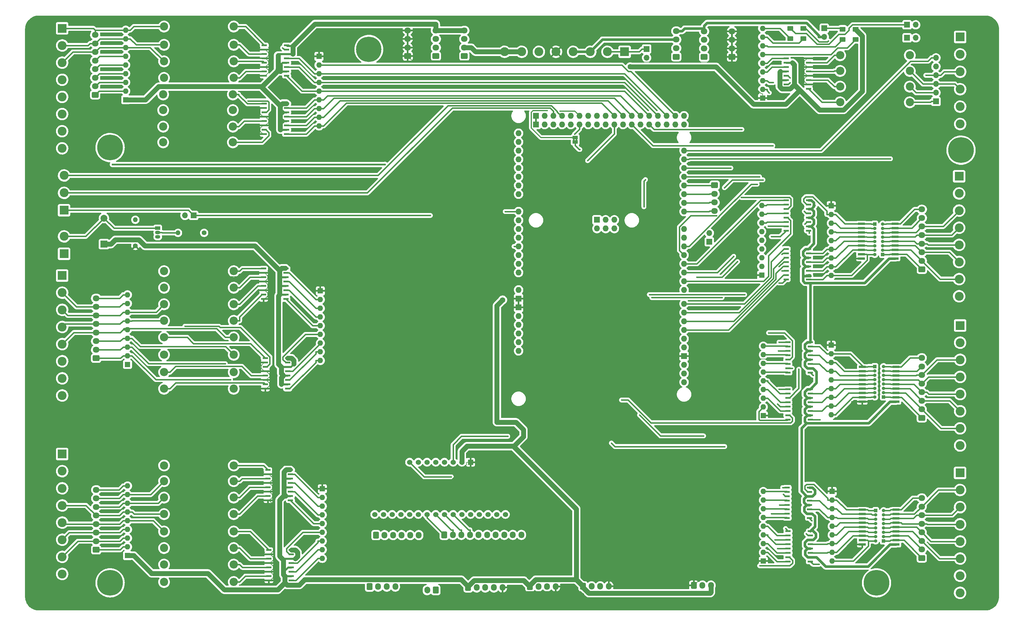
<source format=gbr>
%TF.GenerationSoftware,KiCad,Pcbnew,(6.0.6)*%
%TF.CreationDate,2023-01-13T15:08:00+05:30*%
%TF.ProjectId,MegaController,4d656761-436f-46e7-9472-6f6c6c65722e,V2.0*%
%TF.SameCoordinates,Original*%
%TF.FileFunction,Copper,L1,Top*%
%TF.FilePolarity,Positive*%
%FSLAX46Y46*%
G04 Gerber Fmt 4.6, Leading zero omitted, Abs format (unit mm)*
G04 Created by KiCad (PCBNEW (6.0.6)) date 2023-01-13 15:08:00*
%MOMM*%
%LPD*%
G01*
G04 APERTURE LIST*
G04 Aperture macros list*
%AMRoundRect*
0 Rectangle with rounded corners*
0 $1 Rounding radius*
0 $2 $3 $4 $5 $6 $7 $8 $9 X,Y pos of 4 corners*
0 Add a 4 corners polygon primitive as box body*
4,1,4,$2,$3,$4,$5,$6,$7,$8,$9,$2,$3,0*
0 Add four circle primitives for the rounded corners*
1,1,$1+$1,$2,$3*
1,1,$1+$1,$4,$5*
1,1,$1+$1,$6,$7*
1,1,$1+$1,$8,$9*
0 Add four rect primitives between the rounded corners*
20,1,$1+$1,$2,$3,$4,$5,0*
20,1,$1+$1,$4,$5,$6,$7,0*
20,1,$1+$1,$6,$7,$8,$9,0*
20,1,$1+$1,$8,$9,$2,$3,0*%
G04 Aperture macros list end*
%TA.AperFunction,ComponentPad*%
%ADD10O,1.700000X1.950000*%
%TD*%
%TA.AperFunction,ComponentPad*%
%ADD11RoundRect,0.250000X-0.600000X-0.725000X0.600000X-0.725000X0.600000X0.725000X-0.600000X0.725000X0*%
%TD*%
%TA.AperFunction,ComponentPad*%
%ADD12R,1.530000X1.530000*%
%TD*%
%TA.AperFunction,ComponentPad*%
%ADD13C,1.530000*%
%TD*%
%TA.AperFunction,ComponentPad*%
%ADD14R,1.600000X1.600000*%
%TD*%
%TA.AperFunction,ComponentPad*%
%ADD15O,1.600000X1.600000*%
%TD*%
%TA.AperFunction,ComponentPad*%
%ADD16R,1.500000X1.050000*%
%TD*%
%TA.AperFunction,ComponentPad*%
%ADD17O,1.500000X1.050000*%
%TD*%
%TA.AperFunction,ComponentPad*%
%ADD18C,2.400000*%
%TD*%
%TA.AperFunction,ComponentPad*%
%ADD19O,2.400000X2.400000*%
%TD*%
%TA.AperFunction,ComponentPad*%
%ADD20RoundRect,0.250000X0.725000X-0.600000X0.725000X0.600000X-0.725000X0.600000X-0.725000X-0.600000X0*%
%TD*%
%TA.AperFunction,ComponentPad*%
%ADD21O,1.950000X1.700000*%
%TD*%
%TA.AperFunction,ComponentPad*%
%ADD22C,1.400000*%
%TD*%
%TA.AperFunction,ComponentPad*%
%ADD23O,1.400000X1.400000*%
%TD*%
%TA.AperFunction,ComponentPad*%
%ADD24C,7.400000*%
%TD*%
%TA.AperFunction,ComponentPad*%
%ADD25R,1.700000X1.700000*%
%TD*%
%TA.AperFunction,ComponentPad*%
%ADD26O,1.700000X1.700000*%
%TD*%
%TA.AperFunction,SMDPad,CuDef*%
%ADD27RoundRect,0.137500X-0.662500X-0.137500X0.662500X-0.137500X0.662500X0.137500X-0.662500X0.137500X0*%
%TD*%
%TA.AperFunction,ComponentPad*%
%ADD28C,7.500000*%
%TD*%
%TA.AperFunction,ComponentPad*%
%ADD29R,2.600000X2.600000*%
%TD*%
%TA.AperFunction,ComponentPad*%
%ADD30C,2.600000*%
%TD*%
%TA.AperFunction,SMDPad,CuDef*%
%ADD31RoundRect,0.250001X0.624999X-0.462499X0.624999X0.462499X-0.624999X0.462499X-0.624999X-0.462499X0*%
%TD*%
%TA.AperFunction,SMDPad,CuDef*%
%ADD32R,2.032000X0.660400*%
%TD*%
%TA.AperFunction,ComponentPad*%
%ADD33O,1.700000X2.000000*%
%TD*%
%TA.AperFunction,ComponentPad*%
%ADD34RoundRect,0.250000X0.600000X0.750000X-0.600000X0.750000X-0.600000X-0.750000X0.600000X-0.750000X0*%
%TD*%
%TA.AperFunction,ComponentPad*%
%ADD35RoundRect,0.250000X-0.725000X0.600000X-0.725000X-0.600000X0.725000X-0.600000X0.725000X0.600000X0*%
%TD*%
%TA.AperFunction,ComponentPad*%
%ADD36R,2.000000X2.000000*%
%TD*%
%TA.AperFunction,ComponentPad*%
%ADD37C,2.000000*%
%TD*%
%TA.AperFunction,SMDPad,CuDef*%
%ADD38R,1.500000X1.000000*%
%TD*%
%TA.AperFunction,SMDPad,CuDef*%
%ADD39RoundRect,0.137500X0.662500X0.137500X-0.662500X0.137500X-0.662500X-0.137500X0.662500X-0.137500X0*%
%TD*%
%TA.AperFunction,ComponentPad*%
%ADD40O,1.727200X1.727200*%
%TD*%
%TA.AperFunction,ComponentPad*%
%ADD41R,1.727200X1.727200*%
%TD*%
%TA.AperFunction,ComponentPad*%
%ADD42R,1.000000X1.000000*%
%TD*%
%TA.AperFunction,ComponentPad*%
%ADD43O,1.000000X1.000000*%
%TD*%
%TA.AperFunction,ViaPad*%
%ADD44C,0.800000*%
%TD*%
%TA.AperFunction,ViaPad*%
%ADD45C,1.600000*%
%TD*%
%TA.AperFunction,ViaPad*%
%ADD46C,0.400000*%
%TD*%
%TA.AperFunction,ViaPad*%
%ADD47C,1.000000*%
%TD*%
%TA.AperFunction,ViaPad*%
%ADD48C,0.600000*%
%TD*%
%TA.AperFunction,Conductor*%
%ADD49C,1.400000*%
%TD*%
%TA.AperFunction,Conductor*%
%ADD50C,0.550800*%
%TD*%
%TA.AperFunction,Conductor*%
%ADD51C,0.400000*%
%TD*%
%TA.AperFunction,Conductor*%
%ADD52C,0.800000*%
%TD*%
%TA.AperFunction,Conductor*%
%ADD53C,0.300000*%
%TD*%
%TA.AperFunction,Conductor*%
%ADD54C,0.500000*%
%TD*%
%TA.AperFunction,Conductor*%
%ADD55C,0.200000*%
%TD*%
G04 APERTURE END LIST*
%TO.C,JP3*%
G36*
X217732000Y-93976000D02*
G01*
X217332000Y-93976000D01*
X217332000Y-93476000D01*
X217732000Y-93476000D01*
X217732000Y-93976000D01*
G37*
G36*
X218532000Y-93976000D02*
G01*
X218132000Y-93976000D01*
X218132000Y-93476000D01*
X218532000Y-93476000D01*
X218532000Y-93976000D01*
G37*
%TD*%
D10*
%TO.P,J39,10,Pin_10*%
%TO.N,Net-(TB1-Pad9)*%
X202250000Y-209007500D03*
%TO.P,J39,9,Pin_9*%
%TO.N,Net-(TB1-Pad10)*%
X199750000Y-209007500D03*
%TO.P,J39,8,Pin_8*%
%TO.N,Net-(TB1-Pad11)*%
X197250000Y-209007500D03*
%TO.P,J39,7,Pin_7*%
%TO.N,Net-(TB1-Pad12)*%
X194750000Y-209007500D03*
%TO.P,J39,6,Pin_6*%
%TO.N,Net-(TB1-Pad13)*%
X192250000Y-209007500D03*
%TO.P,J39,5,Pin_5*%
%TO.N,Net-(TB1-Pad14)*%
X189750000Y-209007500D03*
%TO.P,J39,4,Pin_4*%
%TO.N,Net-(TB1-Pad15)*%
X187250000Y-209007500D03*
%TO.P,J39,3,Pin_3*%
%TO.N,Net-(TB1-Pad16)*%
X184750000Y-209007500D03*
%TO.P,J39,2,Pin_2*%
%TO.N,Net-(TB1-Pad17)*%
X182250000Y-209007500D03*
D11*
%TO.P,J39,1,Pin_1*%
%TO.N,Net-(TB1-Pad18)*%
X179750000Y-209007500D03*
%TD*%
%TO.P,J38,1,Pin_1*%
%TO.N,Net-(TB1-Pad24)*%
X159825000Y-209082500D03*
D10*
%TO.P,J38,2,Pin_2*%
%TO.N,Net-(TB1-Pad23)*%
X162325000Y-209082500D03*
%TO.P,J38,3,Pin_3*%
%TO.N,Net-(TB1-Pad22)*%
X164825000Y-209082500D03*
%TO.P,J38,4,Pin_4*%
%TO.N,Net-(TB1-Pad21)*%
X167325000Y-209082500D03*
%TO.P,J38,5,Pin_5*%
%TO.N,Net-(TB1-Pad20)*%
X169825000Y-209082500D03*
%TO.P,J38,6,Pin_6*%
%TO.N,Net-(TB1-Pad19)*%
X172325000Y-209082500D03*
%TD*%
D12*
%TO.P,TB1,1,GND*%
%TO.N,GND*%
X187415000Y-187805000D03*
D13*
%TO.P,TB1,2,VCC*%
%TO.N,+5V*%
X184875000Y-187805000D03*
%TO.P,TB1,3,EN*%
%TO.N,Sig14*%
X182335000Y-187805000D03*
%TO.P,TB1,4,S0*%
%TO.N,Sig18*%
X179795000Y-187805000D03*
%TO.P,TB1,5,S1*%
%TO.N,Sig19*%
X177255000Y-187805000D03*
%TO.P,TB1,6,S2*%
%TO.N,Sig20*%
X174715000Y-187805000D03*
%TO.P,TB1,7,S3*%
%TO.N,Sig21*%
X172175000Y-187805000D03*
%TO.P,TB1,8,COM*%
%TO.N,Sig16*%
X169635000Y-187805000D03*
%TO.P,TB1,9,C0*%
%TO.N,Net-(TB1-Pad9)*%
X197575000Y-203045000D03*
%TO.P,TB1,10,C1*%
%TO.N,Net-(TB1-Pad10)*%
X195035000Y-203045000D03*
%TO.P,TB1,11,C2*%
%TO.N,Net-(TB1-Pad11)*%
X192495000Y-203045000D03*
%TO.P,TB1,12,C3*%
%TO.N,Net-(TB1-Pad12)*%
X189955000Y-203045000D03*
%TO.P,TB1,13,C4*%
%TO.N,Net-(TB1-Pad13)*%
X187415000Y-203045000D03*
%TO.P,TB1,14,C5*%
%TO.N,Net-(TB1-Pad14)*%
X184875000Y-203045000D03*
%TO.P,TB1,15,C6*%
%TO.N,Net-(TB1-Pad15)*%
X182335000Y-203045000D03*
%TO.P,TB1,16,C7*%
%TO.N,Net-(TB1-Pad16)*%
X179795000Y-203045000D03*
%TO.P,TB1,17,C8*%
%TO.N,Net-(TB1-Pad17)*%
X177255000Y-203045000D03*
%TO.P,TB1,18,C9*%
%TO.N,Net-(TB1-Pad18)*%
X174715000Y-203045000D03*
%TO.P,TB1,19,C10*%
%TO.N,Net-(TB1-Pad19)*%
X172175000Y-203045000D03*
%TO.P,TB1,20,C11*%
%TO.N,Net-(TB1-Pad20)*%
X169635000Y-203045000D03*
%TO.P,TB1,21,C12*%
%TO.N,Net-(TB1-Pad21)*%
X167095000Y-203045000D03*
%TO.P,TB1,22,C13*%
%TO.N,Net-(TB1-Pad22)*%
X164555000Y-203045000D03*
%TO.P,TB1,23,C14*%
%TO.N,Net-(TB1-Pad23)*%
X162015000Y-203045000D03*
%TO.P,TB1,24,C15*%
%TO.N,Net-(TB1-Pad24)*%
X159475000Y-203045000D03*
%TD*%
D14*
%TO.P,RN4,1,common*%
%TO.N,GND*%
X272340000Y-133197000D03*
D15*
%TO.P,RN4,2,R1*%
%TO.N,Net-(RN4-Pad2)*%
X272340000Y-130657000D03*
%TO.P,RN4,3,R2*%
%TO.N,Net-(RN4-Pad3)*%
X272340000Y-128117000D03*
%TO.P,RN4,4,R3*%
%TO.N,Net-(RN4-Pad4)*%
X272340000Y-125577000D03*
%TO.P,RN4,5,R4*%
%TO.N,Net-(RN4-Pad5)*%
X272340000Y-123037000D03*
%TO.P,RN4,6,R5*%
%TO.N,Net-(RN4-Pad6)*%
X272340000Y-120497000D03*
%TO.P,RN4,7,R6*%
%TO.N,Net-(RN4-Pad7)*%
X272340000Y-117957000D03*
%TO.P,RN4,8,R7*%
%TO.N,Net-(RN4-Pad8)*%
X272340000Y-115417000D03*
%TO.P,RN4,9,R8*%
%TO.N,Net-(RN4-Pad9)*%
X272340000Y-112877000D03*
%TD*%
D14*
%TO.P,RN3,1,common*%
%TO.N,GND*%
X292862000Y-196327000D03*
D15*
%TO.P,RN3,2,R1*%
%TO.N,Net-(J2-Pad1)*%
X292862000Y-198867000D03*
%TO.P,RN3,3,R2*%
%TO.N,Net-(J2-Pad2)*%
X292862000Y-201407000D03*
%TO.P,RN3,4,R3*%
%TO.N,Net-(J2-Pad3)*%
X292862000Y-203947000D03*
%TO.P,RN3,5,R4*%
%TO.N,Net-(J2-Pad4)*%
X292862000Y-206487000D03*
%TO.P,RN3,6,R5*%
%TO.N,Net-(J2-Pad5)*%
X292862000Y-209027000D03*
%TO.P,RN3,7,R6*%
%TO.N,Net-(J2-Pad6)*%
X292862000Y-211567000D03*
%TO.P,RN3,8,R7*%
%TO.N,Net-(J2-Pad7)*%
X292862000Y-214107000D03*
%TO.P,RN3,9,R8*%
%TO.N,Net-(J2-Pad8)*%
X292862000Y-216647000D03*
%TD*%
D16*
%TO.P,Q1,1,C*%
%TO.N,Net-(BZ1-Pad2)*%
X96190000Y-119530000D03*
D17*
%TO.P,Q1,2,B*%
%TO.N,Net-(Q1-Pad2)*%
X96190000Y-120800000D03*
%TO.P,Q1,3,E*%
%TO.N,Net-(Q1-Pad3)*%
X96190000Y-122070000D03*
%TD*%
D18*
%TO.P,R6,1*%
%TO.N,Net-(J13-Pad7)*%
X98044000Y-193330000D03*
D19*
%TO.P,R6,2*%
%TO.N,Net-(R6-Pad2)*%
X118364000Y-193330000D03*
%TD*%
D18*
%TO.P,R27,1*%
%TO.N,Net-(J15-Pad4)*%
X97790000Y-80518000D03*
D19*
%TO.P,R27,2*%
%TO.N,Net-(R27-Pad2)*%
X118110000Y-80518000D03*
%TD*%
D20*
%TO.P,J37,1,Pin_1*%
%TO.N,+VDC*%
X247396000Y-69522000D03*
D21*
%TO.P,J37,2,Pin_2*%
X247396000Y-67022000D03*
%TO.P,J37,3,Pin_3*%
X247396000Y-64522000D03*
%TO.P,J37,4,Pin_4*%
X247396000Y-62022000D03*
%TD*%
D14*
%TO.P,RN1,1,common*%
%TO.N,GND*%
X292608000Y-112989000D03*
D15*
%TO.P,RN1,2,R1*%
%TO.N,Net-(J3-Pad1)*%
X292608000Y-115529000D03*
%TO.P,RN1,3,R2*%
%TO.N,Net-(J3-Pad2)*%
X292608000Y-118069000D03*
%TO.P,RN1,4,R3*%
%TO.N,Net-(J3-Pad3)*%
X292608000Y-120609000D03*
%TO.P,RN1,5,R4*%
%TO.N,Net-(J3-Pad4)*%
X292608000Y-123149000D03*
%TO.P,RN1,6,R5*%
%TO.N,Net-(J3-Pad5)*%
X292608000Y-125689000D03*
%TO.P,RN1,7,R6*%
%TO.N,Net-(J3-Pad6)*%
X292608000Y-128229000D03*
%TO.P,RN1,8,R7*%
%TO.N,Net-(J3-Pad7)*%
X292608000Y-130769000D03*
%TO.P,RN1,9,R8*%
%TO.N,Net-(J3-Pad8)*%
X292608000Y-133309000D03*
%TD*%
D22*
%TO.P,R17,1*%
%TO.N,Net-(JP2-Pad2)*%
X109728000Y-120894000D03*
D23*
%TO.P,R17,2*%
%TO.N,Net-(Q1-Pad2)*%
X102108000Y-120894000D03*
%TD*%
D18*
%TO.P,R4,1*%
%TO.N,INT-3*%
X315519000Y-69088000D03*
D19*
%TO.P,R4,2*%
%TO.N,Net-(R4-Pad2)*%
X295199000Y-69088000D03*
%TD*%
D24*
%TO.P,H3,1,1*%
%TO.N,unconnected-(H3-Pad1)*%
X157750000Y-67350000D03*
%TD*%
D25*
%TO.P,JP7,1,A*%
%TO.N,Net-(D4-Pad2)*%
X314701000Y-60198000D03*
D26*
%TO.P,JP7,2,B*%
%TO.N,INT5*%
X317241000Y-60198000D03*
%TD*%
D27*
%TO.P,U5,1*%
%TO.N,CTRL1*%
X279960000Y-152781000D03*
%TO.P,U5,2*%
%TO.N,Net-(RN5-Pad9)*%
X279960000Y-154051000D03*
%TO.P,U5,3*%
%TO.N,CTRL2*%
X279960000Y-155321000D03*
%TO.P,U5,4*%
%TO.N,Net-(RN5-Pad8)*%
X279960000Y-156591000D03*
%TO.P,U5,5*%
%TO.N,CTRL3*%
X279960000Y-157861000D03*
%TO.P,U5,6*%
%TO.N,Net-(RN5-Pad7)*%
X279960000Y-159131000D03*
%TO.P,U5,7*%
%TO.N,CTRL4*%
X279960000Y-160401000D03*
%TO.P,U5,8*%
%TO.N,Net-(RN5-Pad6)*%
X279960000Y-161671000D03*
%TO.P,U5,9*%
%TO.N,Net-(J1-Pad4)*%
X286460000Y-161671000D03*
%TO.P,U5,10*%
%TO.N,+VDC*%
X286460000Y-160401000D03*
%TO.P,U5,11*%
%TO.N,Net-(J1-Pad3)*%
X286460000Y-159131000D03*
%TO.P,U5,12*%
%TO.N,+VDC*%
X286460000Y-157861000D03*
%TO.P,U5,13*%
%TO.N,Net-(J1-Pad2)*%
X286460000Y-156591000D03*
%TO.P,U5,14*%
%TO.N,+VDC*%
X286460000Y-155321000D03*
%TO.P,U5,15*%
%TO.N,Net-(J1-Pad1)*%
X286460000Y-154051000D03*
%TO.P,U5,16*%
%TO.N,+VDC*%
X286460000Y-152781000D03*
%TD*%
D14*
%TO.P,RN8,1,common*%
%TO.N,GND*%
X144196000Y-195557000D03*
D15*
%TO.P,RN8,2,R1*%
%TO.N,Sig29*%
X144196000Y-198097000D03*
%TO.P,RN8,3,R2*%
%TO.N,Sig28*%
X144196000Y-200637000D03*
%TO.P,RN8,4,R3*%
%TO.N,Sig27*%
X144196000Y-203177000D03*
%TO.P,RN8,5,R4*%
%TO.N,Sig26*%
X144196000Y-205717000D03*
%TO.P,RN8,6,R5*%
%TO.N,Sig25*%
X144196000Y-208257000D03*
%TO.P,RN8,7,R6*%
%TO.N,Sig24*%
X144196000Y-210797000D03*
%TO.P,RN8,8,R7*%
%TO.N,Sig23*%
X144196000Y-213337000D03*
%TO.P,RN8,9,R8*%
%TO.N,Sig22*%
X144196000Y-215877000D03*
%TD*%
D20*
%TO.P,J36,1,Pin_1*%
%TO.N,+VDC*%
X255524000Y-69596000D03*
D21*
%TO.P,J36,2,Pin_2*%
X255524000Y-67096000D03*
%TO.P,J36,3,Pin_3*%
X255524000Y-64596000D03*
%TO.P,J36,4,Pin_4*%
X255524000Y-62096000D03*
%TD*%
D18*
%TO.P,R10,1*%
%TO.N,Net-(J13-Pad3)*%
X98044000Y-212852000D03*
D19*
%TO.P,R10,2*%
%TO.N,Net-(R10-Pad2)*%
X118364000Y-212852000D03*
%TD*%
D20*
%TO.P,J35,1,Pin_1*%
%TO.N,GND*%
X263652000Y-69596000D03*
D21*
%TO.P,J35,2,Pin_2*%
X263652000Y-67096000D03*
%TO.P,J35,3,Pin_3*%
X263652000Y-64596000D03*
%TO.P,J35,4,Pin_4*%
X263652000Y-62096000D03*
%TD*%
D28*
%TO.P,H1,1,1*%
%TO.N,unconnected-(H1-Pad1)*%
X305816000Y-223000000D03*
%TD*%
D20*
%TO.P,J15,1,Pin_1*%
%TO.N,Net-(J15-Pad1)*%
X77961000Y-80632000D03*
D21*
%TO.P,J15,2,Pin_2*%
%TO.N,Net-(J15-Pad2)*%
X77961000Y-78132000D03*
%TO.P,J15,3,Pin_3*%
%TO.N,Net-(J15-Pad3)*%
X77961000Y-75632000D03*
%TO.P,J15,4,Pin_4*%
%TO.N,Net-(J15-Pad4)*%
X77961000Y-73132000D03*
%TO.P,J15,5,Pin_5*%
%TO.N,Net-(J15-Pad5)*%
X77961000Y-70632000D03*
%TO.P,J15,6,Pin_6*%
%TO.N,Net-(J15-Pad6)*%
X77961000Y-68132000D03*
%TO.P,J15,7,Pin_7*%
%TO.N,Net-(J15-Pad7)*%
X77961000Y-65632000D03*
%TO.P,J15,8,Pin_8*%
%TO.N,Net-(J15-Pad8)*%
X77961000Y-63132000D03*
%TD*%
D29*
%TO.P,J12,1,Pin_1*%
%TO.N,+12P*%
X68885000Y-127005000D03*
D30*
%TO.P,J12,2,Pin_2*%
%TO.N,Net-(BZ1-Pad2)*%
X68885000Y-121925000D03*
%TD*%
D18*
%TO.P,R15,1*%
%TO.N,Net-(J14-Pad6)*%
X98044000Y-141732000D03*
D19*
%TO.P,R15,2*%
%TO.N,Net-(R15-Pad2)*%
X118364000Y-141732000D03*
%TD*%
D27*
%TO.P,U15,16*%
%TO.N,+5V*%
X133775000Y-66187000D03*
%TO.P,U15,15*%
%TO.N,Sig1*%
X133775000Y-67457000D03*
%TO.P,U15,14*%
%TO.N,+5V*%
X133775000Y-68727000D03*
%TO.P,U15,13*%
%TO.N,Sig2*%
X133775000Y-69997000D03*
%TO.P,U15,12*%
%TO.N,+5V*%
X133775000Y-71267000D03*
%TO.P,U15,11*%
%TO.N,Sig3*%
X133775000Y-72537000D03*
%TO.P,U15,10*%
%TO.N,+5V*%
X133775000Y-73807000D03*
%TO.P,U15,9*%
%TO.N,Sig4*%
X133775000Y-75077000D03*
%TO.P,U15,8*%
%TO.N,GND*%
X127275000Y-75077000D03*
%TO.P,U15,7*%
%TO.N,Net-(R26-Pad2)*%
X127275000Y-73807000D03*
%TO.P,U15,6*%
%TO.N,GND*%
X127275000Y-72537000D03*
%TO.P,U15,5*%
%TO.N,Net-(R25-Pad2)*%
X127275000Y-71267000D03*
%TO.P,U15,4*%
%TO.N,GND*%
X127275000Y-69997000D03*
%TO.P,U15,3*%
%TO.N,Net-(R24-Pad2)*%
X127275000Y-68727000D03*
%TO.P,U15,2*%
%TO.N,GND*%
X127275000Y-67457000D03*
%TO.P,U15,1*%
%TO.N,Net-(R23-Pad2)*%
X127275000Y-66187000D03*
%TD*%
D14*
%TO.P,RN9,1,common*%
%TO.N,GND*%
X143625000Y-137825000D03*
D15*
%TO.P,RN9,2,R1*%
%TO.N,Sig9*%
X143625000Y-140365000D03*
%TO.P,RN9,3,R2*%
%TO.N,Sig10*%
X143625000Y-142905000D03*
%TO.P,RN9,4,R3*%
%TO.N,Sig11*%
X143625000Y-145445000D03*
%TO.P,RN9,5,R4*%
%TO.N,Sig12*%
X143625000Y-147985000D03*
%TO.P,RN9,6,R5*%
%TO.N,Sig33*%
X143625000Y-150525000D03*
%TO.P,RN9,7,R6*%
%TO.N,Sig32*%
X143625000Y-153065000D03*
%TO.P,RN9,8,R7*%
%TO.N,Sig31*%
X143625000Y-155605000D03*
%TO.P,RN9,9,R8*%
%TO.N,Sig30*%
X143625000Y-158145000D03*
%TD*%
D25*
%TO.P,J10,1,Pin_1*%
%TO.N,INT-0*%
X323139000Y-82550000D03*
D26*
%TO.P,J10,2,Pin_2*%
%TO.N,INT-1*%
X323139000Y-80010000D03*
%TO.P,J10,3,Pin_3*%
%TO.N,INT-2*%
X323139000Y-77470000D03*
%TO.P,J10,4,Pin_4*%
%TO.N,INT-3*%
X323139000Y-74930000D03*
%TO.P,J10,5,Pin_5*%
%TO.N,INT4*%
X323139000Y-72390000D03*
%TO.P,J10,6,Pin_6*%
%TO.N,INT5*%
X323139000Y-69850000D03*
%TD*%
D18*
%TO.P,R29,1*%
%TO.N,Net-(J15-Pad2)*%
X97790000Y-89916000D03*
D19*
%TO.P,R29,2*%
%TO.N,Net-(R29-Pad2)*%
X118110000Y-89916000D03*
%TD*%
D14*
%TO.P,RN12,1,common*%
%TO.N,+5V*%
X87376000Y-159273000D03*
D15*
%TO.P,RN12,2,R1*%
%TO.N,Net-(J14-Pad1)*%
X87376000Y-156733000D03*
%TO.P,RN12,3,R2*%
%TO.N,Net-(J14-Pad2)*%
X87376000Y-154193000D03*
%TO.P,RN12,4,R3*%
%TO.N,Net-(J14-Pad3)*%
X87376000Y-151653000D03*
%TO.P,RN12,5,R4*%
%TO.N,Net-(J14-Pad4)*%
X87376000Y-149113000D03*
%TO.P,RN12,6,R5*%
%TO.N,Net-(J14-Pad5)*%
X87376000Y-146573000D03*
%TO.P,RN12,7,R6*%
%TO.N,Net-(J14-Pad6)*%
X87376000Y-144033000D03*
%TO.P,RN12,8,R7*%
%TO.N,Net-(J14-Pad7)*%
X87376000Y-141493000D03*
%TO.P,RN12,9,R8*%
%TO.N,Net-(J14-Pad8)*%
X87376000Y-138953000D03*
%TD*%
D18*
%TO.P,R30,1*%
%TO.N,Net-(J15-Pad1)*%
X97790000Y-94488000D03*
D19*
%TO.P,R30,2*%
%TO.N,Net-(R30-Pad2)*%
X118110000Y-94488000D03*
%TD*%
D31*
%TO.P,D4,1,K*%
%TO.N,Net-(D4-Pad1)*%
X280670000Y-64225500D03*
%TO.P,D4,2,A*%
%TO.N,Net-(D4-Pad2)*%
X280670000Y-61250500D03*
%TD*%
D27*
%TO.P,U12,1*%
%TO.N,Net-(R9-Pad2)*%
X128625000Y-213430000D03*
%TO.P,U12,2*%
%TO.N,GND*%
X128625000Y-214700000D03*
%TO.P,U12,3*%
%TO.N,Net-(R10-Pad2)*%
X128625000Y-215970000D03*
%TO.P,U12,4*%
%TO.N,GND*%
X128625000Y-217240000D03*
%TO.P,U12,5*%
%TO.N,Net-(R11-Pad2)*%
X128625000Y-218510000D03*
%TO.P,U12,6*%
%TO.N,GND*%
X128625000Y-219780000D03*
%TO.P,U12,7*%
%TO.N,Net-(R12-Pad2)*%
X128625000Y-221050000D03*
%TO.P,U12,8*%
%TO.N,GND*%
X128625000Y-222320000D03*
%TO.P,U12,9*%
%TO.N,Sig22*%
X135125000Y-222320000D03*
%TO.P,U12,10*%
%TO.N,+5V*%
X135125000Y-221050000D03*
%TO.P,U12,11*%
%TO.N,Sig23*%
X135125000Y-219780000D03*
%TO.P,U12,12*%
%TO.N,+5V*%
X135125000Y-218510000D03*
%TO.P,U12,13*%
%TO.N,Sig24*%
X135125000Y-217240000D03*
%TO.P,U12,14*%
%TO.N,+5V*%
X135125000Y-215970000D03*
%TO.P,U12,15*%
%TO.N,Sig25*%
X135125000Y-214700000D03*
%TO.P,U12,16*%
%TO.N,+5V*%
X135125000Y-213430000D03*
%TD*%
D18*
%TO.P,R14,1*%
%TO.N,Net-(J14-Pad7)*%
X98044000Y-136906000D03*
D19*
%TO.P,R14,2*%
%TO.N,Net-(R14-Pad2)*%
X118364000Y-136906000D03*
%TD*%
D32*
%TO.P,U10,1,I1*%
%TO.N,Net-(J2-Pad1)*%
X301675800Y-201676000D03*
%TO.P,U10,2,I2*%
%TO.N,Net-(J2-Pad2)*%
X301675800Y-202946000D03*
%TO.P,U10,3,I3*%
%TO.N,Net-(J2-Pad3)*%
X301675800Y-204216000D03*
%TO.P,U10,4,I4*%
%TO.N,Net-(J2-Pad4)*%
X301675800Y-205486000D03*
%TO.P,U10,5,I5*%
%TO.N,Net-(J2-Pad5)*%
X301675800Y-206756000D03*
%TO.P,U10,6,I6*%
%TO.N,Net-(J2-Pad6)*%
X301675800Y-208026000D03*
%TO.P,U10,7,I7*%
%TO.N,Net-(J2-Pad7)*%
X301675800Y-209296000D03*
%TO.P,U10,8,I8*%
%TO.N,Net-(J2-Pad8)*%
X301675800Y-210566000D03*
%TO.P,U10,9,GND*%
%TO.N,GND*%
X301675800Y-211836000D03*
%TO.P,U10,10,COM*%
%TO.N,+VDC*%
X311480200Y-211836000D03*
%TO.P,U10,11,O8*%
%TO.N,Net-(J20-Pad8)*%
X311480200Y-210566000D03*
%TO.P,U10,12,O7*%
%TO.N,Net-(J20-Pad7)*%
X311480200Y-209296000D03*
%TO.P,U10,13,O6*%
%TO.N,Net-(J20-Pad6)*%
X311480200Y-208026000D03*
%TO.P,U10,14,O5*%
%TO.N,Net-(J20-Pad5)*%
X311480200Y-206756000D03*
%TO.P,U10,15,O4*%
%TO.N,Net-(J20-Pad4)*%
X311480200Y-205486000D03*
%TO.P,U10,16,O3*%
%TO.N,Net-(J20-Pad3)*%
X311480200Y-204216000D03*
%TO.P,U10,17,O2*%
%TO.N,Net-(J20-Pad2)*%
X311480200Y-202946000D03*
%TO.P,U10,18,O1*%
%TO.N,Net-(J20-Pad1)*%
X311480200Y-201676000D03*
%TD*%
D14*
%TO.P,RN11,1,common*%
%TO.N,+5V*%
X87393000Y-215039000D03*
D15*
%TO.P,RN11,2,R1*%
%TO.N,Net-(J13-Pad1)*%
X87393000Y-212499000D03*
%TO.P,RN11,3,R2*%
%TO.N,Net-(J13-Pad2)*%
X87393000Y-209959000D03*
%TO.P,RN11,4,R3*%
%TO.N,Net-(J13-Pad3)*%
X87393000Y-207419000D03*
%TO.P,RN11,5,R4*%
%TO.N,Net-(J13-Pad4)*%
X87393000Y-204879000D03*
%TO.P,RN11,6,R5*%
%TO.N,Net-(J13-Pad5)*%
X87393000Y-202339000D03*
%TO.P,RN11,7,R6*%
%TO.N,Net-(J13-Pad6)*%
X87393000Y-199799000D03*
%TO.P,RN11,8,R7*%
%TO.N,Net-(J13-Pad7)*%
X87393000Y-197259000D03*
%TO.P,RN11,9,R8*%
%TO.N,Net-(J13-Pad8)*%
X87393000Y-194719000D03*
%TD*%
D20*
%TO.P,J19,1,Pin_1*%
%TO.N,Net-(J18-Pad8)*%
X319024000Y-131546000D03*
D21*
%TO.P,J19,2,Pin_2*%
%TO.N,Net-(J18-Pad7)*%
X319024000Y-129046000D03*
%TO.P,J19,3,Pin_3*%
%TO.N,Net-(J18-Pad6)*%
X319024000Y-126546000D03*
%TO.P,J19,4,Pin_4*%
%TO.N,Net-(J18-Pad5)*%
X319024000Y-124046000D03*
%TO.P,J19,5,Pin_5*%
%TO.N,Net-(J18-Pad4)*%
X319024000Y-121546000D03*
%TO.P,J19,6,Pin_6*%
%TO.N,Net-(J18-Pad3)*%
X319024000Y-119046000D03*
%TO.P,J19,7,Pin_7*%
%TO.N,Net-(J18-Pad2)*%
X319024000Y-116546000D03*
%TO.P,J19,8,Pin_8*%
%TO.N,Net-(J18-Pad1)*%
X319024000Y-114046000D03*
%TD*%
D27*
%TO.P,U8,1*%
%TO.N,M5B*%
X280012000Y-207899000D03*
%TO.P,U8,2*%
%TO.N,Net-(RN6-Pad5)*%
X280012000Y-209169000D03*
%TO.P,U8,3*%
%TO.N,M6A*%
X280012000Y-210439000D03*
%TO.P,U8,4*%
%TO.N,Net-(RN6-Pad4)*%
X280012000Y-211709000D03*
%TO.P,U8,5*%
%TO.N,M6B*%
X280012000Y-212979000D03*
%TO.P,U8,6*%
%TO.N,Net-(RN6-Pad3)*%
X280012000Y-214249000D03*
%TO.P,U8,7*%
%TO.N,CTRL12*%
X280012000Y-215519000D03*
%TO.P,U8,8*%
%TO.N,Net-(RN6-Pad2)*%
X280012000Y-216789000D03*
%TO.P,U8,9*%
%TO.N,Net-(J2-Pad8)*%
X286512000Y-216789000D03*
%TO.P,U8,10*%
%TO.N,+VDC*%
X286512000Y-215519000D03*
%TO.P,U8,11*%
%TO.N,Net-(J2-Pad7)*%
X286512000Y-214249000D03*
%TO.P,U8,12*%
%TO.N,+VDC*%
X286512000Y-212979000D03*
%TO.P,U8,13*%
%TO.N,Net-(J2-Pad6)*%
X286512000Y-211709000D03*
%TO.P,U8,14*%
%TO.N,+VDC*%
X286512000Y-210439000D03*
%TO.P,U8,15*%
%TO.N,Net-(J2-Pad5)*%
X286512000Y-209169000D03*
%TO.P,U8,16*%
%TO.N,+VDC*%
X286512000Y-207899000D03*
%TD*%
D25*
%TO.P,JP2,1,A*%
%TO.N,Sig17*%
X106680000Y-115814000D03*
D26*
%TO.P,JP2,2,B*%
%TO.N,Net-(JP2-Pad2)*%
X104140000Y-115814000D03*
%TD*%
D27*
%TO.P,U7,1*%
%TO.N,CTRL9*%
X279758000Y-195199000D03*
%TO.P,U7,2*%
%TO.N,Net-(RN6-Pad9)*%
X279758000Y-196469000D03*
%TO.P,U7,3*%
%TO.N,CTRL10*%
X279758000Y-197739000D03*
%TO.P,U7,4*%
%TO.N,Net-(RN6-Pad8)*%
X279758000Y-199009000D03*
%TO.P,U7,5*%
%TO.N,CTRL11*%
X279758000Y-200279000D03*
%TO.P,U7,6*%
%TO.N,Net-(RN6-Pad7)*%
X279758000Y-201549000D03*
%TO.P,U7,7*%
%TO.N,M5A*%
X279758000Y-202819000D03*
%TO.P,U7,8*%
%TO.N,Net-(RN6-Pad6)*%
X279758000Y-204089000D03*
%TO.P,U7,9*%
%TO.N,Net-(J2-Pad4)*%
X286258000Y-204089000D03*
%TO.P,U7,10*%
%TO.N,+VDC*%
X286258000Y-202819000D03*
%TO.P,U7,11*%
%TO.N,Net-(J2-Pad3)*%
X286258000Y-201549000D03*
%TO.P,U7,12*%
%TO.N,+VDC*%
X286258000Y-200279000D03*
%TO.P,U7,13*%
%TO.N,Net-(J2-Pad2)*%
X286258000Y-199009000D03*
%TO.P,U7,14*%
%TO.N,+VDC*%
X286258000Y-197739000D03*
%TO.P,U7,15*%
%TO.N,Net-(J2-Pad1)*%
X286258000Y-196469000D03*
%TO.P,U7,16*%
%TO.N,+VDC*%
X286258000Y-195199000D03*
%TD*%
D33*
%TO.P,J28,2,Pin_2*%
%TO.N,Sig16*%
X174799000Y-225116000D03*
D34*
%TO.P,J28,1,Pin_1*%
%TO.N,Sig14*%
X177299000Y-225116000D03*
%TD*%
D29*
%TO.P,J31,1,Pin_1*%
%TO.N,Net-(J13-Pad8)*%
X68326000Y-185420000D03*
D30*
%TO.P,J31,2,Pin_2*%
%TO.N,Net-(J13-Pad7)*%
X68326000Y-190420000D03*
%TO.P,J31,3,Pin_3*%
%TO.N,Net-(J13-Pad6)*%
X68326000Y-195420000D03*
%TO.P,J31,4,Pin_4*%
%TO.N,Net-(J13-Pad5)*%
X68326000Y-200420000D03*
%TO.P,J31,5,Pin_5*%
%TO.N,Net-(J13-Pad4)*%
X68326000Y-205420000D03*
%TO.P,J31,6,Pin_6*%
%TO.N,Net-(J13-Pad3)*%
X68326000Y-210420000D03*
%TO.P,J31,7,Pin_7*%
%TO.N,Net-(J13-Pad2)*%
X68326000Y-215420000D03*
%TO.P,J31,8,Pin_8*%
%TO.N,Net-(J13-Pad1)*%
X68326000Y-220420000D03*
%TD*%
D20*
%TO.P,J33,1,Pin_1*%
%TO.N,+5V*%
X177306000Y-69342000D03*
D21*
%TO.P,J33,2,Pin_2*%
X177306000Y-66842000D03*
%TO.P,J33,3,Pin_3*%
X177306000Y-64342000D03*
%TO.P,J33,4,Pin_4*%
X177306000Y-61842000D03*
%TD*%
D18*
%TO.P,R19,1*%
%TO.N,Net-(J14-Pad4)*%
X118364000Y-151384000D03*
D19*
%TO.P,R19,2*%
%TO.N,Net-(R19-Pad2)*%
X98044000Y-151384000D03*
%TD*%
D31*
%TO.P,D1,1,K*%
%TO.N,Net-(D1-Pad1)*%
X299720000Y-64479500D03*
%TO.P,D1,2,A*%
%TO.N,+5V*%
X299720000Y-61504500D03*
%TD*%
D18*
%TO.P,R21,1*%
%TO.N,Net-(J14-Pad2)*%
X118364000Y-161544000D03*
D19*
%TO.P,R21,2*%
%TO.N,Net-(R21-Pad2)*%
X98044000Y-161544000D03*
%TD*%
D11*
%TO.P,J24,1,Pin_1*%
%TO.N,+5V*%
X204725000Y-224071000D03*
D10*
%TO.P,J24,2,Pin_2*%
%TO.N,Net-(J24-Pad2)*%
X207225000Y-224071000D03*
%TO.P,J24,3,Pin_3*%
%TO.N,Net-(J24-Pad3)*%
X209725000Y-224071000D03*
%TO.P,J24,4,Pin_4*%
%TO.N,GND*%
X212225000Y-224071000D03*
%TD*%
D25*
%TO.P,JP6,1,A*%
%TO.N,Net-(D3-Pad2)*%
X314706000Y-64008000D03*
D26*
%TO.P,JP6,2,B*%
%TO.N,INT4*%
X317246000Y-64008000D03*
%TD*%
D20*
%TO.P,J32,1,Pin_1*%
%TO.N,+5V*%
X185608000Y-69342000D03*
D21*
%TO.P,J32,2,Pin_2*%
X185608000Y-66842000D03*
%TO.P,J32,3,Pin_3*%
X185608000Y-64342000D03*
%TO.P,J32,4,Pin_4*%
X185608000Y-61842000D03*
%TD*%
D32*
%TO.P,U1,1,I1*%
%TO.N,Net-(J3-Pad1)*%
X301421800Y-118206000D03*
%TO.P,U1,2,I2*%
%TO.N,Net-(J3-Pad2)*%
X301421800Y-119476000D03*
%TO.P,U1,3,I3*%
%TO.N,Net-(J3-Pad3)*%
X301421800Y-120746000D03*
%TO.P,U1,4,I4*%
%TO.N,Net-(J3-Pad4)*%
X301421800Y-122016000D03*
%TO.P,U1,5,I5*%
%TO.N,Net-(J3-Pad5)*%
X301421800Y-123286000D03*
%TO.P,U1,6,I6*%
%TO.N,Net-(J3-Pad6)*%
X301421800Y-124556000D03*
%TO.P,U1,7,I7*%
%TO.N,Net-(J3-Pad7)*%
X301421800Y-125826000D03*
%TO.P,U1,8,I8*%
%TO.N,Net-(J3-Pad8)*%
X301421800Y-127096000D03*
%TO.P,U1,9,GND*%
%TO.N,GND*%
X301421800Y-128366000D03*
%TO.P,U1,10,COM*%
%TO.N,+VDC*%
X311226200Y-128366000D03*
%TO.P,U1,11,O8*%
%TO.N,Net-(J18-Pad8)*%
X311226200Y-127096000D03*
%TO.P,U1,12,O7*%
%TO.N,Net-(J18-Pad7)*%
X311226200Y-125826000D03*
%TO.P,U1,13,O6*%
%TO.N,Net-(J18-Pad6)*%
X311226200Y-124556000D03*
%TO.P,U1,14,O5*%
%TO.N,Net-(J18-Pad5)*%
X311226200Y-123286000D03*
%TO.P,U1,15,O4*%
%TO.N,Net-(J18-Pad4)*%
X311226200Y-122016000D03*
%TO.P,U1,16,O3*%
%TO.N,Net-(J18-Pad3)*%
X311226200Y-120746000D03*
%TO.P,U1,17,O2*%
%TO.N,Net-(J18-Pad2)*%
X311226200Y-119476000D03*
%TO.P,U1,18,O1*%
%TO.N,Net-(J18-Pad1)*%
X311226200Y-118206000D03*
%TD*%
D29*
%TO.P,J29,1,Pin_1*%
%TO.N,Net-(J14-Pad8)*%
X68326000Y-133350000D03*
D30*
%TO.P,J29,2,Pin_2*%
%TO.N,Net-(J14-Pad7)*%
X68326000Y-138350000D03*
%TO.P,J29,3,Pin_3*%
%TO.N,Net-(J14-Pad6)*%
X68326000Y-143350000D03*
%TO.P,J29,4,Pin_4*%
%TO.N,Net-(J14-Pad5)*%
X68326000Y-148350000D03*
%TO.P,J29,5,Pin_5*%
%TO.N,Net-(J14-Pad4)*%
X68326000Y-153350000D03*
%TO.P,J29,6,Pin_6*%
%TO.N,Net-(J14-Pad3)*%
X68326000Y-158350000D03*
%TO.P,J29,7,Pin_7*%
%TO.N,Net-(J14-Pad2)*%
X68326000Y-163350000D03*
%TO.P,J29,8,Pin_8*%
%TO.N,Net-(J14-Pad1)*%
X68326000Y-168350000D03*
%TD*%
D32*
%TO.P,U2,1,I1*%
%TO.N,Net-(J1-Pad1)*%
X301675800Y-160020000D03*
%TO.P,U2,2,I2*%
%TO.N,Net-(J1-Pad2)*%
X301675800Y-161290000D03*
%TO.P,U2,3,I3*%
%TO.N,Net-(J1-Pad3)*%
X301675800Y-162560000D03*
%TO.P,U2,4,I4*%
%TO.N,Net-(J1-Pad4)*%
X301675800Y-163830000D03*
%TO.P,U2,5,I5*%
%TO.N,Net-(J1-Pad5)*%
X301675800Y-165100000D03*
%TO.P,U2,6,I6*%
%TO.N,Net-(J1-Pad6)*%
X301675800Y-166370000D03*
%TO.P,U2,7,I7*%
%TO.N,Net-(J1-Pad7)*%
X301675800Y-167640000D03*
%TO.P,U2,8,I8*%
%TO.N,Net-(J1-Pad8)*%
X301675800Y-168910000D03*
%TO.P,U2,9,GND*%
%TO.N,GND*%
X301675800Y-170180000D03*
%TO.P,U2,10,COM*%
%TO.N,+VDC*%
X311480200Y-170180000D03*
%TO.P,U2,11,O8*%
%TO.N,Net-(J21-Pad8)*%
X311480200Y-168910000D03*
%TO.P,U2,12,O7*%
%TO.N,Net-(J21-Pad7)*%
X311480200Y-167640000D03*
%TO.P,U2,13,O6*%
%TO.N,Net-(J21-Pad6)*%
X311480200Y-166370000D03*
%TO.P,U2,14,O5*%
%TO.N,Net-(J21-Pad5)*%
X311480200Y-165100000D03*
%TO.P,U2,15,O4*%
%TO.N,Net-(J21-Pad4)*%
X311480200Y-163830000D03*
%TO.P,U2,16,O3*%
%TO.N,Net-(J21-Pad3)*%
X311480200Y-162560000D03*
%TO.P,U2,17,O2*%
%TO.N,Net-(J21-Pad2)*%
X311480200Y-161290000D03*
%TO.P,U2,18,O1*%
%TO.N,Net-(J21-Pad1)*%
X311480200Y-160020000D03*
%TD*%
D14*
%TO.P,RN6,1,common*%
%TO.N,GND*%
X272796000Y-216662000D03*
D15*
%TO.P,RN6,2,R1*%
%TO.N,Net-(RN6-Pad2)*%
X272796000Y-214122000D03*
%TO.P,RN6,3,R2*%
%TO.N,Net-(RN6-Pad3)*%
X272796000Y-211582000D03*
%TO.P,RN6,4,R3*%
%TO.N,Net-(RN6-Pad4)*%
X272796000Y-209042000D03*
%TO.P,RN6,5,R4*%
%TO.N,Net-(RN6-Pad5)*%
X272796000Y-206502000D03*
%TO.P,RN6,6,R5*%
%TO.N,Net-(RN6-Pad6)*%
X272796000Y-203962000D03*
%TO.P,RN6,7,R6*%
%TO.N,Net-(RN6-Pad7)*%
X272796000Y-201422000D03*
%TO.P,RN6,8,R7*%
%TO.N,Net-(RN6-Pad8)*%
X272796000Y-198882000D03*
%TO.P,RN6,9,R8*%
%TO.N,Net-(RN6-Pad9)*%
X272796000Y-196342000D03*
%TD*%
D28*
%TO.P,H2,1,1*%
%TO.N,unconnected-(H2-Pad1)*%
X82300000Y-223000000D03*
%TD*%
D35*
%TO.P,J11,1,Pin_1*%
%TO.N,Serial1-RX*%
X258589000Y-106994000D03*
D21*
%TO.P,J11,2,Pin_2*%
%TO.N,Serial1-TX*%
X258589000Y-109494000D03*
%TO.P,J11,3,Pin_3*%
%TO.N,Serial2-RX*%
X258589000Y-111994000D03*
%TO.P,J11,4,Pin_4*%
%TO.N,Serial2-TX*%
X258589000Y-114494000D03*
%TD*%
D29*
%TO.P,J18,1,Pin_1*%
%TO.N,Net-(J18-Pad1)*%
X329895000Y-104394000D03*
D30*
%TO.P,J18,2,Pin_2*%
%TO.N,Net-(J18-Pad2)*%
X329895000Y-109394000D03*
%TO.P,J18,3,Pin_3*%
%TO.N,Net-(J18-Pad3)*%
X329895000Y-114394000D03*
%TO.P,J18,4,Pin_4*%
%TO.N,Net-(J18-Pad4)*%
X329895000Y-119394000D03*
%TO.P,J18,5,Pin_5*%
%TO.N,Net-(J18-Pad5)*%
X329895000Y-124394000D03*
%TO.P,J18,6,Pin_6*%
%TO.N,Net-(J18-Pad6)*%
X329895000Y-129394000D03*
%TO.P,J18,7,Pin_7*%
%TO.N,Net-(J18-Pad7)*%
X329895000Y-134394000D03*
%TO.P,J18,8,Pin_8*%
%TO.N,Net-(J18-Pad8)*%
X329895000Y-139394000D03*
%TD*%
D22*
%TO.P,R18,1*%
%TO.N,GND*%
X89662000Y-124704000D03*
D23*
%TO.P,R18,2*%
%TO.N,Net-(Q1-Pad3)*%
X89662000Y-117084000D03*
%TD*%
D25*
%TO.P,J8,1,Pin_1*%
%TO.N,Net-(J8-Pad1)*%
X257065000Y-123504000D03*
D26*
%TO.P,J8,2,Pin_2*%
%TO.N,Net-(J8-Pad2)*%
X257065000Y-120964000D03*
%TD*%
D18*
%TO.P,R8,1*%
%TO.N,Net-(J13-Pad5)*%
X98044000Y-202946000D03*
D19*
%TO.P,R8,2*%
%TO.N,Net-(R8-Pad2)*%
X118364000Y-202946000D03*
%TD*%
D25*
%TO.P,JP4,1,A*%
%TO.N,Net-(J27-Pad1)*%
X238760000Y-67260000D03*
D26*
%TO.P,JP4,2,B*%
%TO.N,+5VP*%
X238760000Y-69800000D03*
%TD*%
D14*
%TO.P,RN13,1,common*%
%TO.N,+5V*%
X86868000Y-82057000D03*
D15*
%TO.P,RN13,2,R1*%
%TO.N,Net-(J15-Pad1)*%
X86868000Y-79517000D03*
%TO.P,RN13,3,R2*%
%TO.N,Net-(J15-Pad2)*%
X86868000Y-76977000D03*
%TO.P,RN13,4,R3*%
%TO.N,Net-(J15-Pad3)*%
X86868000Y-74437000D03*
%TO.P,RN13,5,R4*%
%TO.N,Net-(J15-Pad4)*%
X86868000Y-71897000D03*
%TO.P,RN13,6,R5*%
%TO.N,Net-(J15-Pad5)*%
X86868000Y-69357000D03*
%TO.P,RN13,7,R6*%
%TO.N,Net-(J15-Pad6)*%
X86868000Y-66817000D03*
%TO.P,RN13,8,R7*%
%TO.N,Net-(J15-Pad7)*%
X86868000Y-64277000D03*
%TO.P,RN13,9,R8*%
%TO.N,Net-(J15-Pad8)*%
X86868000Y-61737000D03*
%TD*%
D18*
%TO.P,R1,1*%
%TO.N,INT-0*%
X315519000Y-82804000D03*
D19*
%TO.P,R1,2*%
%TO.N,Net-(R1-Pad2)*%
X295199000Y-82804000D03*
%TD*%
D31*
%TO.P,D2,1,K*%
%TO.N,Net-(D2-Pad1)*%
X295910000Y-64479500D03*
%TO.P,D2,2,A*%
%TO.N,Net-(D2-Pad2)*%
X295910000Y-61504500D03*
%TD*%
D20*
%TO.P,J34,1,Pin_1*%
%TO.N,GND*%
X169098000Y-69342000D03*
D21*
%TO.P,J34,2,Pin_2*%
X169098000Y-66842000D03*
%TO.P,J34,3,Pin_3*%
X169098000Y-64342000D03*
%TO.P,J34,4,Pin_4*%
X169098000Y-61842000D03*
%TD*%
D11*
%TO.P,J26,1,Pin_1*%
%TO.N,GND*%
X252516000Y-223774000D03*
D10*
%TO.P,J26,2,Pin_2*%
%TO.N,WS2812*%
X255016000Y-223774000D03*
%TO.P,J26,3,Pin_3*%
%TO.N,+5V*%
X257516000Y-223774000D03*
%TD*%
D29*
%TO.P,J20,1,Pin_1*%
%TO.N,Net-(J20-Pad1)*%
X330166000Y-190920000D03*
D30*
%TO.P,J20,2,Pin_2*%
%TO.N,Net-(J20-Pad2)*%
X330166000Y-195920000D03*
%TO.P,J20,3,Pin_3*%
%TO.N,Net-(J20-Pad3)*%
X330166000Y-200920000D03*
%TO.P,J20,4,Pin_4*%
%TO.N,Net-(J20-Pad4)*%
X330166000Y-205920000D03*
%TO.P,J20,5,Pin_5*%
%TO.N,Net-(J20-Pad5)*%
X330166000Y-210920000D03*
%TO.P,J20,6,Pin_6*%
%TO.N,Net-(J20-Pad6)*%
X330166000Y-215920000D03*
%TO.P,J20,7,Pin_7*%
%TO.N,Net-(J20-Pad7)*%
X330166000Y-220920000D03*
%TO.P,J20,8,Pin_8*%
%TO.N,Net-(J20-Pad8)*%
X330166000Y-225920000D03*
%TD*%
D18*
%TO.P,R28,1*%
%TO.N,Net-(J15-Pad3)*%
X97790000Y-85090000D03*
D19*
%TO.P,R28,2*%
%TO.N,Net-(R28-Pad2)*%
X118110000Y-85090000D03*
%TD*%
D28*
%TO.P,H5,1,1*%
%TO.N,unconnected-(H5-Pad1)*%
X82300000Y-96012000D03*
%TD*%
D14*
%TO.P,RN5,1,common*%
%TO.N,GND*%
X272796000Y-174244000D03*
D15*
%TO.P,RN5,2,R1*%
%TO.N,Net-(RN5-Pad2)*%
X272796000Y-171704000D03*
%TO.P,RN5,3,R2*%
%TO.N,Net-(RN5-Pad3)*%
X272796000Y-169164000D03*
%TO.P,RN5,4,R3*%
%TO.N,Net-(RN5-Pad4)*%
X272796000Y-166624000D03*
%TO.P,RN5,5,R4*%
%TO.N,Net-(RN5-Pad5)*%
X272796000Y-164084000D03*
%TO.P,RN5,6,R5*%
%TO.N,Net-(RN5-Pad6)*%
X272796000Y-161544000D03*
%TO.P,RN5,7,R6*%
%TO.N,Net-(RN5-Pad7)*%
X272796000Y-159004000D03*
%TO.P,RN5,8,R7*%
%TO.N,Net-(RN5-Pad8)*%
X272796000Y-156464000D03*
%TO.P,RN5,9,R8*%
%TO.N,Net-(RN5-Pad9)*%
X272796000Y-153924000D03*
%TD*%
D27*
%TO.P,U14,1*%
%TO.N,Net-(R19-Pad2)*%
X127575000Y-157480000D03*
%TO.P,U14,2*%
%TO.N,GND*%
X127575000Y-158750000D03*
%TO.P,U14,3*%
%TO.N,Net-(R20-Pad2)*%
X127575000Y-160020000D03*
%TO.P,U14,4*%
%TO.N,GND*%
X127575000Y-161290000D03*
%TO.P,U14,5*%
%TO.N,Net-(R21-Pad2)*%
X127575000Y-162560000D03*
%TO.P,U14,6*%
%TO.N,GND*%
X127575000Y-163830000D03*
%TO.P,U14,7*%
%TO.N,Net-(R22-Pad2)*%
X127575000Y-165100000D03*
%TO.P,U14,8*%
%TO.N,GND*%
X127575000Y-166370000D03*
%TO.P,U14,9*%
%TO.N,Sig30*%
X134075000Y-166370000D03*
%TO.P,U14,10*%
%TO.N,+5V*%
X134075000Y-165100000D03*
%TO.P,U14,11*%
%TO.N,Sig31*%
X134075000Y-163830000D03*
%TO.P,U14,12*%
%TO.N,+5V*%
X134075000Y-162560000D03*
%TO.P,U14,13*%
%TO.N,Sig32*%
X134075000Y-161290000D03*
%TO.P,U14,14*%
%TO.N,+5V*%
X134075000Y-160020000D03*
%TO.P,U14,15*%
%TO.N,Sig33*%
X134075000Y-158750000D03*
%TO.P,U14,16*%
%TO.N,+5V*%
X134075000Y-157480000D03*
%TD*%
D20*
%TO.P,J13,1,Pin_1*%
%TO.N,Net-(J13-Pad1)*%
X78232000Y-213360000D03*
D21*
%TO.P,J13,2,Pin_2*%
%TO.N,Net-(J13-Pad2)*%
X78232000Y-210860000D03*
%TO.P,J13,3,Pin_3*%
%TO.N,Net-(J13-Pad3)*%
X78232000Y-208360000D03*
%TO.P,J13,4,Pin_4*%
%TO.N,Net-(J13-Pad4)*%
X78232000Y-205860000D03*
%TO.P,J13,5,Pin_5*%
%TO.N,Net-(J13-Pad5)*%
X78232000Y-203360000D03*
%TO.P,J13,6,Pin_6*%
%TO.N,Net-(J13-Pad6)*%
X78232000Y-200860000D03*
%TO.P,J13,7,Pin_7*%
%TO.N,Net-(J13-Pad7)*%
X78232000Y-198360000D03*
%TO.P,J13,8,Pin_8*%
%TO.N,Net-(J13-Pad8)*%
X78232000Y-195860000D03*
%TD*%
D29*
%TO.P,J30,1,Pin_1*%
%TO.N,Net-(J15-Pad8)*%
X68326000Y-61240000D03*
D30*
%TO.P,J30,2,Pin_2*%
%TO.N,Net-(J15-Pad7)*%
X68326000Y-66240000D03*
%TO.P,J30,3,Pin_3*%
%TO.N,Net-(J15-Pad6)*%
X68326000Y-71240000D03*
%TO.P,J30,4,Pin_4*%
%TO.N,Net-(J15-Pad5)*%
X68326000Y-76240000D03*
%TO.P,J30,5,Pin_5*%
%TO.N,Net-(J15-Pad4)*%
X68326000Y-81240000D03*
%TO.P,J30,6,Pin_6*%
%TO.N,Net-(J15-Pad3)*%
X68326000Y-86240000D03*
%TO.P,J30,7,Pin_7*%
%TO.N,Net-(J15-Pad2)*%
X68326000Y-91240000D03*
%TO.P,J30,8,Pin_8*%
%TO.N,Net-(J15-Pad1)*%
X68326000Y-96240000D03*
%TD*%
D11*
%TO.P,J25,1,Pin_1*%
%TO.N,+5V*%
X220225000Y-224000000D03*
D10*
%TO.P,J25,2,Pin_2*%
%TO.N,Net-(J24-Pad2)*%
X222725000Y-224000000D03*
%TO.P,J25,3,Pin_3*%
%TO.N,Net-(J24-Pad3)*%
X225225000Y-224000000D03*
%TO.P,J25,4,Pin_4*%
%TO.N,GND*%
X227725000Y-224000000D03*
%TD*%
D18*
%TO.P,R12,1*%
%TO.N,Net-(J13-Pad1)*%
X98044000Y-222758000D03*
D19*
%TO.P,R12,2*%
%TO.N,Net-(R12-Pad2)*%
X118364000Y-222758000D03*
%TD*%
D36*
%TO.P,BZ1,1,-*%
%TO.N,+5V*%
X80518000Y-124196000D03*
D37*
%TO.P,BZ1,2,+*%
%TO.N,Net-(BZ1-Pad2)*%
X80518000Y-116596000D03*
%TD*%
D29*
%TO.P,J17,1,Pin_1*%
%TO.N,Sig17*%
X68885000Y-114305000D03*
D30*
%TO.P,J17,2,Pin_2*%
%TO.N,Sig15*%
X68885000Y-109225000D03*
%TO.P,J17,3,Pin_3*%
%TO.N,Sig13*%
X68885000Y-104145000D03*
%TD*%
D18*
%TO.P,R11,1*%
%TO.N,Net-(J13-Pad2)*%
X98044000Y-217678000D03*
D19*
%TO.P,R11,2*%
%TO.N,Net-(R11-Pad2)*%
X118364000Y-217678000D03*
%TD*%
D27*
%TO.P,U11,1*%
%TO.N,Net-(R5-Pad2)*%
X128371000Y-190062000D03*
%TO.P,U11,2*%
%TO.N,GND*%
X128371000Y-191332000D03*
%TO.P,U11,3*%
%TO.N,Net-(R6-Pad2)*%
X128371000Y-192602000D03*
%TO.P,U11,4*%
%TO.N,GND*%
X128371000Y-193872000D03*
%TO.P,U11,5*%
%TO.N,Net-(R7-Pad2)*%
X128371000Y-195142000D03*
%TO.P,U11,6*%
%TO.N,GND*%
X128371000Y-196412000D03*
%TO.P,U11,7*%
%TO.N,Net-(R8-Pad2)*%
X128371000Y-197682000D03*
%TO.P,U11,8*%
%TO.N,GND*%
X128371000Y-198952000D03*
%TO.P,U11,9*%
%TO.N,Sig26*%
X134871000Y-198952000D03*
%TO.P,U11,10*%
%TO.N,+5V*%
X134871000Y-197682000D03*
%TO.P,U11,11*%
%TO.N,Sig27*%
X134871000Y-196412000D03*
%TO.P,U11,12*%
%TO.N,+5V*%
X134871000Y-195142000D03*
%TO.P,U11,13*%
%TO.N,Sig28*%
X134871000Y-193872000D03*
%TO.P,U11,14*%
%TO.N,+5V*%
X134871000Y-192602000D03*
%TO.P,U11,15*%
%TO.N,Sig29*%
X134871000Y-191332000D03*
%TO.P,U11,16*%
%TO.N,+5V*%
X134871000Y-190062000D03*
%TD*%
D18*
%TO.P,R24,1*%
%TO.N,Net-(J15-Pad7)*%
X98044000Y-66040000D03*
D19*
%TO.P,R24,2*%
%TO.N,Net-(R24-Pad2)*%
X118364000Y-66040000D03*
%TD*%
D14*
%TO.P,RN2,1,common*%
%TO.N,GND*%
X292608000Y-153670000D03*
D15*
%TO.P,RN2,2,R1*%
%TO.N,Net-(J1-Pad1)*%
X292608000Y-156210000D03*
%TO.P,RN2,3,R2*%
%TO.N,Net-(J1-Pad2)*%
X292608000Y-158750000D03*
%TO.P,RN2,4,R3*%
%TO.N,Net-(J1-Pad3)*%
X292608000Y-161290000D03*
%TO.P,RN2,5,R4*%
%TO.N,Net-(J1-Pad4)*%
X292608000Y-163830000D03*
%TO.P,RN2,6,R5*%
%TO.N,Net-(J1-Pad5)*%
X292608000Y-166370000D03*
%TO.P,RN2,7,R6*%
%TO.N,Net-(J1-Pad6)*%
X292608000Y-168910000D03*
%TO.P,RN2,8,R7*%
%TO.N,Net-(J1-Pad7)*%
X292608000Y-171450000D03*
%TO.P,RN2,9,R8*%
%TO.N,Net-(J1-Pad8)*%
X292608000Y-173990000D03*
%TD*%
D31*
%TO.P,D3,1,K*%
%TO.N,Net-(D3-Pad1)*%
X284480000Y-64225500D03*
%TO.P,D3,2,A*%
%TO.N,Net-(D3-Pad2)*%
X284480000Y-61250500D03*
%TD*%
D27*
%TO.P,U4,1*%
%TO.N,M3A*%
X279452000Y-125577000D03*
%TO.P,U4,2*%
%TO.N,Net-(RN4-Pad5)*%
X279452000Y-126847000D03*
%TO.P,U4,3*%
%TO.N,M3B*%
X279452000Y-128117000D03*
%TO.P,U4,4*%
%TO.N,Net-(RN4-Pad4)*%
X279452000Y-129387000D03*
%TO.P,U4,5*%
%TO.N,M4A*%
X279452000Y-130657000D03*
%TO.P,U4,6*%
%TO.N,Net-(RN4-Pad3)*%
X279452000Y-131927000D03*
%TO.P,U4,7*%
%TO.N,M4B*%
X279452000Y-133197000D03*
%TO.P,U4,8*%
%TO.N,Net-(RN4-Pad2)*%
X279452000Y-134467000D03*
%TO.P,U4,9*%
%TO.N,Net-(J3-Pad8)*%
X285952000Y-134467000D03*
%TO.P,U4,10*%
%TO.N,+VDC*%
X285952000Y-133197000D03*
%TO.P,U4,11*%
%TO.N,Net-(J3-Pad7)*%
X285952000Y-131927000D03*
%TO.P,U4,12*%
%TO.N,+VDC*%
X285952000Y-130657000D03*
%TO.P,U4,13*%
%TO.N,Net-(J3-Pad6)*%
X285952000Y-129387000D03*
%TO.P,U4,14*%
%TO.N,+VDC*%
X285952000Y-128117000D03*
%TO.P,U4,15*%
%TO.N,Net-(J3-Pad5)*%
X285952000Y-126847000D03*
%TO.P,U4,16*%
%TO.N,+VDC*%
X285952000Y-125577000D03*
%TD*%
D18*
%TO.P,R9,1*%
%TO.N,Net-(J13-Pad4)*%
X98044000Y-208026000D03*
D19*
%TO.P,R9,2*%
%TO.N,Net-(R9-Pad2)*%
X118364000Y-208026000D03*
%TD*%
D18*
%TO.P,R3,1*%
%TO.N,INT-2*%
X315519000Y-73660000D03*
D19*
%TO.P,R3,2*%
%TO.N,Net-(R3-Pad2)*%
X295199000Y-73660000D03*
%TD*%
D14*
%TO.P,RN7,1,common*%
%TO.N,GND*%
X272593000Y-81549000D03*
D15*
%TO.P,RN7,2,R1*%
%TO.N,INT1*%
X272593000Y-79009000D03*
%TO.P,RN7,3,R2*%
%TO.N,INT0*%
X272593000Y-76469000D03*
%TO.P,RN7,4,R3*%
%TO.N,INT2*%
X272593000Y-73929000D03*
%TO.P,RN7,5,R4*%
%TO.N,INT3*%
X272593000Y-71389000D03*
%TO.P,RN7,6,R5*%
%TO.N,Net-(D1-Pad1)*%
X272593000Y-68849000D03*
%TO.P,RN7,7,R6*%
%TO.N,Net-(D2-Pad1)*%
X272593000Y-66309000D03*
%TO.P,RN7,8,R7*%
%TO.N,Net-(D3-Pad1)*%
X272593000Y-63769000D03*
%TO.P,RN7,9,R8*%
%TO.N,Net-(D4-Pad1)*%
X272593000Y-61229000D03*
%TD*%
D25*
%TO.P,JP5,1,A*%
%TO.N,Net-(D2-Pad2)*%
X290576000Y-61209000D03*
D26*
%TO.P,JP5,2,B*%
%TO.N,+VDC*%
X290576000Y-63749000D03*
%TD*%
D20*
%TO.P,J23,1,Pin_1*%
%TO.N,Net-(J21-Pad8)*%
X319007000Y-174866000D03*
D21*
%TO.P,J23,2,Pin_2*%
%TO.N,Net-(J21-Pad7)*%
X319007000Y-172366000D03*
%TO.P,J23,3,Pin_3*%
%TO.N,Net-(J21-Pad6)*%
X319007000Y-169866000D03*
%TO.P,J23,4,Pin_4*%
%TO.N,Net-(J21-Pad5)*%
X319007000Y-167366000D03*
%TO.P,J23,5,Pin_5*%
%TO.N,Net-(J21-Pad4)*%
X319007000Y-164866000D03*
%TO.P,J23,6,Pin_6*%
%TO.N,Net-(J21-Pad3)*%
X319007000Y-162366000D03*
%TO.P,J23,7,Pin_7*%
%TO.N,Net-(J21-Pad2)*%
X319007000Y-159866000D03*
%TO.P,J23,8,Pin_8*%
%TO.N,Net-(J21-Pad1)*%
X319007000Y-157366000D03*
%TD*%
D28*
%TO.P,H4,1,1*%
%TO.N,unconnected-(H4-Pad1)*%
X330454000Y-96774000D03*
%TD*%
D18*
%TO.P,R23,1*%
%TO.N,Net-(J15-Pad8)*%
X98044000Y-60706000D03*
D19*
%TO.P,R23,2*%
%TO.N,Net-(R23-Pad2)*%
X118364000Y-60706000D03*
%TD*%
D27*
%TO.P,U6,1*%
%TO.N,CTRL5*%
X279960000Y-166497000D03*
%TO.P,U6,2*%
%TO.N,Net-(RN5-Pad5)*%
X279960000Y-167767000D03*
%TO.P,U6,3*%
%TO.N,CTRL6*%
X279960000Y-169037000D03*
%TO.P,U6,4*%
%TO.N,Net-(RN5-Pad4)*%
X279960000Y-170307000D03*
%TO.P,U6,5*%
%TO.N,CTRL7*%
X279960000Y-171577000D03*
%TO.P,U6,6*%
%TO.N,Net-(RN5-Pad3)*%
X279960000Y-172847000D03*
%TO.P,U6,7*%
%TO.N,CTRL8*%
X279960000Y-174117000D03*
%TO.P,U6,8*%
%TO.N,Net-(RN5-Pad2)*%
X279960000Y-175387000D03*
%TO.P,U6,9*%
%TO.N,Net-(J1-Pad8)*%
X286460000Y-175387000D03*
%TO.P,U6,10*%
%TO.N,+VDC*%
X286460000Y-174117000D03*
%TO.P,U6,11*%
%TO.N,Net-(J1-Pad7)*%
X286460000Y-172847000D03*
%TO.P,U6,12*%
%TO.N,+VDC*%
X286460000Y-171577000D03*
%TO.P,U6,13*%
%TO.N,Net-(J1-Pad6)*%
X286460000Y-170307000D03*
%TO.P,U6,14*%
%TO.N,+VDC*%
X286460000Y-169037000D03*
%TO.P,U6,15*%
%TO.N,Net-(J1-Pad5)*%
X286460000Y-167767000D03*
%TO.P,U6,16*%
%TO.N,+VDC*%
X286460000Y-166497000D03*
%TD*%
D20*
%TO.P,J14,1,Pin_1*%
%TO.N,Net-(J14-Pad1)*%
X78215000Y-157480000D03*
D21*
%TO.P,J14,2,Pin_2*%
%TO.N,Net-(J14-Pad2)*%
X78215000Y-154980000D03*
%TO.P,J14,3,Pin_3*%
%TO.N,Net-(J14-Pad3)*%
X78215000Y-152480000D03*
%TO.P,J14,4,Pin_4*%
%TO.N,Net-(J14-Pad4)*%
X78215000Y-149980000D03*
%TO.P,J14,5,Pin_5*%
%TO.N,Net-(J14-Pad5)*%
X78215000Y-147480000D03*
%TO.P,J14,6,Pin_6*%
%TO.N,Net-(J14-Pad6)*%
X78215000Y-144980000D03*
%TO.P,J14,7,Pin_7*%
%TO.N,Net-(J14-Pad7)*%
X78215000Y-142480000D03*
%TO.P,J14,8,Pin_8*%
%TO.N,Net-(J14-Pad8)*%
X78215000Y-139980000D03*
%TD*%
D18*
%TO.P,R25,1*%
%TO.N,Net-(J15-Pad6)*%
X98044000Y-70866000D03*
D19*
%TO.P,R25,2*%
%TO.N,Net-(R25-Pad2)*%
X118364000Y-70866000D03*
%TD*%
D27*
%TO.P,U13,1*%
%TO.N,Net-(R13-Pad2)*%
X127067000Y-131318000D03*
%TO.P,U13,2*%
%TO.N,GND*%
X127067000Y-132588000D03*
%TO.P,U13,3*%
%TO.N,Net-(R14-Pad2)*%
X127067000Y-133858000D03*
%TO.P,U13,4*%
%TO.N,GND*%
X127067000Y-135128000D03*
%TO.P,U13,5*%
%TO.N,Net-(R15-Pad2)*%
X127067000Y-136398000D03*
%TO.P,U13,6*%
%TO.N,GND*%
X127067000Y-137668000D03*
%TO.P,U13,7*%
%TO.N,Net-(R16-Pad2)*%
X127067000Y-138938000D03*
%TO.P,U13,8*%
%TO.N,GND*%
X127067000Y-140208000D03*
%TO.P,U13,9*%
%TO.N,Sig12*%
X133567000Y-140208000D03*
%TO.P,U13,10*%
%TO.N,+5V*%
X133567000Y-138938000D03*
%TO.P,U13,11*%
%TO.N,Sig11*%
X133567000Y-137668000D03*
%TO.P,U13,12*%
%TO.N,+5V*%
X133567000Y-136398000D03*
%TO.P,U13,13*%
%TO.N,Sig10*%
X133567000Y-135128000D03*
%TO.P,U13,14*%
%TO.N,+5V*%
X133567000Y-133858000D03*
%TO.P,U13,15*%
%TO.N,Sig9*%
X133567000Y-132588000D03*
%TO.P,U13,16*%
%TO.N,+5V*%
X133567000Y-131318000D03*
%TD*%
D18*
%TO.P,R5,1*%
%TO.N,Net-(J13-Pad8)*%
X98044000Y-188758000D03*
D19*
%TO.P,R5,2*%
%TO.N,Net-(R5-Pad2)*%
X118364000Y-188758000D03*
%TD*%
D20*
%TO.P,J22,1,Pin_1*%
%TO.N,Net-(J20-Pad8)*%
X319007000Y-215760000D03*
D21*
%TO.P,J22,2,Pin_2*%
%TO.N,Net-(J20-Pad7)*%
X319007000Y-213260000D03*
%TO.P,J22,3,Pin_3*%
%TO.N,Net-(J20-Pad6)*%
X319007000Y-210760000D03*
%TO.P,J22,4,Pin_4*%
%TO.N,Net-(J20-Pad5)*%
X319007000Y-208260000D03*
%TO.P,J22,5,Pin_5*%
%TO.N,Net-(J20-Pad4)*%
X319007000Y-205760000D03*
%TO.P,J22,6,Pin_6*%
%TO.N,Net-(J20-Pad3)*%
X319007000Y-203260000D03*
%TO.P,J22,7,Pin_7*%
%TO.N,Net-(J20-Pad2)*%
X319007000Y-200760000D03*
%TO.P,J22,8,Pin_8*%
%TO.N,Net-(J20-Pad1)*%
X319007000Y-198260000D03*
%TD*%
D29*
%TO.P,J21,1,Pin_1*%
%TO.N,Net-(J21-Pad1)*%
X330183000Y-147928000D03*
D30*
%TO.P,J21,2,Pin_2*%
%TO.N,Net-(J21-Pad2)*%
X330183000Y-152928000D03*
%TO.P,J21,3,Pin_3*%
%TO.N,Net-(J21-Pad3)*%
X330183000Y-157928000D03*
%TO.P,J21,4,Pin_4*%
%TO.N,Net-(J21-Pad4)*%
X330183000Y-162928000D03*
%TO.P,J21,5,Pin_5*%
%TO.N,Net-(J21-Pad5)*%
X330183000Y-167928000D03*
%TO.P,J21,6,Pin_6*%
%TO.N,Net-(J21-Pad6)*%
X330183000Y-172928000D03*
%TO.P,J21,7,Pin_7*%
%TO.N,Net-(J21-Pad7)*%
X330183000Y-177928000D03*
%TO.P,J21,8,Pin_8*%
%TO.N,Net-(J21-Pad8)*%
X330183000Y-182928000D03*
%TD*%
D18*
%TO.P,R26,1*%
%TO.N,Net-(J15-Pad5)*%
X98044000Y-75692000D03*
D19*
%TO.P,R26,2*%
%TO.N,Net-(R26-Pad2)*%
X118364000Y-75692000D03*
%TD*%
D18*
%TO.P,R20,1*%
%TO.N,Net-(J14-Pad3)*%
X118364000Y-156464000D03*
D19*
%TO.P,R20,2*%
%TO.N,Net-(R20-Pad2)*%
X98044000Y-156464000D03*
%TD*%
D15*
%TO.P,RN10,9,R8*%
%TO.N,Sig8*%
X143225000Y-89720000D03*
%TO.P,RN10,8,R7*%
%TO.N,Sig7*%
X143225000Y-87180000D03*
%TO.P,RN10,7,R6*%
%TO.N,Sig6*%
X143225000Y-84640000D03*
%TO.P,RN10,6,R5*%
%TO.N,Sig5*%
X143225000Y-82100000D03*
%TO.P,RN10,5,R4*%
%TO.N,Sig4*%
X143225000Y-79560000D03*
%TO.P,RN10,4,R3*%
%TO.N,Sig3*%
X143225000Y-77020000D03*
%TO.P,RN10,3,R2*%
%TO.N,Sig2*%
X143225000Y-74480000D03*
%TO.P,RN10,2,R1*%
%TO.N,Sig1*%
X143225000Y-71940000D03*
D14*
%TO.P,RN10,1,common*%
%TO.N,GND*%
X143225000Y-69400000D03*
%TD*%
D27*
%TO.P,U16,16*%
%TO.N,+5V*%
X133775000Y-83205000D03*
%TO.P,U16,15*%
%TO.N,Sig5*%
X133775000Y-84475000D03*
%TO.P,U16,14*%
%TO.N,+5V*%
X133775000Y-85745000D03*
%TO.P,U16,13*%
%TO.N,Sig6*%
X133775000Y-87015000D03*
%TO.P,U16,12*%
%TO.N,+5V*%
X133775000Y-88285000D03*
%TO.P,U16,11*%
%TO.N,Sig7*%
X133775000Y-89555000D03*
%TO.P,U16,10*%
%TO.N,+5V*%
X133775000Y-90825000D03*
%TO.P,U16,9*%
%TO.N,Sig8*%
X133775000Y-92095000D03*
%TO.P,U16,8*%
%TO.N,GND*%
X127275000Y-92095000D03*
%TO.P,U16,7*%
%TO.N,Net-(R30-Pad2)*%
X127275000Y-90825000D03*
%TO.P,U16,6*%
%TO.N,GND*%
X127275000Y-89555000D03*
%TO.P,U16,5*%
%TO.N,Net-(R29-Pad2)*%
X127275000Y-88285000D03*
%TO.P,U16,4*%
%TO.N,GND*%
X127275000Y-87015000D03*
%TO.P,U16,3*%
%TO.N,Net-(R28-Pad2)*%
X127275000Y-85745000D03*
%TO.P,U16,2*%
%TO.N,GND*%
X127275000Y-84475000D03*
%TO.P,U16,1*%
%TO.N,Net-(R27-Pad2)*%
X127275000Y-83205000D03*
%TD*%
D18*
%TO.P,R16,1*%
%TO.N,Net-(J14-Pad5)*%
X98044000Y-146558000D03*
D19*
%TO.P,R16,2*%
%TO.N,Net-(R16-Pad2)*%
X118364000Y-146558000D03*
%TD*%
D29*
%TO.P,J9,1,Pin_1*%
%TO.N,INT5*%
X330200000Y-63754000D03*
D30*
%TO.P,J9,2,Pin_2*%
%TO.N,INT4*%
X330200000Y-68834000D03*
%TO.P,J9,3,Pin_3*%
%TO.N,INT-3*%
X330200000Y-73914000D03*
%TO.P,J9,4,Pin_4*%
%TO.N,INT-2*%
X330200000Y-78994000D03*
%TO.P,J9,5,Pin_5*%
%TO.N,INT-1*%
X330200000Y-84074000D03*
%TO.P,J9,6,Pin_6*%
%TO.N,INT-0*%
X330200000Y-89154000D03*
%TD*%
D29*
%TO.P,J27,1,Pin_1*%
%TO.N,Net-(J27-Pad1)*%
X232344000Y-68072000D03*
D30*
%TO.P,J27,2,Pin_2*%
X227344000Y-68072000D03*
%TO.P,J27,3,Pin_3*%
%TO.N,+VDC*%
X222344000Y-68072000D03*
%TO.P,J27,4,Pin_4*%
X217344000Y-68072000D03*
%TO.P,J27,5,Pin_5*%
%TO.N,GND*%
X212344000Y-68072000D03*
%TO.P,J27,6,Pin_6*%
%TO.N,+12P*%
X207344000Y-68072000D03*
%TO.P,J27,7,Pin_7*%
%TO.N,+5V*%
X202344000Y-68072000D03*
%TO.P,J27,8,Pin_8*%
X197344000Y-68072000D03*
%TD*%
D27*
%TO.P,U3,1*%
%TO.N,M1A*%
X279452000Y-111353000D03*
%TO.P,U3,2*%
%TO.N,Net-(RN4-Pad9)*%
X279452000Y-112623000D03*
%TO.P,U3,3*%
%TO.N,M1B*%
X279452000Y-113893000D03*
%TO.P,U3,4*%
%TO.N,Net-(RN4-Pad8)*%
X279452000Y-115163000D03*
%TO.P,U3,5*%
%TO.N,M2A*%
X279452000Y-116433000D03*
%TO.P,U3,6*%
%TO.N,Net-(RN4-Pad7)*%
X279452000Y-117703000D03*
%TO.P,U3,7*%
%TO.N,M2B*%
X279452000Y-118973000D03*
%TO.P,U3,8*%
%TO.N,Net-(RN4-Pad6)*%
X279452000Y-120243000D03*
%TO.P,U3,9*%
%TO.N,Net-(J3-Pad4)*%
X285952000Y-120243000D03*
%TO.P,U3,10*%
%TO.N,+VDC*%
X285952000Y-118973000D03*
%TO.P,U3,11*%
%TO.N,Net-(J3-Pad3)*%
X285952000Y-117703000D03*
%TO.P,U3,12*%
%TO.N,+VDC*%
X285952000Y-116433000D03*
%TO.P,U3,13*%
%TO.N,Net-(J3-Pad2)*%
X285952000Y-115163000D03*
%TO.P,U3,14*%
%TO.N,+VDC*%
X285952000Y-113893000D03*
%TO.P,U3,15*%
%TO.N,Net-(J3-Pad1)*%
X285952000Y-112623000D03*
%TO.P,U3,16*%
%TO.N,+VDC*%
X285952000Y-111353000D03*
%TD*%
D18*
%TO.P,R13,1*%
%TO.N,Net-(J14-Pad8)*%
X98044000Y-132080000D03*
D19*
%TO.P,R13,2*%
%TO.N,Net-(R13-Pad2)*%
X118364000Y-132080000D03*
%TD*%
D18*
%TO.P,R22,1*%
%TO.N,Net-(J14-Pad1)*%
X118364000Y-166370000D03*
D19*
%TO.P,R22,2*%
%TO.N,Net-(R22-Pad2)*%
X98044000Y-166370000D03*
%TD*%
D18*
%TO.P,R2,1*%
%TO.N,INT-1*%
X315519000Y-78232000D03*
D19*
%TO.P,R2,2*%
%TO.N,Net-(R2-Pad2)*%
X295199000Y-78232000D03*
%TD*%
D38*
%TO.P,JP3,1,A*%
%TO.N,M6A\u002A*%
X217932000Y-93076000D03*
%TO.P,JP3,2,B*%
%TO.N,M6A*%
X217932000Y-94376000D03*
%TD*%
D18*
%TO.P,R7,1*%
%TO.N,Net-(J13-Pad6)*%
X98044000Y-198120000D03*
D19*
%TO.P,R7,2*%
%TO.N,Net-(R7-Pad2)*%
X118364000Y-198120000D03*
%TD*%
D11*
%TO.P,J7,1,Pin_1*%
%TO.N,+5V*%
X186717000Y-224354000D03*
D10*
%TO.P,J7,2,Pin_2*%
%TO.N,SCK*%
X189217000Y-224354000D03*
%TO.P,J7,3,Pin_3*%
%TO.N,MOSI*%
X191717000Y-224354000D03*
%TO.P,J7,4,Pin_4*%
%TO.N,MISO*%
X194217000Y-224354000D03*
%TO.P,J7,5,Pin_5*%
%TO.N,GND*%
X196717000Y-224354000D03*
%TD*%
%TO.P,J16,4,Pin_4*%
%TO.N,Sig18*%
X165475000Y-224100000D03*
%TO.P,J16,3,Pin_3*%
%TO.N,Sig19*%
X162975000Y-224100000D03*
%TO.P,J16,2,Pin_2*%
%TO.N,Sig20*%
X160475000Y-224100000D03*
D11*
%TO.P,J16,1,Pin_1*%
%TO.N,Sig21*%
X157975000Y-224100000D03*
%TD*%
D39*
%TO.P,U9,1*%
%TO.N,Net-(R1-Pad2)*%
X285952000Y-78867000D03*
%TO.P,U9,2*%
%TO.N,GND*%
X285952000Y-77597000D03*
%TO.P,U9,3*%
%TO.N,Net-(R2-Pad2)*%
X285952000Y-76327000D03*
%TO.P,U9,4*%
%TO.N,GND*%
X285952000Y-75057000D03*
%TO.P,U9,5*%
%TO.N,Net-(R3-Pad2)*%
X285952000Y-73787000D03*
%TO.P,U9,6*%
%TO.N,GND*%
X285952000Y-72517000D03*
%TO.P,U9,7*%
%TO.N,Net-(R4-Pad2)*%
X285952000Y-71247000D03*
%TO.P,U9,8*%
%TO.N,GND*%
X285952000Y-69977000D03*
%TO.P,U9,9*%
%TO.N,INT3*%
X279452000Y-69977000D03*
%TO.P,U9,10*%
%TO.N,+5V*%
X279452000Y-71247000D03*
%TO.P,U9,11*%
%TO.N,INT2*%
X279452000Y-72517000D03*
%TO.P,U9,12*%
%TO.N,+5V*%
X279452000Y-73787000D03*
%TO.P,U9,13*%
%TO.N,INT0*%
X279452000Y-75057000D03*
%TO.P,U9,14*%
%TO.N,+5V*%
X279452000Y-76327000D03*
%TO.P,U9,15*%
%TO.N,INT1*%
X279452000Y-77597000D03*
%TO.P,U9,16*%
%TO.N,+5V*%
X279452000Y-78867000D03*
%TD*%
D40*
%TO.P,XA1,*%
%TO.N,*%
X201422000Y-155326000D03*
%TO.P,XA1,3V3,3.3V*%
%TO.N,unconnected-(XA1-Pad3V3)*%
X201422000Y-147706000D03*
%TO.P,XA1,5V1,5V*%
%TO.N,unconnected-(XA1-Pad5V1)*%
X201422000Y-145166000D03*
%TO.P,XA1,5V2,SPI_5V*%
%TO.N,unconnected-(XA1-Pad5V2)*%
X229362000Y-117099000D03*
%TO.P,XA1,5V3,5V*%
%TO.N,+5VP*%
X249682000Y-89286000D03*
%TO.P,XA1,5V4,5V*%
X249682000Y-86746000D03*
%TO.P,XA1,A0,A0*%
%TO.N,Sig18*%
X201422000Y-132466000D03*
%TO.P,XA1,A1,A1*%
%TO.N,Sig19*%
X201422000Y-129926000D03*
%TO.P,XA1,A2,A2*%
%TO.N,Sig20*%
X201422000Y-127386000D03*
%TO.P,XA1,A3,A3*%
%TO.N,Sig21*%
X201422000Y-124846000D03*
%TO.P,XA1,A4,A4*%
%TO.N,Sig22*%
X201422000Y-122306000D03*
%TO.P,XA1,A5,A5*%
%TO.N,Sig23*%
X201422000Y-119766000D03*
%TO.P,XA1,A6,A6*%
%TO.N,Sig24*%
X201422000Y-117226000D03*
%TO.P,XA1,A7,A7*%
%TO.N,Sig25*%
X201422000Y-114686000D03*
%TO.P,XA1,A8,A8*%
%TO.N,Sig26*%
X201422000Y-109606000D03*
%TO.P,XA1,A9,A9*%
%TO.N,Sig27*%
X201422000Y-107066000D03*
%TO.P,XA1,A10,A10*%
%TO.N,Sig28*%
X201422000Y-104526000D03*
%TO.P,XA1,A11,A11*%
%TO.N,Sig29*%
X201422000Y-101986000D03*
%TO.P,XA1,A12,A12*%
%TO.N,Sig30*%
X201422000Y-99446000D03*
%TO.P,XA1,A13,A13*%
%TO.N,Sig31*%
X201422000Y-96906000D03*
%TO.P,XA1,A14,A14*%
%TO.N,Sig32*%
X201422000Y-94366000D03*
%TO.P,XA1,A15,A15*%
%TO.N,Sig33*%
X201422000Y-91826000D03*
%TO.P,XA1,AREF,AREF*%
%TO.N,unconnected-(XA1-PadAREF)*%
X249682000Y-159390000D03*
%TO.P,XA1,D0,D0_RX0*%
%TO.N,Net-(J8-Pad2)*%
X249682000Y-119766000D03*
%TO.P,XA1,D1,D1_TX0*%
%TO.N,Net-(J8-Pad1)*%
X249682000Y-122306000D03*
%TO.P,XA1,D2,D2_INT0*%
%TO.N,INT0*%
X249682000Y-124846000D03*
%TO.P,XA1,D3,D3_INT1*%
%TO.N,INT1*%
X249682000Y-127386000D03*
%TO.P,XA1,D4,D4*%
%TO.N,M1A*%
X249682000Y-129926000D03*
%TO.P,XA1,D5,D5*%
%TO.N,M1B*%
X249682000Y-132466000D03*
%TO.P,XA1,D6,D6*%
%TO.N,M2A*%
X249682000Y-135006000D03*
%TO.P,XA1,D7,D7*%
%TO.N,M2B*%
X249682000Y-137546000D03*
%TO.P,XA1,D8,D8*%
%TO.N,M3A*%
X249682000Y-141610000D03*
%TO.P,XA1,D9,D9*%
%TO.N,M3B*%
X249682000Y-144150000D03*
%TO.P,XA1,D10,D10*%
%TO.N,M4A*%
X249682000Y-146690000D03*
%TO.P,XA1,D11,D11*%
%TO.N,M4B*%
X249682000Y-149230000D03*
%TO.P,XA1,D12,D12*%
%TO.N,M5A*%
X249682000Y-151770000D03*
%TO.P,XA1,D13,D13*%
%TO.N,WS2812*%
X249682000Y-154310000D03*
%TO.P,XA1,D14,D14_TX3*%
%TO.N,Serial2-TX*%
X249682000Y-114686000D03*
%TO.P,XA1,D15,D15_RX3*%
%TO.N,Serial2-RX*%
X249682000Y-112146000D03*
%TO.P,XA1,D16,D16_TX2*%
%TO.N,Serial1-TX*%
X249682000Y-109606000D03*
%TO.P,XA1,D17,D17_RX2*%
%TO.N,Serial1-RX*%
X249682000Y-107066000D03*
%TO.P,XA1,D18,D18_TX1*%
%TO.N,INT2*%
X249682000Y-104526000D03*
%TO.P,XA1,D19,D19_RX1*%
%TO.N,INT3*%
X249682000Y-101986000D03*
%TO.P,XA1,D20,D20_SDA*%
%TO.N,INT4*%
X249682000Y-99446000D03*
%TO.P,XA1,D21,D21_SCL*%
%TO.N,INT5*%
X249682000Y-96906000D03*
%TO.P,XA1,D22,D22*%
%TO.N,CTRL1*%
X247142000Y-89286000D03*
%TO.P,XA1,D23,D23*%
%TO.N,Sig1*%
X247142000Y-86746000D03*
%TO.P,XA1,D24,D24*%
%TO.N,CTRL2*%
X244602000Y-89286000D03*
%TO.P,XA1,D25,D25*%
%TO.N,Sig2*%
X244602000Y-86746000D03*
%TO.P,XA1,D26,D26*%
%TO.N,CTRL3*%
X242062000Y-89286000D03*
%TO.P,XA1,D27,D27*%
%TO.N,Sig3*%
X242062000Y-86746000D03*
%TO.P,XA1,D28,D28*%
%TO.N,CTRL4*%
X239522000Y-89286000D03*
%TO.P,XA1,D29,D29*%
%TO.N,Sig4*%
X239522000Y-86746000D03*
%TO.P,XA1,D30,D30*%
%TO.N,CTRL5*%
X236982000Y-89286000D03*
%TO.P,XA1,D31,D31*%
%TO.N,Sig5*%
X236982000Y-86746000D03*
%TO.P,XA1,D32,D32*%
%TO.N,CTRL6*%
X234442000Y-89286000D03*
%TO.P,XA1,D33,D33*%
%TO.N,Sig6*%
X234442000Y-86746000D03*
%TO.P,XA1,D34,D34*%
%TO.N,CTRL7*%
X231902000Y-89286000D03*
%TO.P,XA1,D35,D35*%
%TO.N,Sig7*%
X231902000Y-86746000D03*
%TO.P,XA1,D36,D36*%
%TO.N,CTRL8*%
X229362000Y-89286000D03*
%TO.P,XA1,D37,D37*%
%TO.N,Sig8*%
X229362000Y-86746000D03*
%TO.P,XA1,D38,D38*%
%TO.N,CTRL9*%
X226822000Y-89286000D03*
%TO.P,XA1,D39,D39*%
%TO.N,Sig9*%
X226822000Y-86746000D03*
%TO.P,XA1,D40,D40*%
%TO.N,CTRL10*%
X224282000Y-89286000D03*
%TO.P,XA1,D41,D41*%
%TO.N,Sig10*%
X224282000Y-86746000D03*
%TO.P,XA1,D42,D42*%
%TO.N,CTRL11*%
X221742000Y-89286000D03*
%TO.P,XA1,D43,D43*%
%TO.N,Sig11*%
X221742000Y-86746000D03*
%TO.P,XA1,D44,D44*%
%TO.N,M5B*%
X219202000Y-89286000D03*
%TO.P,XA1,D45,D45*%
%TO.N,M6A\u002A*%
X219202000Y-86746000D03*
%TO.P,XA1,D46,D46*%
%TO.N,M6B*%
X216662000Y-89286000D03*
%TO.P,XA1,D47,D47*%
%TO.N,Sig12*%
X216662000Y-86746000D03*
%TO.P,XA1,D48,D48*%
%TO.N,CTRL12*%
X214122000Y-89286000D03*
%TO.P,XA1,D49,D49*%
%TO.N,Sig13*%
X214122000Y-86746000D03*
%TO.P,XA1,D50,D50*%
%TO.N,Sig14*%
X211582000Y-89286000D03*
%TO.P,XA1,D51,D51*%
%TO.N,Sig15*%
X211582000Y-86746000D03*
%TO.P,XA1,D52,D52*%
%TO.N,Sig16*%
X209042000Y-89286000D03*
%TO.P,XA1,D53,D53_SS*%
%TO.N,Sig17*%
X209042000Y-86746000D03*
D41*
%TO.P,XA1,GND1,GND*%
%TO.N,GND*%
X249682000Y-156850000D03*
%TO.P,XA1,GND2,GND*%
X201422000Y-142626000D03*
%TO.P,XA1,GND3,GND*%
X201422000Y-140086000D03*
%TO.P,XA1,GND4,SPI_GND*%
%TO.N,unconnected-(XA1-PadGND4)*%
X224282000Y-117099000D03*
%TO.P,XA1,GND5,GND*%
%TO.N,GND*%
X206502000Y-89286000D03*
%TO.P,XA1,GND6,GND*%
X206502000Y-86746000D03*
D40*
%TO.P,XA1,IORF,IOREF*%
%TO.N,unconnected-(XA1-PadIORF)*%
X201422000Y-152786000D03*
%TO.P,XA1,MISO,SPI_MISO*%
%TO.N,MISO*%
X229362000Y-119639000D03*
%TO.P,XA1,MOSI,SPI_MOSI*%
%TO.N,MOSI*%
X226822000Y-117099000D03*
%TO.P,XA1,RST1,RESET*%
%TO.N,unconnected-(XA1-PadRST1)*%
X201422000Y-150246000D03*
%TO.P,XA1,RST2,SPI_RESET*%
%TO.N,unconnected-(XA1-PadRST2)*%
X224282000Y-119639000D03*
%TO.P,XA1,SCK,SPI_SCK*%
%TO.N,SCK*%
X226822000Y-119639000D03*
%TO.P,XA1,SCL,SCL*%
%TO.N,Net-(J24-Pad3)*%
X249682000Y-164470000D03*
%TO.P,XA1,SDA,SDA*%
%TO.N,Net-(J24-Pad2)*%
X249682000Y-161930000D03*
%TO.P,XA1,VIN,VIN*%
%TO.N,Net-(JP1-Pad2)*%
X201422000Y-137546000D03*
%TD*%
D42*
%TO.P,J5,1,Pin_1*%
%TO.N,Net-(J20-Pad8)*%
X307848000Y-210820000D03*
D43*
%TO.P,J5,2,Pin_2*%
%TO.N,Net-(J20-Pad7)*%
X307848000Y-209550000D03*
%TO.P,J5,3,Pin_3*%
%TO.N,Net-(J20-Pad6)*%
X307848000Y-208280000D03*
%TO.P,J5,4,Pin_4*%
%TO.N,Net-(J20-Pad5)*%
X307848000Y-207010000D03*
%TO.P,J5,5,Pin_5*%
%TO.N,Net-(J20-Pad4)*%
X307848000Y-205740000D03*
%TO.P,J5,6,Pin_6*%
%TO.N,Net-(J20-Pad3)*%
X307848000Y-204470000D03*
%TO.P,J5,7,Pin_7*%
%TO.N,Net-(J20-Pad2)*%
X307848000Y-203200000D03*
%TO.P,J5,8,Pin_8*%
%TO.N,Net-(J20-Pad1)*%
X307848000Y-201930000D03*
%TD*%
D42*
%TO.P,J4,1,Pin_1*%
%TO.N,Net-(J21-Pad8)*%
X307848000Y-168788000D03*
D43*
%TO.P,J4,2,Pin_2*%
%TO.N,Net-(J21-Pad7)*%
X307848000Y-167518000D03*
%TO.P,J4,3,Pin_3*%
%TO.N,Net-(J21-Pad6)*%
X307848000Y-166248000D03*
%TO.P,J4,4,Pin_4*%
%TO.N,Net-(J21-Pad5)*%
X307848000Y-164978000D03*
%TO.P,J4,5,Pin_5*%
%TO.N,Net-(J21-Pad4)*%
X307848000Y-163708000D03*
%TO.P,J4,6,Pin_6*%
%TO.N,Net-(J21-Pad3)*%
X307848000Y-162438000D03*
%TO.P,J4,7,Pin_7*%
%TO.N,Net-(J21-Pad2)*%
X307848000Y-161168000D03*
%TO.P,J4,8,Pin_8*%
%TO.N,Net-(J21-Pad1)*%
X307848000Y-159898000D03*
%TD*%
D42*
%TO.P,J2,1,Pin_1*%
%TO.N,Net-(J2-Pad1)*%
X305553200Y-201914700D03*
D43*
%TO.P,J2,2,Pin_2*%
%TO.N,Net-(J2-Pad2)*%
X305553200Y-203184700D03*
%TO.P,J2,3,Pin_3*%
%TO.N,Net-(J2-Pad3)*%
X305553200Y-204454700D03*
%TO.P,J2,4,Pin_4*%
%TO.N,Net-(J2-Pad4)*%
X305553200Y-205724700D03*
%TO.P,J2,5,Pin_5*%
%TO.N,Net-(J2-Pad5)*%
X305553200Y-206994700D03*
%TO.P,J2,6,Pin_6*%
%TO.N,Net-(J2-Pad6)*%
X305553200Y-208264700D03*
%TO.P,J2,7,Pin_7*%
%TO.N,Net-(J2-Pad7)*%
X305553200Y-209534700D03*
%TO.P,J2,8,Pin_8*%
%TO.N,Net-(J2-Pad8)*%
X305553200Y-210804700D03*
%TD*%
D42*
%TO.P,J6,1,Pin_1*%
%TO.N,Net-(J18-Pad8)*%
X307594000Y-127228000D03*
D43*
%TO.P,J6,2,Pin_2*%
%TO.N,Net-(J18-Pad7)*%
X307594000Y-125958000D03*
%TO.P,J6,3,Pin_3*%
%TO.N,Net-(J18-Pad6)*%
X307594000Y-124688000D03*
%TO.P,J6,4,Pin_4*%
%TO.N,Net-(J18-Pad5)*%
X307594000Y-123418000D03*
%TO.P,J6,5,Pin_5*%
%TO.N,Net-(J18-Pad4)*%
X307594000Y-122148000D03*
%TO.P,J6,6,Pin_6*%
%TO.N,Net-(J18-Pad3)*%
X307594000Y-120878000D03*
%TO.P,J6,7,Pin_7*%
%TO.N,Net-(J18-Pad2)*%
X307594000Y-119608000D03*
%TO.P,J6,8,Pin_8*%
%TO.N,Net-(J18-Pad1)*%
X307594000Y-118338000D03*
%TD*%
D42*
%TO.P,J3,1,Pin_1*%
%TO.N,Net-(J3-Pad1)*%
X305308000Y-118328000D03*
D43*
%TO.P,J3,2,Pin_2*%
%TO.N,Net-(J3-Pad2)*%
X305308000Y-119598000D03*
%TO.P,J3,3,Pin_3*%
%TO.N,Net-(J3-Pad3)*%
X305308000Y-120868000D03*
%TO.P,J3,4,Pin_4*%
%TO.N,Net-(J3-Pad4)*%
X305308000Y-122138000D03*
%TO.P,J3,5,Pin_5*%
%TO.N,Net-(J3-Pad5)*%
X305308000Y-123408000D03*
%TO.P,J3,6,Pin_6*%
%TO.N,Net-(J3-Pad6)*%
X305308000Y-124678000D03*
%TO.P,J3,7,Pin_7*%
%TO.N,Net-(J3-Pad7)*%
X305308000Y-125948000D03*
%TO.P,J3,8,Pin_8*%
%TO.N,Net-(J3-Pad8)*%
X305308000Y-127218000D03*
%TD*%
D42*
%TO.P,J1,1,Pin_1*%
%TO.N,Net-(J1-Pad1)*%
X305308000Y-159888000D03*
D43*
%TO.P,J1,2,Pin_2*%
%TO.N,Net-(J1-Pad2)*%
X305308000Y-161158000D03*
%TO.P,J1,3,Pin_3*%
%TO.N,Net-(J1-Pad3)*%
X305308000Y-162428000D03*
%TO.P,J1,4,Pin_4*%
%TO.N,Net-(J1-Pad4)*%
X305308000Y-163698000D03*
%TO.P,J1,5,Pin_5*%
%TO.N,Net-(J1-Pad5)*%
X305308000Y-164968000D03*
%TO.P,J1,6,Pin_6*%
%TO.N,Net-(J1-Pad6)*%
X305308000Y-166238000D03*
%TO.P,J1,7,Pin_7*%
%TO.N,Net-(J1-Pad7)*%
X305308000Y-167508000D03*
%TO.P,J1,8,Pin_8*%
%TO.N,Net-(J1-Pad8)*%
X305308000Y-168778000D03*
%TD*%
D44*
%TO.N,GND*%
X135925000Y-140800000D03*
X149575000Y-206225000D03*
X179800000Y-199825000D03*
X182350000Y-199550000D03*
X177275000Y-199925000D03*
X174700000Y-199675000D03*
X182825000Y-190000000D03*
X200000000Y-135125000D03*
X233650000Y-112275000D03*
X289900000Y-121925000D03*
X289925000Y-119450000D03*
X315209070Y-117833402D03*
X315325000Y-201400000D03*
X277550000Y-215475000D03*
X289825000Y-210275000D03*
X276375000Y-123425000D03*
X136425000Y-71275000D03*
X137425000Y-90825000D03*
X197575000Y-90425000D03*
X225625000Y-91850000D03*
X220450000Y-91750000D03*
X223075000Y-91625000D03*
X293000000Y-62500000D03*
X317950000Y-74025000D03*
X276700000Y-71250000D03*
X121150000Y-151575000D03*
X105175000Y-162150000D03*
X108950000Y-150600000D03*
X83250000Y-212075000D03*
X83250000Y-209625000D03*
X83150000Y-207100000D03*
X83175000Y-204600000D03*
X83150000Y-202125000D03*
X83100000Y-197100000D03*
X83200000Y-199600000D03*
X137925000Y-200075000D03*
X173425000Y-183900000D03*
X178525000Y-184000000D03*
X176000000Y-183875000D03*
X255050000Y-151725000D03*
X289025000Y-133200000D03*
X289125000Y-130650000D03*
X288825000Y-128100000D03*
X288625000Y-125200000D03*
X253225000Y-126125000D03*
X212725000Y-91800000D03*
X276200000Y-63125000D03*
X95200000Y-160825000D03*
X93650000Y-152300000D03*
X94475000Y-156575000D03*
X138425000Y-155125000D03*
X136750000Y-147850000D03*
X138900000Y-211075000D03*
X135200000Y-205475000D03*
X302875000Y-215325000D03*
X302975000Y-131900000D03*
X296875000Y-158575000D03*
X265025000Y-136900000D03*
X255500000Y-136300000D03*
X256675000Y-143000000D03*
X266000000Y-107250000D03*
X266700000Y-113500000D03*
X239950000Y-92400000D03*
X243975000Y-93500000D03*
X138100000Y-85775000D03*
X138250000Y-88275000D03*
X138425000Y-76150000D03*
X133925000Y-79875000D03*
X124175000Y-80300000D03*
X83850000Y-62975000D03*
X84025000Y-65525000D03*
X84025000Y-67975000D03*
X84000000Y-73200000D03*
X84050000Y-78350000D03*
X84025000Y-75750000D03*
X72050000Y-79500000D03*
X191125000Y-94700000D03*
X209850000Y-78300000D03*
X212950000Y-75750000D03*
X268750000Y-78975000D03*
X267525000Y-86450000D03*
X269825000Y-108925000D03*
X257150000Y-129650000D03*
X264575000Y-133150000D03*
X234450000Y-133050000D03*
X245925000Y-107225000D03*
X240400000Y-100450000D03*
X229475000Y-95375000D03*
X234275000Y-98600000D03*
X225300000Y-110500000D03*
X213875000Y-100700000D03*
X192950000Y-122750000D03*
X210025000Y-128375000D03*
X159750000Y-167125000D03*
X164475000Y-178725000D03*
X200925000Y-219875000D03*
X200500000Y-215900000D03*
X172250000Y-216875000D03*
X159725000Y-214225000D03*
X171350000Y-199600000D03*
X166950000Y-190050000D03*
X164650000Y-199575000D03*
X203075000Y-203525000D03*
X203075000Y-192450000D03*
X269400000Y-184225000D03*
X258950000Y-201075000D03*
X259000000Y-187975000D03*
D45*
%TO.N,+5V*%
X196775000Y-140475000D03*
D46*
%TO.N,Net-(D3-Pad2)*%
X291740000Y-64930100D03*
D47*
%TO.N,+VDC*%
X287630300Y-112902800D03*
D46*
%TO.N,Net-(RN4-Pad6)*%
X275139400Y-121996100D03*
%TO.N,Net-(RN4-Pad5)*%
X278190100Y-127155000D03*
%TO.N,Net-(RN4-Pad4)*%
X277386700Y-130678700D03*
%TO.N,Net-(RN4-Pad3)*%
X278169600Y-131980600D03*
%TO.N,Net-(RN4-Pad2)*%
X277346500Y-135508000D03*
%TO.N,M6A\u002A*%
X213479200Y-85405600D03*
X209793900Y-85226100D03*
%TO.N,Net-(R28-Pad2)*%
X122496500Y-82403800D03*
%TO.N,Net-(R20-Pad2)*%
X104129700Y-148130000D03*
%TO.N,Net-(J14-Pad2)*%
X115889300Y-159051900D03*
%TO.N,Net-(J14-Pad1)*%
X117382700Y-163688600D03*
D48*
%TO.N,+12P*%
X162459700Y-100953200D03*
X83034500Y-100953200D03*
D46*
%TO.N,INT2*%
X271677300Y-104526000D03*
%TO.N,INT-3*%
X320179600Y-74930000D03*
D45*
%TO.N,+5V*%
X233977600Y-72463300D03*
D46*
%TO.N,Net-(J3-Pad4)*%
X286136900Y-120978000D03*
%TO.N,Net-(J3-Pad3)*%
X284875500Y-118288500D03*
%TO.N,Net-(J3-Pad2)*%
X284763700Y-114636000D03*
%TO.N,Net-(J2-Pad8)*%
X289001400Y-217584200D03*
%TO.N,Net-(J2-Pad5)*%
X285338600Y-208666900D03*
%TO.N,Net-(J2-Pad4)*%
X286884700Y-204844000D03*
%TO.N,Net-(J1-Pad8)*%
X289328800Y-175387000D03*
%TO.N,Net-(J1-Pad4)*%
X287352800Y-162455600D03*
%TO.N,Sig17*%
X175696700Y-115814000D03*
%TO.N,Sig16*%
X181805300Y-192068900D03*
%TO.N,Sig14*%
X198269800Y-180257400D03*
%TO.N,CTRL12*%
X271729700Y-218012100D03*
X255369100Y-180119300D03*
X236709300Y-173999100D03*
%TO.N,Sig1*%
X132620200Y-66904800D03*
%TO.N,Sig25*%
X197522700Y-114686000D03*
%TO.N,Sig21*%
X200108100Y-124846000D03*
%TO.N,GND*%
X126250300Y-158750000D03*
X128195100Y-139542700D03*
X298600500Y-170180000D03*
X96475100Y-129333500D03*
X299898000Y-128366000D03*
X220345600Y-226318500D03*
X299926500Y-211836000D03*
X135190400Y-64991300D03*
X279430500Y-81506400D03*
X129589100Y-188801400D03*
X124897200Y-84475000D03*
X278006600Y-157713800D03*
X283583700Y-76691000D03*
%TO.N,M6B*%
X276969200Y-212979000D03*
%TO.N,M6A*%
X219290900Y-96567900D03*
X228495300Y-182213100D03*
X261535600Y-183229600D03*
X276139600Y-210439000D03*
%TO.N,M5B*%
X217748300Y-92061800D03*
X240279900Y-139789400D03*
X260749100Y-139789400D03*
X279279300Y-207166300D03*
%TO.N,CTRL11*%
X277515800Y-200279000D03*
%TO.N,CTRL10*%
X278645300Y-197124300D03*
%TO.N,CTRL9*%
X278440400Y-195199000D03*
%TO.N,CTRL8*%
X221556500Y-99823900D03*
X231444400Y-169663400D03*
%TO.N,CTRL7*%
X276922400Y-170829200D03*
%TO.N,CTRL6*%
X283150100Y-160684500D03*
X275551000Y-95443600D03*
%TO.N,CTRL5*%
X238424300Y-105358100D03*
X277347100Y-166497000D03*
X267336900Y-138910300D03*
X239568800Y-138910300D03*
X237973600Y-113277500D03*
%TO.N,CTRL4*%
X266549800Y-90729200D03*
X281235000Y-160401000D03*
%TO.N,CTRL3*%
X274338400Y-150044200D03*
%TO.N,CTRL2*%
X277199200Y-155321000D03*
%TO.N,CTRL1*%
X277382000Y-152781000D03*
%TO.N,INT4*%
X309879400Y-99280900D03*
%TO.N,INT3*%
X263327000Y-101986000D03*
%TO.N,M5A*%
X275184100Y-202819000D03*
%TO.N,M2B*%
X253413400Y-133814600D03*
X265272700Y-129290100D03*
X274189700Y-118890700D03*
%TO.N,M1B*%
X264156200Y-127740600D03*
X266337100Y-110558800D03*
%TO.N,INT1*%
X259126900Y-115861700D03*
X261452800Y-107718000D03*
X272696300Y-105434300D03*
X274514900Y-80041400D03*
X280547300Y-77056100D03*
%TO.N,INT0*%
X270977000Y-106698100D03*
X275683100Y-77054000D03*
X280551000Y-75661700D03*
%TD*%
D49*
%TO.N,+5V*%
X131700000Y-198875000D02*
X131700000Y-215218400D01*
X131700000Y-215218400D02*
X132853300Y-216371700D01*
X132893000Y-197682000D02*
X131700000Y-198875000D01*
D50*
X133482800Y-197682000D02*
X132893000Y-197682000D01*
X133250000Y-215975000D02*
X132853300Y-216371700D01*
D49*
X132853300Y-216371700D02*
X132853300Y-219811100D01*
D50*
X135120000Y-215975000D02*
X133250000Y-215975000D01*
X135125000Y-215970000D02*
X135120000Y-215975000D01*
D49*
X218272700Y-201447700D02*
X218272700Y-222047700D01*
X200075000Y-183250000D02*
X218272700Y-201447700D01*
X200075000Y-183125000D02*
X200075000Y-183250000D01*
X186375000Y-183125000D02*
X198625000Y-183125000D01*
X195100000Y-142150000D02*
X196775000Y-140475000D01*
X195100000Y-176125000D02*
X195100000Y-142150000D01*
X200650000Y-176125000D02*
X195100000Y-176125000D01*
X201375000Y-176850000D02*
X200650000Y-176125000D01*
X202850000Y-180350000D02*
X202850000Y-178325000D01*
X200075000Y-183125000D02*
X202850000Y-180350000D01*
X202850000Y-178325000D02*
X201375000Y-176850000D01*
X198625000Y-183125000D02*
X200075000Y-183125000D01*
X186250000Y-183250000D02*
X186375000Y-183125000D01*
X184875000Y-184625000D02*
X186250000Y-183250000D01*
X184875000Y-187805000D02*
X184875000Y-184625000D01*
D51*
%TO.N,Sig14*%
X184767600Y-180257400D02*
X198269800Y-180257400D01*
X182335000Y-182690000D02*
X184767600Y-180257400D01*
X182335000Y-187805000D02*
X182335000Y-182690000D01*
D49*
%TO.N,+5V*%
X131275000Y-73175000D02*
X131250000Y-73200000D01*
X131275000Y-69125000D02*
X131275000Y-73175000D01*
D50*
X131250000Y-72821400D02*
X131503300Y-72568100D01*
X131250000Y-73200000D02*
X131250000Y-72821400D01*
X131673000Y-68727000D02*
X131275000Y-69125000D01*
X133775000Y-68727000D02*
X131673000Y-68727000D01*
D51*
%TO.N,Net-(TB1-Pad15)*%
X186822200Y-207532200D02*
X187250000Y-207532200D01*
X182335000Y-203045000D02*
X186822200Y-207532200D01*
X187250000Y-209007500D02*
X187250000Y-207532200D01*
%TO.N,Net-(TB1-Pad16)*%
X184282200Y-207532200D02*
X184750000Y-207532200D01*
X179795000Y-203045000D02*
X184282200Y-207532200D01*
X184750000Y-209007500D02*
X184750000Y-207532200D01*
%TO.N,Net-(TB1-Pad17)*%
X181742200Y-207532200D02*
X182250000Y-207532200D01*
X177255000Y-203045000D02*
X181742200Y-207532200D01*
X182250000Y-209007500D02*
X182250000Y-207532200D01*
%TO.N,Net-(TB1-Pad18)*%
X174715000Y-203972500D02*
X179750000Y-209007500D01*
X174715000Y-203045000D02*
X174715000Y-203972500D01*
%TO.N,Net-(Q1-Pad2)*%
X97534300Y-120894000D02*
X97440300Y-120800000D01*
X102108000Y-120894000D02*
X97534300Y-120894000D01*
X96190000Y-120800000D02*
X97440300Y-120800000D01*
%TO.N,Net-(D4-Pad2)*%
X298807500Y-60198000D02*
X314701000Y-60198000D01*
X297786800Y-61218700D02*
X298807500Y-60198000D01*
X297786800Y-61782600D02*
X297786800Y-61218700D01*
X296577400Y-62992000D02*
X297786800Y-61782600D01*
X294784500Y-62992000D02*
X296577400Y-62992000D01*
X291906300Y-65870200D02*
X294784500Y-62992000D01*
X288486400Y-65870200D02*
X291906300Y-65870200D01*
X285354200Y-62738000D02*
X288486400Y-65870200D01*
X282157500Y-62738000D02*
X285354200Y-62738000D01*
X280670000Y-61250500D02*
X282157500Y-62738000D01*
%TO.N,Net-(RN6-Pad6)*%
X279631000Y-203962000D02*
X279758000Y-204089000D01*
X272796000Y-203962000D02*
X279631000Y-203962000D01*
%TO.N,Net-(D3-Pad2)*%
X291500200Y-65169900D02*
X291740000Y-64930100D01*
X289039000Y-65169900D02*
X291500200Y-65169900D01*
X285119600Y-61250500D02*
X289039000Y-65169900D01*
X284480000Y-61250500D02*
X285119600Y-61250500D01*
%TO.N,Net-(RN6-Pad5)*%
X276763300Y-209169000D02*
X280012000Y-209169000D01*
X274096300Y-206502000D02*
X276763300Y-209169000D01*
X272796000Y-206502000D02*
X274096300Y-206502000D01*
%TO.N,Net-(D2-Pad2)*%
X295614500Y-61209000D02*
X295910000Y-61504500D01*
X290576000Y-61209000D02*
X295614500Y-61209000D01*
%TO.N,Net-(RN6-Pad4)*%
X272796000Y-209042000D02*
X274096300Y-209042000D01*
X276419300Y-211709000D02*
X280012000Y-211709000D01*
X274096300Y-209386000D02*
X276419300Y-211709000D01*
X274096300Y-209042000D02*
X274096300Y-209386000D01*
%TO.N,Net-(RN6-Pad3)*%
X272796000Y-211582000D02*
X274096300Y-211582000D01*
X276763300Y-214249000D02*
X274096300Y-211582000D01*
X280012000Y-214249000D02*
X276763300Y-214249000D01*
%TO.N,Net-(J15-Pad5)*%
X79236000Y-69357000D02*
X77961000Y-70632000D01*
X86868000Y-69357000D02*
X79236000Y-69357000D01*
%TO.N,Net-(RN6-Pad2)*%
X272796000Y-214122000D02*
X274096300Y-214122000D01*
X276763300Y-216789000D02*
X280012000Y-216789000D01*
X274096300Y-214122000D02*
X276763300Y-216789000D01*
%TO.N,Net-(J27-Pad1)*%
X227344000Y-68072000D02*
X232344000Y-68072000D01*
X236597700Y-68072000D02*
X237409700Y-67260000D01*
X232344000Y-68072000D02*
X236597700Y-68072000D01*
X238760000Y-67260000D02*
X237409700Y-67260000D01*
%TO.N,Net-(RN5-Pad6)*%
X279833000Y-161544000D02*
X279960000Y-161671000D01*
X272796000Y-161544000D02*
X279833000Y-161544000D01*
%TO.N,Net-(RN5-Pad5)*%
X272796000Y-164084000D02*
X274096300Y-164084000D01*
X277590900Y-167767000D02*
X279960000Y-167767000D01*
X274096300Y-164272400D02*
X277590900Y-167767000D01*
X274096300Y-164084000D02*
X274096300Y-164272400D01*
D52*
%TO.N,+VDC*%
X285952000Y-113893000D02*
X286811000Y-113893000D01*
X287503300Y-115707600D02*
X286777900Y-116433000D01*
X287503300Y-114585300D02*
X287503300Y-115707600D01*
X286811000Y-113893000D02*
X287503300Y-114585300D01*
X285952000Y-116433000D02*
X286777900Y-116433000D01*
X287522200Y-118205100D02*
X286754300Y-118973000D01*
X287522200Y-117177300D02*
X287522200Y-118205100D01*
X286777900Y-116433000D02*
X287522200Y-117177300D01*
X285952000Y-118973000D02*
X286754300Y-118973000D01*
X217344000Y-68072000D02*
X222344000Y-68072000D01*
X225894000Y-64522000D02*
X247396000Y-64522000D01*
X222344000Y-68072000D02*
X225894000Y-64522000D01*
X286460000Y-169037000D02*
X285627700Y-169037000D01*
X284913300Y-170838200D02*
X285652100Y-171577000D01*
X284913300Y-169751400D02*
X284913300Y-170838200D01*
X285627700Y-169037000D02*
X284913300Y-169751400D01*
X286460000Y-171577000D02*
X285652100Y-171577000D01*
X284903500Y-168312800D02*
X285627700Y-169037000D01*
X284903500Y-167262800D02*
X284903500Y-168312800D01*
X285669300Y-166497000D02*
X284903500Y-167262800D01*
X286460000Y-166497000D02*
X285669300Y-166497000D01*
X256356800Y-59672900D02*
X255524000Y-60505700D01*
X285402100Y-59672900D02*
X256356800Y-59672900D01*
X288985700Y-63256500D02*
X285402100Y-59672900D01*
X288985700Y-63749000D02*
X288985700Y-63256500D01*
X290576000Y-63749000D02*
X288985700Y-63749000D01*
X285952000Y-133197000D02*
X286215400Y-133197000D01*
D50*
X286469500Y-133451100D02*
X286215400Y-133197000D01*
X286469900Y-133451100D02*
X286469500Y-133451100D01*
D52*
X311480200Y-170180000D02*
X309723900Y-170180000D01*
X286460000Y-174117000D02*
X285622700Y-174117000D01*
X284866300Y-172362800D02*
X285652100Y-171577000D01*
X284866300Y-173360600D02*
X284866300Y-172362800D01*
X285622700Y-174117000D02*
X284866300Y-173360600D01*
X286469900Y-133451100D02*
X284389100Y-133451100D01*
X311226200Y-128366000D02*
X309469900Y-128366000D01*
X287092900Y-197739000D02*
X286258000Y-197739000D01*
X287847800Y-196984100D02*
X287092900Y-197739000D01*
X287847800Y-195969100D02*
X287847800Y-196984100D01*
X287077700Y-195199000D02*
X287847800Y-195969100D01*
X286258000Y-195199000D02*
X287077700Y-195199000D01*
X286258000Y-200279000D02*
X285425000Y-200279000D01*
X285449600Y-202819000D02*
X286258000Y-202819000D01*
X284710600Y-202080000D02*
X285449600Y-202819000D01*
X284710600Y-200993400D02*
X284710600Y-202080000D01*
X285425000Y-200279000D02*
X284710600Y-200993400D01*
X286512000Y-207899000D02*
X286921700Y-207489300D01*
X287032600Y-202819000D02*
X286258000Y-202819000D01*
X287825000Y-203611400D02*
X287032600Y-202819000D01*
X287825000Y-206586000D02*
X287825000Y-203611400D01*
X286921700Y-207489300D02*
X287825000Y-206586000D01*
X287336400Y-210439000D02*
X286512000Y-210439000D01*
X288107300Y-209668100D02*
X287336400Y-210439000D01*
X288107300Y-208675000D02*
X288107300Y-209668100D01*
X286921700Y-207489300D02*
X288107300Y-208675000D01*
X284925200Y-212225200D02*
X285679000Y-212979000D01*
X284925200Y-211200000D02*
X284925200Y-212225200D01*
X285686200Y-210439000D02*
X284925200Y-211200000D01*
X286512000Y-210439000D02*
X285686200Y-210439000D01*
X286512000Y-212979000D02*
X285679000Y-212979000D01*
X285703600Y-215519000D02*
X286512000Y-215519000D01*
X284964600Y-214780000D02*
X285703600Y-215519000D01*
X284964600Y-213693400D02*
X284964600Y-214780000D01*
X285679000Y-212979000D02*
X284964600Y-213693400D01*
X311480200Y-211836000D02*
X309723900Y-211836000D01*
X288266100Y-215519000D02*
X286512000Y-215519000D01*
X290971500Y-218224400D02*
X288266100Y-215519000D01*
X303335500Y-218224400D02*
X290971500Y-218224400D01*
X309723900Y-211836000D02*
X303335500Y-218224400D01*
X303501000Y-176402900D02*
X285375800Y-176402900D01*
X309723900Y-170180000D02*
X303501000Y-176402900D01*
X284919100Y-174820600D02*
X285622700Y-174117000D01*
X284919100Y-175946200D02*
X284919100Y-174820600D01*
X285375800Y-176402900D02*
X284919100Y-175946200D01*
X283936400Y-177842300D02*
X285375800Y-176402900D01*
X283936400Y-196243200D02*
X283936400Y-177842300D01*
X285432200Y-197739000D02*
X283936400Y-196243200D01*
X286258000Y-197739000D02*
X285432200Y-197739000D01*
X284671200Y-199525200D02*
X285425000Y-200279000D01*
X284671200Y-198500000D02*
X284671200Y-199525200D01*
X285432200Y-197739000D02*
X284671200Y-198500000D01*
X255524000Y-62096000D02*
X255524000Y-61300800D01*
X255524000Y-61300800D02*
X255524000Y-60505700D01*
X249832500Y-61300800D02*
X249111300Y-62022000D01*
X255524000Y-61300800D02*
X249832500Y-61300800D01*
X247396000Y-62022000D02*
X249111300Y-62022000D01*
X286460000Y-155321000D02*
X285687800Y-155321000D01*
X287263700Y-160401000D02*
X286460000Y-160401000D01*
X288293100Y-161430400D02*
X287263700Y-160401000D01*
X288293100Y-164663900D02*
X288293100Y-161430400D01*
X286460000Y-166497000D02*
X288293100Y-164663900D01*
X284877700Y-158576500D02*
X285593200Y-157861000D01*
X284877700Y-159644500D02*
X284877700Y-158576500D01*
X285634200Y-160401000D02*
X284877700Y-159644500D01*
X286460000Y-160401000D02*
X285634200Y-160401000D01*
X286460000Y-157861000D02*
X285593200Y-157861000D01*
X285687800Y-155321100D02*
X285687800Y-155321000D01*
X285687700Y-155321100D02*
X285687800Y-155321100D01*
X284919100Y-156089700D02*
X285687700Y-155321100D01*
X284919100Y-157186900D02*
X284919100Y-156089700D01*
X285593200Y-157861000D02*
X284919100Y-157186900D01*
X287630300Y-112902800D02*
X287501600Y-112902800D01*
X287501600Y-112080000D02*
X287501600Y-112902800D01*
X286774600Y-111353000D02*
X287501600Y-112080000D01*
X285952000Y-111353000D02*
X286774600Y-111353000D01*
X287501600Y-113202400D02*
X286811000Y-113893000D01*
X287501600Y-112902800D02*
X287501600Y-113202400D01*
X287510600Y-124018400D02*
X285952000Y-125577000D01*
X287510600Y-119729300D02*
X287510600Y-124018400D01*
X286754300Y-118973000D02*
X287510600Y-119729300D01*
X285645700Y-152781000D02*
X286460000Y-152781000D01*
X284919100Y-153507600D02*
X285645700Y-152781000D01*
X284919100Y-154552300D02*
X284919100Y-153507600D01*
X285687800Y-155321000D02*
X284919100Y-154552300D01*
X286460000Y-152781000D02*
X286460000Y-135482800D01*
X302353100Y-135482800D02*
X286460000Y-135482800D01*
X309469900Y-128366000D02*
X302353100Y-135482800D01*
X284389100Y-134956300D02*
X284389100Y-133451100D01*
X284915600Y-135482800D02*
X284389100Y-134956300D01*
X286460000Y-135482800D02*
X284915600Y-135482800D01*
X284389100Y-131401800D02*
X285133900Y-130657000D01*
X284389100Y-133451100D02*
X284389100Y-131401800D01*
X285133900Y-130657000D02*
X285952000Y-130657000D01*
X285179800Y-128117100D02*
X285179800Y-128117000D01*
X285179700Y-128117100D02*
X285179800Y-128117100D01*
X284411100Y-128885700D02*
X285179700Y-128117100D01*
X284411100Y-129934200D02*
X284411100Y-128885700D01*
X285133900Y-130657000D02*
X284411100Y-129934200D01*
X285952000Y-128117000D02*
X285179800Y-128117000D01*
X285179700Y-125577000D02*
X285952000Y-125577000D01*
X284411100Y-126345600D02*
X285179700Y-125577000D01*
X284411100Y-127348300D02*
X284411100Y-126345600D01*
X285179800Y-128117000D02*
X284411100Y-127348300D01*
D51*
%TO.N,Net-(RN6-Pad9)*%
X279631000Y-196342000D02*
X272796000Y-196342000D01*
X279758000Y-196469000D02*
X279631000Y-196342000D01*
%TO.N,Net-(RN6-Pad8)*%
X279631000Y-198882000D02*
X279758000Y-199009000D01*
X272796000Y-198882000D02*
X279631000Y-198882000D01*
%TO.N,Net-(RN6-Pad7)*%
X279631000Y-201422000D02*
X279758000Y-201549000D01*
X272796000Y-201422000D02*
X279631000Y-201422000D01*
%TO.N,Net-(RN5-Pad4)*%
X272796000Y-166624000D02*
X274096300Y-166624000D01*
X277779300Y-170307000D02*
X279960000Y-170307000D01*
X274096300Y-166624000D02*
X277779300Y-170307000D01*
%TO.N,Net-(RN5-Pad3)*%
X272796000Y-169164000D02*
X274096300Y-169164000D01*
X277779300Y-172847000D02*
X279960000Y-172847000D01*
X274096300Y-169164000D02*
X277779300Y-172847000D01*
%TO.N,Net-(RN5-Pad2)*%
X271486800Y-173013200D02*
X272796000Y-171704000D01*
X271486800Y-175299200D02*
X271486800Y-173013200D01*
X271780900Y-175593300D02*
X271486800Y-175299200D01*
X279753700Y-175593300D02*
X271780900Y-175593300D01*
X279960000Y-175387000D02*
X279753700Y-175593300D01*
%TO.N,Net-(RN4-Pad9)*%
X273894300Y-112623000D02*
X273640300Y-112877000D01*
X279452000Y-112623000D02*
X273894300Y-112623000D01*
X272340000Y-112877000D02*
X273640300Y-112877000D01*
%TO.N,Net-(RN4-Pad8)*%
X273894300Y-115163000D02*
X273640300Y-115417000D01*
X279452000Y-115163000D02*
X273894300Y-115163000D01*
X272340000Y-115417000D02*
X273640300Y-115417000D01*
%TO.N,Net-(RN5-Pad9)*%
X279833000Y-153924000D02*
X279960000Y-154051000D01*
X272796000Y-153924000D02*
X279833000Y-153924000D01*
%TO.N,Net-(RN5-Pad8)*%
X279833000Y-156464000D02*
X279960000Y-156591000D01*
X272796000Y-156464000D02*
X279833000Y-156464000D01*
%TO.N,Net-(RN5-Pad7)*%
X279833000Y-159004000D02*
X279960000Y-159131000D01*
X272796000Y-159004000D02*
X279833000Y-159004000D01*
%TO.N,Net-(RN4-Pad7)*%
X272340000Y-117957000D02*
X273640300Y-117957000D01*
X273894300Y-117703000D02*
X279452000Y-117703000D01*
X273640300Y-117957000D02*
X273894300Y-117703000D01*
%TO.N,Net-(RN4-Pad6)*%
X277698900Y-121996100D02*
X275139400Y-121996100D01*
X279452000Y-120243000D02*
X277698900Y-121996100D01*
%TO.N,Net-(RN4-Pad5)*%
X278498100Y-126847000D02*
X278190100Y-127155000D01*
X279452000Y-126847000D02*
X278498100Y-126847000D01*
%TO.N,Net-(RN4-Pad4)*%
X277386800Y-130678700D02*
X277386700Y-130678700D01*
X278678500Y-129387000D02*
X277386800Y-130678700D01*
X279452000Y-129387000D02*
X278678500Y-129387000D01*
%TO.N,Net-(RN4-Pad3)*%
X278223200Y-131927000D02*
X278169600Y-131980600D01*
X279452000Y-131927000D02*
X278223200Y-131927000D01*
%TO.N,Net-(RN4-Pad2)*%
X278411000Y-135508000D02*
X277346500Y-135508000D01*
X279452000Y-134467000D02*
X278411000Y-135508000D01*
%TO.N,Net-(R30-Pad2)*%
X126660800Y-94488000D02*
X118110000Y-94488000D01*
X128608200Y-92540600D02*
X126660800Y-94488000D01*
X128608200Y-91658200D02*
X128608200Y-92540600D01*
X127775000Y-90825000D02*
X128608200Y-91658200D01*
X127275000Y-90825000D02*
X127775000Y-90825000D01*
%TO.N,Net-(R29-Pad2)*%
X121441300Y-88285000D02*
X127275000Y-88285000D01*
X119810300Y-89916000D02*
X121441300Y-88285000D01*
X118110000Y-89916000D02*
X119810300Y-89916000D01*
%TO.N,Net-(R24-Pad2)*%
X122751300Y-68727000D02*
X127275000Y-68727000D01*
X120064300Y-66040000D02*
X122751300Y-68727000D01*
X118364000Y-66040000D02*
X120064300Y-66040000D01*
%TO.N,Net-(R23-Pad2)*%
X121794000Y-60706000D02*
X127275000Y-66187000D01*
X118364000Y-60706000D02*
X121794000Y-60706000D01*
%TO.N,Net-(R19-Pad2)*%
X98044000Y-151384000D02*
X99744300Y-151384000D01*
X104802200Y-151384000D02*
X99744300Y-151384000D01*
X106622300Y-153204100D02*
X104802200Y-151384000D01*
X123299100Y-153204100D02*
X106622300Y-153204100D01*
X127575000Y-157480000D02*
X123299100Y-153204100D01*
%TO.N,Net-(R15-Pad2)*%
X125398300Y-136398000D02*
X120064300Y-141732000D01*
X127067000Y-136398000D02*
X125398300Y-136398000D01*
X118364000Y-141732000D02*
X120064300Y-141732000D01*
%TO.N,Net-(R13-Pad2)*%
X120826300Y-131318000D02*
X127067000Y-131318000D01*
X120064300Y-132080000D02*
X120826300Y-131318000D01*
X118364000Y-132080000D02*
X120064300Y-132080000D01*
%TO.N,Net-(J3-Pad1)*%
X305308000Y-118328000D02*
X304307700Y-118328000D01*
X291307700Y-114514300D02*
X291307700Y-115529000D01*
X287150100Y-110356700D02*
X291307700Y-114514300D01*
X285158900Y-110356700D02*
X287150100Y-110356700D01*
X284576400Y-110939200D02*
X285158900Y-110356700D01*
X284576400Y-111748800D02*
X284576400Y-110939200D01*
X285450600Y-112623000D02*
X284576400Y-111748800D01*
X285952000Y-112623000D02*
X285450600Y-112623000D01*
X292608000Y-115529000D02*
X291307700Y-115529000D01*
X304185700Y-118206000D02*
X301421800Y-118206000D01*
X304307700Y-118328000D02*
X304185700Y-118206000D01*
X296585300Y-118206000D02*
X293908300Y-115529000D01*
X301421800Y-118206000D02*
X296585300Y-118206000D01*
X292608000Y-115529000D02*
X293908300Y-115529000D01*
%TO.N,Net-(R12-Pad2)*%
X121772300Y-221050000D02*
X128625000Y-221050000D01*
X120064300Y-222758000D02*
X121772300Y-221050000D01*
X118364000Y-222758000D02*
X120064300Y-222758000D01*
%TO.N,Net-(R11-Pad2)*%
X120896300Y-218510000D02*
X128625000Y-218510000D01*
X120064300Y-217678000D02*
X120896300Y-218510000D01*
X118364000Y-217678000D02*
X120064300Y-217678000D01*
%TO.N,Net-(R10-Pad2)*%
X123182300Y-215970000D02*
X120064300Y-212852000D01*
X128625000Y-215970000D02*
X123182300Y-215970000D01*
X118364000Y-212852000D02*
X120064300Y-212852000D01*
%TO.N,Net-(R7-Pad2)*%
X123042300Y-195142000D02*
X128371000Y-195142000D01*
X120064300Y-198120000D02*
X123042300Y-195142000D01*
X118364000Y-198120000D02*
X120064300Y-198120000D01*
%TO.N,Net-(R6-Pad2)*%
X120792300Y-192602000D02*
X120064300Y-193330000D01*
X128371000Y-192602000D02*
X120792300Y-192602000D01*
X118364000Y-193330000D02*
X120064300Y-193330000D01*
%TO.N,Net-(R5-Pad2)*%
X127067000Y-188758000D02*
X128371000Y-190062000D01*
X118364000Y-188758000D02*
X127067000Y-188758000D01*
%TO.N,Net-(R4-Pad2)*%
X291339700Y-71247000D02*
X293498700Y-69088000D01*
X285952000Y-71247000D02*
X291339700Y-71247000D01*
X295199000Y-69088000D02*
X293498700Y-69088000D01*
%TO.N,Net-(R2-Pad2)*%
X291593700Y-76327000D02*
X293498700Y-78232000D01*
X285952000Y-76327000D02*
X291593700Y-76327000D01*
X295199000Y-78232000D02*
X293498700Y-78232000D01*
D53*
%TO.N,M6A\u002A*%
X207893300Y-93076000D02*
X217932000Y-93076000D01*
X205143800Y-90326500D02*
X207893300Y-93076000D01*
X205143800Y-85723300D02*
X205143800Y-90326500D01*
X205641000Y-85226100D02*
X205143800Y-85723300D01*
X209793900Y-85226100D02*
X205641000Y-85226100D01*
X217861600Y-85405600D02*
X213479200Y-85405600D01*
X219202000Y-86746000D02*
X217861600Y-85405600D01*
D51*
%TO.N,Net-(R1-Pad2)*%
X289889000Y-82804000D02*
X295199000Y-82804000D01*
X285952000Y-78867000D02*
X289889000Y-82804000D01*
%TO.N,Net-(R28-Pad2)*%
X128224000Y-82403800D02*
X122496500Y-82403800D01*
X128579200Y-82759000D02*
X128224000Y-82403800D01*
X128579200Y-84979000D02*
X128579200Y-82759000D01*
X127813200Y-85745000D02*
X128579200Y-84979000D01*
X127275000Y-85745000D02*
X127813200Y-85745000D01*
%TO.N,Net-(R27-Pad2)*%
X118110000Y-80518000D02*
X119810300Y-80518000D01*
X122296300Y-83205000D02*
X127275000Y-83205000D01*
X119810300Y-80719000D02*
X122296300Y-83205000D01*
X119810300Y-80518000D02*
X119810300Y-80719000D01*
%TO.N,Net-(R26-Pad2)*%
X121949300Y-73807000D02*
X127275000Y-73807000D01*
X120064300Y-75692000D02*
X121949300Y-73807000D01*
X118364000Y-75692000D02*
X120064300Y-75692000D01*
%TO.N,Net-(R25-Pad2)*%
X126874000Y-70866000D02*
X127275000Y-71267000D01*
X118364000Y-70866000D02*
X126874000Y-70866000D01*
%TO.N,Net-(J15-Pad8)*%
X89199300Y-60706000D02*
X88168300Y-61737000D01*
X98044000Y-60706000D02*
X89199300Y-60706000D01*
X77419300Y-61240000D02*
X77961000Y-61781700D01*
X68326000Y-61240000D02*
X77419300Y-61240000D01*
X77961000Y-63132000D02*
X77961000Y-61781700D01*
X87466200Y-61737000D02*
X88168300Y-61737000D01*
X87466200Y-61737000D02*
X86868000Y-61737000D01*
X78005700Y-61737000D02*
X77961000Y-61781700D01*
X86868000Y-61737000D02*
X78005700Y-61737000D01*
%TO.N,Net-(J15-Pad7)*%
X89931300Y-66040000D02*
X88168300Y-64277000D01*
X98044000Y-66040000D02*
X89931300Y-66040000D01*
X75877700Y-66240000D02*
X76485700Y-65632000D01*
X68326000Y-66240000D02*
X75877700Y-66240000D01*
X77961000Y-65632000D02*
X76485700Y-65632000D01*
X87466200Y-64277000D02*
X88168300Y-64277000D01*
X87466200Y-64277000D02*
X86868000Y-64277000D01*
X79316000Y-64277000D02*
X77961000Y-65632000D01*
X86868000Y-64277000D02*
X79316000Y-64277000D01*
%TO.N,Net-(J15-Pad6)*%
X71434000Y-68132000D02*
X77961000Y-68132000D01*
X68326000Y-71240000D02*
X71434000Y-68132000D01*
X93995000Y-66817000D02*
X86868000Y-66817000D01*
X98044000Y-70866000D02*
X93995000Y-66817000D01*
X79276000Y-66817000D02*
X77961000Y-68132000D01*
X86868000Y-66817000D02*
X79276000Y-66817000D01*
%TO.N,Net-(J15-Pad4)*%
X79196000Y-71897000D02*
X77961000Y-73132000D01*
X86868000Y-71897000D02*
X79196000Y-71897000D01*
%TO.N,Net-(J15-Pad3)*%
X79156000Y-74437000D02*
X77961000Y-75632000D01*
X86868000Y-74437000D02*
X79156000Y-74437000D01*
%TO.N,Net-(J15-Pad2)*%
X79116000Y-76977000D02*
X77961000Y-78132000D01*
X86868000Y-76977000D02*
X79116000Y-76977000D01*
%TO.N,Net-(J15-Pad1)*%
X79076000Y-79517000D02*
X77961000Y-80632000D01*
X86868000Y-79517000D02*
X79076000Y-79517000D01*
%TO.N,Net-(J14-Pad8)*%
X85048700Y-139980000D02*
X86075700Y-138953000D01*
X78215000Y-139980000D02*
X85048700Y-139980000D01*
X87376000Y-138953000D02*
X86075700Y-138953000D01*
%TO.N,Net-(J14-Pad7)*%
X85088700Y-142480000D02*
X86075700Y-141493000D01*
X78215000Y-142480000D02*
X85088700Y-142480000D01*
X87376000Y-141493000D02*
X86075700Y-141493000D01*
X72456000Y-142480000D02*
X78215000Y-142480000D01*
X68326000Y-138350000D02*
X72456000Y-142480000D01*
%TO.N,Net-(J14-Pad6)*%
X85128700Y-144980000D02*
X86075700Y-144033000D01*
X78215000Y-144980000D02*
X85128700Y-144980000D01*
X69956000Y-144980000D02*
X78215000Y-144980000D01*
X68326000Y-143350000D02*
X69956000Y-144980000D01*
X86777900Y-144033000D02*
X86075700Y-144033000D01*
X86777900Y-144033000D02*
X87376000Y-144033000D01*
X95743000Y-144033000D02*
X98044000Y-141732000D01*
X87376000Y-144033000D02*
X95743000Y-144033000D01*
%TO.N,Net-(J14-Pad5)*%
X88691300Y-146558000D02*
X88676300Y-146573000D01*
X98044000Y-146558000D02*
X88691300Y-146558000D01*
X87376000Y-146573000D02*
X88676300Y-146573000D01*
X69196000Y-147480000D02*
X78215000Y-147480000D01*
X68326000Y-148350000D02*
X69196000Y-147480000D01*
X85168700Y-147480000D02*
X86075700Y-146573000D01*
X78215000Y-147480000D02*
X85168700Y-147480000D01*
X87376000Y-146573000D02*
X86075700Y-146573000D01*
%TO.N,Net-(J14-Pad4)*%
X85208700Y-149980000D02*
X86075700Y-149113000D01*
X78215000Y-149980000D02*
X85208700Y-149980000D01*
X87376000Y-149113000D02*
X86075700Y-149113000D01*
X71696000Y-149980000D02*
X78215000Y-149980000D01*
X68326000Y-153350000D02*
X71696000Y-149980000D01*
X115932400Y-151384000D02*
X118364000Y-151384000D01*
X113378800Y-148830400D02*
X115932400Y-151384000D01*
X86358300Y-148830400D02*
X113378800Y-148830400D01*
X86075700Y-149113000D02*
X86358300Y-148830400D01*
%TO.N,Net-(J14-Pad3)*%
X87376000Y-151653000D02*
X88676300Y-151653000D01*
X85248700Y-152480000D02*
X86075700Y-151653000D01*
X78215000Y-152480000D02*
X85248700Y-152480000D01*
X87376000Y-151653000D02*
X86075700Y-151653000D01*
X91086600Y-154063300D02*
X88676300Y-151653000D01*
X115963300Y-154063300D02*
X91086600Y-154063300D01*
X118364000Y-156464000D02*
X115963300Y-154063300D01*
%TO.N,Net-(R22-Pad2)*%
X127142700Y-164667700D02*
X127575000Y-165100000D01*
X101446600Y-164667700D02*
X127142700Y-164667700D01*
X99744300Y-166370000D02*
X101446600Y-164667700D01*
X98044000Y-166370000D02*
X99744300Y-166370000D01*
%TO.N,Net-(R21-Pad2)*%
X101445100Y-159843200D02*
X99744300Y-161544000D01*
X120757700Y-159843200D02*
X101445100Y-159843200D01*
X123474500Y-162560000D02*
X120757700Y-159843200D01*
X127575000Y-162560000D02*
X123474500Y-162560000D01*
X98044000Y-161544000D02*
X99744300Y-161544000D01*
%TO.N,Net-(R20-Pad2)*%
X114019000Y-148130000D02*
X104129700Y-148130000D01*
X114369300Y-148480300D02*
X114019000Y-148130000D01*
X120298100Y-148480300D02*
X114369300Y-148480300D01*
X128890500Y-157072700D02*
X120298100Y-148480300D01*
X128890500Y-159161000D02*
X128890500Y-157072700D01*
X128031500Y-160020000D02*
X128890500Y-159161000D01*
X127575000Y-160020000D02*
X128031500Y-160020000D01*
%TO.N,Net-(J14-Pad2)*%
X85288700Y-154980000D02*
X86075700Y-154193000D01*
X78215000Y-154980000D02*
X85288700Y-154980000D01*
X87376000Y-154193000D02*
X86075700Y-154193000D01*
X93535200Y-159051900D02*
X88676300Y-154193000D01*
X115889300Y-159051900D02*
X93535200Y-159051900D01*
X87376000Y-154193000D02*
X88676300Y-154193000D01*
%TO.N,Net-(R16-Pad2)*%
X126525500Y-138938000D02*
X127067000Y-138938000D01*
X120064300Y-145399200D02*
X126525500Y-138938000D01*
X120064300Y-146558000D02*
X120064300Y-145399200D01*
X118364000Y-146558000D02*
X120064300Y-146558000D01*
%TO.N,Net-(J14-Pad1)*%
X95631900Y-163688600D02*
X88676300Y-156733000D01*
X117382700Y-163688600D02*
X95631900Y-163688600D01*
X87376000Y-156733000D02*
X88676300Y-156733000D01*
X85328700Y-157480000D02*
X86075700Y-156733000D01*
X78215000Y-157480000D02*
X85328700Y-157480000D01*
X87376000Y-156733000D02*
X86075700Y-156733000D01*
%TO.N,Net-(R14-Pad2)*%
X123112300Y-133858000D02*
X120064300Y-136906000D01*
X127067000Y-133858000D02*
X123112300Y-133858000D01*
X118364000Y-136906000D02*
X120064300Y-136906000D01*
%TO.N,Net-(J13-Pad8)*%
X84951700Y-195860000D02*
X86092700Y-194719000D01*
X78232000Y-195860000D02*
X84951700Y-195860000D01*
X87393000Y-194719000D02*
X86092700Y-194719000D01*
%TO.N,Net-(J13-Pad7)*%
X84991700Y-198360000D02*
X86092700Y-197259000D01*
X78232000Y-198360000D02*
X84991700Y-198360000D01*
X86794900Y-197259000D02*
X86092700Y-197259000D01*
X86794900Y-197259000D02*
X87393000Y-197259000D01*
X94115000Y-197259000D02*
X98044000Y-193330000D01*
X87393000Y-197259000D02*
X94115000Y-197259000D01*
%TO.N,Net-(J13-Pad6)*%
X96365000Y-199799000D02*
X87393000Y-199799000D01*
X98044000Y-198120000D02*
X96365000Y-199799000D01*
X85031700Y-200860000D02*
X86092700Y-199799000D01*
X78232000Y-200860000D02*
X85031700Y-200860000D01*
X87393000Y-199799000D02*
X86092700Y-199799000D01*
%TO.N,Net-(J13-Pad5)*%
X85071700Y-203360000D02*
X86092700Y-202339000D01*
X78232000Y-203360000D02*
X85071700Y-203360000D01*
X87393000Y-202339000D02*
X86092700Y-202339000D01*
X89300300Y-202946000D02*
X88693300Y-202339000D01*
X98044000Y-202946000D02*
X89300300Y-202946000D01*
X87393000Y-202339000D02*
X88693300Y-202339000D01*
X75292000Y-200420000D02*
X78232000Y-203360000D01*
X68326000Y-200420000D02*
X75292000Y-200420000D01*
%TO.N,Net-(R9-Pad2)*%
X123221000Y-208026000D02*
X128625000Y-213430000D01*
X118364000Y-208026000D02*
X123221000Y-208026000D01*
%TO.N,Net-(R8-Pad2)*%
X125328300Y-197682000D02*
X120064300Y-202946000D01*
X128371000Y-197682000D02*
X125328300Y-197682000D01*
X118364000Y-202946000D02*
X120064300Y-202946000D01*
%TO.N,Net-(J13-Pad4)*%
X94897000Y-204879000D02*
X87393000Y-204879000D01*
X98044000Y-208026000D02*
X94897000Y-204879000D01*
X68766000Y-205860000D02*
X78232000Y-205860000D01*
X68326000Y-205420000D02*
X68766000Y-205860000D01*
X85111700Y-205860000D02*
X86092700Y-204879000D01*
X78232000Y-205860000D02*
X85111700Y-205860000D01*
X87393000Y-204879000D02*
X86092700Y-204879000D01*
%TO.N,Net-(J13-Pad3)*%
X85151700Y-208360000D02*
X86092700Y-207419000D01*
X78232000Y-208360000D02*
X85151700Y-208360000D01*
X87393000Y-207419000D02*
X86092700Y-207419000D01*
X70386000Y-208360000D02*
X78232000Y-208360000D01*
X68326000Y-210420000D02*
X70386000Y-208360000D01*
%TO.N,Net-(J13-Pad2)*%
X85191700Y-210860000D02*
X86092700Y-209959000D01*
X78232000Y-210860000D02*
X85191700Y-210860000D01*
X87393000Y-209959000D02*
X86092700Y-209959000D01*
X72886000Y-210860000D02*
X78232000Y-210860000D01*
X68326000Y-215420000D02*
X72886000Y-210860000D01*
%TO.N,Net-(J13-Pad1)*%
X85231700Y-213360000D02*
X86092700Y-212499000D01*
X78232000Y-213360000D02*
X85231700Y-213360000D01*
X87393000Y-212499000D02*
X86092700Y-212499000D01*
%TO.N,Net-(J18-Pad1)*%
X307594000Y-118338000D02*
X308594300Y-118338000D01*
X308726300Y-118206000D02*
X311226200Y-118206000D01*
X308594300Y-118338000D02*
X308726300Y-118206000D01*
X316902500Y-114046000D02*
X319024000Y-114046000D01*
X312742500Y-118206000D02*
X316902500Y-114046000D01*
X311226200Y-118206000D02*
X312742500Y-118206000D01*
%TO.N,Net-(J18-Pad2)*%
X309577900Y-119608000D02*
X309709900Y-119476000D01*
X307594000Y-119608000D02*
X309577900Y-119608000D01*
X310468100Y-119476000D02*
X309709900Y-119476000D01*
X310468100Y-119476000D02*
X311226200Y-119476000D01*
X316094000Y-119476000D02*
X319024000Y-116546000D01*
X311226200Y-119476000D02*
X316094000Y-119476000D01*
%TO.N,Net-(J18-Pad3)*%
X309577900Y-120878000D02*
X309709900Y-120746000D01*
X307594000Y-120878000D02*
X309577900Y-120878000D01*
X325243000Y-119046000D02*
X319024000Y-119046000D01*
X329895000Y-114394000D02*
X325243000Y-119046000D01*
X310468100Y-120746000D02*
X309709900Y-120746000D01*
X310468100Y-120746000D02*
X311226200Y-120746000D01*
X317324000Y-120746000D02*
X319024000Y-119046000D01*
X311226200Y-120746000D02*
X317324000Y-120746000D01*
%TO.N,Net-(J18-Pad4)*%
X309577900Y-122148000D02*
X309709900Y-122016000D01*
X307594000Y-122148000D02*
X309577900Y-122148000D01*
X327743000Y-121546000D02*
X319024000Y-121546000D01*
X329895000Y-119394000D02*
X327743000Y-121546000D01*
X310468100Y-122016000D02*
X309709900Y-122016000D01*
X310468100Y-122016000D02*
X311226200Y-122016000D01*
X317078700Y-122016000D02*
X317548700Y-121546000D01*
X311226200Y-122016000D02*
X317078700Y-122016000D01*
X319024000Y-121546000D02*
X317548700Y-121546000D01*
%TO.N,Net-(J18-Pad5)*%
X309577900Y-123418000D02*
X309709900Y-123286000D01*
X307594000Y-123418000D02*
X309577900Y-123418000D01*
X320847300Y-124394000D02*
X320499300Y-124046000D01*
X329895000Y-124394000D02*
X320847300Y-124394000D01*
X319024000Y-124046000D02*
X320499300Y-124046000D01*
X310468100Y-123286000D02*
X309709900Y-123286000D01*
X310468100Y-123286000D02*
X311226200Y-123286000D01*
X316788700Y-123286000D02*
X317548700Y-124046000D01*
X311226200Y-123286000D02*
X316788700Y-123286000D01*
X319024000Y-124046000D02*
X317548700Y-124046000D01*
D54*
%TO.N,+12P*%
X162459700Y-100953200D02*
X83034500Y-100953200D01*
D51*
%TO.N,Net-(J18-Pad6)*%
X309577900Y-124688000D02*
X309709900Y-124556000D01*
X307594000Y-124688000D02*
X309577900Y-124688000D01*
X327047000Y-126546000D02*
X319024000Y-126546000D01*
X329895000Y-129394000D02*
X327047000Y-126546000D01*
X310468100Y-124556000D02*
X309709900Y-124556000D01*
X310468100Y-124556000D02*
X311226200Y-124556000D01*
X317034000Y-124556000D02*
X319024000Y-126546000D01*
X311226200Y-124556000D02*
X317034000Y-124556000D01*
%TO.N,Net-(J18-Pad7)*%
X309577900Y-125958000D02*
X309709900Y-125826000D01*
X307594000Y-125958000D02*
X309577900Y-125958000D01*
X324372000Y-134394000D02*
X319024000Y-129046000D01*
X329895000Y-134394000D02*
X324372000Y-134394000D01*
X310468100Y-125826000D02*
X309709900Y-125826000D01*
X310468100Y-125826000D02*
X311226200Y-125826000D01*
X315804000Y-125826000D02*
X319024000Y-129046000D01*
X311226200Y-125826000D02*
X315804000Y-125826000D01*
%TO.N,INT2*%
X275305300Y-72517000D02*
X273893300Y-73929000D01*
X279452000Y-72517000D02*
X275305300Y-72517000D01*
X272593000Y-73929000D02*
X273893300Y-73929000D01*
X249682000Y-104526000D02*
X271677300Y-104526000D01*
%TO.N,Net-(J18-Pad8)*%
X309577900Y-127228000D02*
X309709900Y-127096000D01*
X307594000Y-127228000D02*
X309577900Y-127228000D01*
X310468100Y-127096000D02*
X309709900Y-127096000D01*
X310468100Y-127096000D02*
X311226200Y-127096000D01*
X314574000Y-127096000D02*
X319024000Y-131546000D01*
X311226200Y-127096000D02*
X314574000Y-127096000D01*
%TO.N,INT-3*%
X325505300Y-73914000D02*
X324489300Y-74930000D01*
X330200000Y-73914000D02*
X325505300Y-73914000D01*
X323701800Y-74930000D02*
X324489300Y-74930000D01*
X323701800Y-74930000D02*
X323139000Y-74930000D01*
X323139000Y-74930000D02*
X320179600Y-74930000D01*
%TO.N,Net-(R3-Pad2)*%
X293371700Y-73787000D02*
X293498700Y-73660000D01*
X285952000Y-73787000D02*
X293371700Y-73787000D01*
X295199000Y-73660000D02*
X293498700Y-73660000D01*
%TO.N,INT-2*%
X328676000Y-77470000D02*
X323139000Y-77470000D01*
X330200000Y-78994000D02*
X328676000Y-77470000D01*
X319329000Y-77470000D02*
X323139000Y-77470000D01*
X315519000Y-73660000D02*
X319329000Y-77470000D01*
%TO.N,Net-(J20-Pad1)*%
X309709900Y-201930000D02*
X309963900Y-201676000D01*
X307848000Y-201930000D02*
X309709900Y-201930000D01*
X311480200Y-201676000D02*
X309963900Y-201676000D01*
X316412500Y-198260000D02*
X312996500Y-201676000D01*
X319007000Y-198260000D02*
X316412500Y-198260000D01*
X311480200Y-201676000D02*
X312996500Y-201676000D01*
%TO.N,INT-1*%
X317297000Y-80010000D02*
X323139000Y-80010000D01*
X315519000Y-78232000D02*
X317297000Y-80010000D01*
%TO.N,Net-(J20-Pad2)*%
X309709900Y-203200000D02*
X309963900Y-202946000D01*
X307848000Y-203200000D02*
X309709900Y-203200000D01*
X311480200Y-202946000D02*
X309963900Y-202946000D01*
X316821000Y-202946000D02*
X311480200Y-202946000D01*
X319007000Y-200760000D02*
X316821000Y-202946000D01*
X323847000Y-195920000D02*
X319007000Y-200760000D01*
X330166000Y-195920000D02*
X323847000Y-195920000D01*
%TO.N,INT-0*%
X321534700Y-82804000D02*
X321788700Y-82550000D01*
X315519000Y-82804000D02*
X321534700Y-82804000D01*
X323139000Y-82550000D02*
X321788700Y-82550000D01*
%TO.N,Net-(J20-Pad3)*%
X309709900Y-204470000D02*
X309963900Y-204216000D01*
X307848000Y-204470000D02*
X309709900Y-204470000D01*
X311480200Y-204216000D02*
X309963900Y-204216000D01*
X316575700Y-204216000D02*
X311480200Y-204216000D01*
X317531700Y-203260000D02*
X316575700Y-204216000D01*
X319007000Y-203260000D02*
X317531700Y-203260000D01*
X327826000Y-203260000D02*
X319007000Y-203260000D01*
X330166000Y-200920000D02*
X327826000Y-203260000D01*
%TO.N,Net-(J20-Pad4)*%
X309709900Y-205740000D02*
X309963900Y-205486000D01*
X307848000Y-205740000D02*
X309709900Y-205740000D01*
X311480200Y-205486000D02*
X309963900Y-205486000D01*
X313270500Y-205760000D02*
X312996500Y-205486000D01*
X319007000Y-205760000D02*
X313270500Y-205760000D01*
X311480200Y-205486000D02*
X312996500Y-205486000D01*
X320642300Y-205920000D02*
X320482300Y-205760000D01*
X330166000Y-205920000D02*
X320642300Y-205920000D01*
X319007000Y-205760000D02*
X320482300Y-205760000D01*
D49*
%TO.N,+5V*%
X202344000Y-68072000D02*
X197344000Y-68072000D01*
X188853300Y-68072000D02*
X187623300Y-66842000D01*
X197344000Y-68072000D02*
X188853300Y-68072000D01*
X185608000Y-66842000D02*
X187623300Y-66842000D01*
D50*
X131969100Y-90825000D02*
X133775000Y-90825000D01*
X132500000Y-88285000D02*
X133775000Y-88285000D01*
X132500000Y-85745000D02*
X133775000Y-85745000D01*
X133729100Y-83159100D02*
X133775000Y-83205000D01*
X133466500Y-131217500D02*
X133567000Y-131318000D01*
X131761100Y-133858000D02*
X133567000Y-133858000D01*
X131761100Y-138938000D02*
X133567000Y-138938000D01*
X134770500Y-189961500D02*
X134871000Y-190062000D01*
X133065100Y-192602000D02*
X134871000Y-192602000D01*
D49*
X133667100Y-189961500D02*
X134770500Y-189961500D01*
X133030000Y-190598600D02*
X133667100Y-189961500D01*
X133030000Y-192566900D02*
X133030000Y-190598600D01*
X133065100Y-192602000D02*
X133030000Y-192566900D01*
X206425000Y-222047700D02*
X204563400Y-223909300D01*
X218272700Y-222047700D02*
X206425000Y-222047700D01*
X220225000Y-224000000D02*
X218272700Y-222047700D01*
X204563400Y-223909300D02*
X204725000Y-224071000D01*
D50*
X135070700Y-160020000D02*
X134075000Y-160020000D01*
X135916000Y-159174700D02*
X135070700Y-160020000D01*
D49*
X135240800Y-157434100D02*
X134120900Y-157434100D01*
X135916000Y-158109300D02*
X135240800Y-157434100D01*
X135916000Y-159174700D02*
X135916000Y-158109300D01*
D50*
X134120900Y-157434100D02*
X134075000Y-157480000D01*
D49*
X220225000Y-224327500D02*
X220225000Y-224000000D01*
X221918600Y-226021100D02*
X220225000Y-224327500D01*
X257284200Y-226021100D02*
X221918600Y-226021100D01*
X257516000Y-225789300D02*
X257284200Y-226021100D01*
X257516000Y-223774000D02*
X257516000Y-225789300D01*
D50*
X133958300Y-66370300D02*
X133775000Y-66187000D01*
X135616000Y-66370300D02*
X133958300Y-66370300D01*
D49*
X185608000Y-61842000D02*
X177306000Y-61842000D01*
X177306000Y-61842000D02*
X177306000Y-59951700D01*
D50*
X135143400Y-215988400D02*
X135125000Y-215970000D01*
X136342300Y-215988400D02*
X135143400Y-215988400D01*
D49*
X136310000Y-213384100D02*
X135170900Y-213384100D01*
X136993400Y-214067500D02*
X136310000Y-213384100D01*
X136993400Y-215337300D02*
X136993400Y-214067500D01*
X136342300Y-215988400D02*
X136993400Y-215337300D01*
D50*
X135170900Y-213384100D02*
X135125000Y-213430000D01*
X133319100Y-221050000D02*
X135125000Y-221050000D01*
D49*
X132557100Y-83159100D02*
X133729100Y-83159100D01*
X131900400Y-83815800D02*
X132557100Y-83159100D01*
D50*
X131969100Y-73807000D02*
X133775000Y-73807000D01*
D49*
X131503300Y-73372900D02*
X126480400Y-78395800D01*
X131503300Y-72568100D02*
X131503300Y-73372900D01*
X126316600Y-78232000D02*
X126480400Y-78395800D01*
X96465500Y-78232000D02*
X126316600Y-78232000D01*
X92640500Y-82057000D02*
X96465500Y-78232000D01*
X86868000Y-82057000D02*
X92640500Y-82057000D01*
D50*
X132611200Y-71267000D02*
X133775000Y-71267000D01*
X131934000Y-71944200D02*
X132611200Y-71267000D01*
X131503300Y-72568100D02*
X131934000Y-72568100D01*
D49*
X131934000Y-73771900D02*
X131934000Y-72568100D01*
X131969100Y-73807000D02*
X131934000Y-73771900D01*
X131934000Y-72568100D02*
X131934000Y-71944200D01*
D50*
X277646100Y-76327000D02*
X279452000Y-76327000D01*
X277769100Y-73787000D02*
X279452000Y-73787000D01*
D49*
X277646100Y-76327000D02*
X277578300Y-76327000D01*
X277578300Y-73977800D02*
X277578300Y-76327000D01*
X277769100Y-73787000D02*
X277578300Y-73977800D01*
X186717000Y-224354000D02*
X186717000Y-224055200D01*
X202973900Y-222319900D02*
X204563400Y-223909300D01*
X188452300Y-222319900D02*
X202973900Y-222319900D01*
X186717000Y-224055200D02*
X188452300Y-222319900D01*
X133319100Y-221050000D02*
X133260900Y-221050000D01*
X131900400Y-83815800D02*
X126480400Y-78395800D01*
X132500000Y-85745000D02*
X131934100Y-85745000D01*
X131900400Y-85711300D02*
X131900400Y-83815800D01*
X131934100Y-85745000D02*
X131900400Y-85711300D01*
X132500000Y-88285000D02*
X131934100Y-88285000D01*
X131934100Y-90790000D02*
X131934100Y-88285000D01*
X131969100Y-90825000D02*
X131934100Y-90790000D01*
X131934100Y-88285000D02*
X131934100Y-85745000D01*
D50*
X131761100Y-136398000D02*
X133567000Y-136398000D01*
D49*
X80518000Y-124196000D02*
X82558300Y-124196000D01*
X83849000Y-122905300D02*
X82558300Y-124196000D01*
X90678400Y-122905300D02*
X83849000Y-122905300D01*
X92476900Y-124703800D02*
X90678400Y-122905300D01*
X124575200Y-124703800D02*
X92476900Y-124703800D01*
X131726000Y-131854600D02*
X124575200Y-124703800D01*
X132363100Y-131217500D02*
X131726000Y-131854600D01*
X133466500Y-131217500D02*
X132363100Y-131217500D01*
X131726000Y-133822900D02*
X131761100Y-133858000D01*
X131726000Y-131854600D02*
X131726000Y-133822900D01*
X132991400Y-195142000D02*
X133065100Y-195142000D01*
X132991400Y-192675700D02*
X133065100Y-192602000D01*
X132991400Y-195142000D02*
X132991400Y-192675700D01*
D50*
X133065100Y-195142000D02*
X134871000Y-195142000D01*
D49*
X132991400Y-197190600D02*
X132991400Y-195142000D01*
X133482800Y-197682000D02*
X132991400Y-197190600D01*
D50*
X133482800Y-197682000D02*
X134871000Y-197682000D01*
X132800000Y-162560000D02*
X134075000Y-162560000D01*
X132269100Y-165100000D02*
X134075000Y-165100000D01*
D49*
X132234000Y-163126000D02*
X132800000Y-162560000D01*
X132234000Y-165064900D02*
X132234000Y-163126000D01*
X132269100Y-165100000D02*
X132234000Y-165064900D01*
D50*
X135580900Y-68727000D02*
X133775000Y-68727000D01*
D49*
X132853300Y-220642400D02*
X132853300Y-219811100D01*
X133260900Y-221050000D02*
X132853300Y-220642400D01*
D50*
X134154400Y-218510000D02*
X135125000Y-218510000D01*
X132853300Y-219811100D02*
X134154400Y-218510000D01*
D49*
X142034600Y-59951700D02*
X177306000Y-59951700D01*
X135616000Y-66370300D02*
X142034600Y-59951700D01*
X135616000Y-68691900D02*
X135616000Y-66370300D01*
X135580900Y-68727000D02*
X135616000Y-68691900D01*
D50*
X281257900Y-71247000D02*
X279452000Y-71247000D01*
D49*
X281844400Y-71833500D02*
X281844400Y-77671200D01*
X281257900Y-71247000D02*
X281844400Y-71833500D01*
D50*
X279452000Y-78912900D02*
X279452000Y-78867000D01*
D49*
X280602700Y-78912900D02*
X279452000Y-78912900D01*
X281844400Y-77671200D02*
X280602700Y-78912900D01*
X277578300Y-78262000D02*
X277578300Y-76327000D01*
X278229200Y-78912900D02*
X277578300Y-78262000D01*
X279452000Y-78912900D02*
X278229200Y-78912900D01*
X259024700Y-72463300D02*
X233977600Y-72463300D01*
X269961200Y-83399800D02*
X259024700Y-72463300D01*
X279313200Y-83399800D02*
X269961200Y-83399800D01*
X283443100Y-79269900D02*
X279313200Y-83399800D01*
X283443100Y-79269900D02*
X281844400Y-77671200D01*
X289223700Y-85050500D02*
X283443100Y-79269900D01*
X296188300Y-85050500D02*
X289223700Y-85050500D01*
X301644600Y-79594200D02*
X296188300Y-85050500D01*
X301644600Y-63429100D02*
X301644600Y-79594200D01*
X299720000Y-61504500D02*
X301644600Y-63429100D01*
X131724300Y-138901200D02*
X131724300Y-136398000D01*
X131761100Y-138938000D02*
X131724300Y-138901200D01*
X131724300Y-133894800D02*
X131724300Y-136398000D01*
X131761100Y-133858000D02*
X131724300Y-133894800D01*
X131724300Y-136398000D02*
X131761100Y-136398000D01*
D50*
X132269100Y-160020000D02*
X134075000Y-160020000D01*
D49*
X132214800Y-161974800D02*
X132800000Y-162560000D01*
X132214800Y-160020000D02*
X132214800Y-161974800D01*
X131400700Y-159205900D02*
X132214800Y-160020000D01*
X131400700Y-139298400D02*
X131400700Y-159205900D01*
X131761100Y-138938000D02*
X131400700Y-139298400D01*
X132214800Y-160020000D02*
X132269100Y-160020000D01*
X131207600Y-225047100D02*
X133260900Y-222993800D01*
X115614400Y-225047100D02*
X131207600Y-225047100D01*
X110792900Y-220225600D02*
X115614400Y-225047100D01*
X94419900Y-220225600D02*
X110792900Y-220225600D01*
X89233300Y-215039000D02*
X94419900Y-220225600D01*
X133906100Y-223639000D02*
X133260900Y-222993800D01*
X137492900Y-223639000D02*
X133906100Y-223639000D01*
X139048300Y-222083600D02*
X137492900Y-223639000D01*
X184745400Y-222083600D02*
X139048300Y-222083600D01*
X186717000Y-224055200D02*
X184745400Y-222083600D01*
X133260900Y-222993800D02*
X133260900Y-221050000D01*
X87393000Y-215039000D02*
X89233300Y-215039000D01*
D51*
%TO.N,Net-(J20-Pad5)*%
X309709900Y-207010000D02*
X309963900Y-206756000D01*
X307848000Y-207010000D02*
X309709900Y-207010000D01*
X311480200Y-206756000D02*
X309963900Y-206756000D01*
X317503000Y-206756000D02*
X311480200Y-206756000D01*
X319007000Y-208260000D02*
X317503000Y-206756000D01*
X321667000Y-210920000D02*
X319007000Y-208260000D01*
X330166000Y-210920000D02*
X321667000Y-210920000D01*
%TO.N,Net-(J20-Pad6)*%
X309709900Y-208280000D02*
X309963900Y-208026000D01*
X307848000Y-208280000D02*
X309709900Y-208280000D01*
X311480200Y-208026000D02*
X309963900Y-208026000D01*
X316273000Y-208026000D02*
X311480200Y-208026000D01*
X319007000Y-210760000D02*
X316273000Y-208026000D01*
X324167000Y-215920000D02*
X319007000Y-210760000D01*
X330166000Y-215920000D02*
X324167000Y-215920000D01*
%TO.N,Net-(J20-Pad7)*%
X309709900Y-209550000D02*
X309963900Y-209296000D01*
X307848000Y-209550000D02*
X309709900Y-209550000D01*
X311480200Y-209296000D02*
X309963900Y-209296000D01*
X315043000Y-209296000D02*
X311480200Y-209296000D01*
X319007000Y-213260000D02*
X315043000Y-209296000D01*
%TO.N,Net-(J20-Pad8)*%
X309709900Y-210820000D02*
X309963900Y-210566000D01*
X307848000Y-210820000D02*
X309709900Y-210820000D01*
X311480200Y-210566000D02*
X309963900Y-210566000D01*
X313813000Y-210566000D02*
X311480200Y-210566000D01*
X319007000Y-215760000D02*
X313813000Y-210566000D01*
%TO.N,Net-(J21-Pad1)*%
X309841900Y-159898000D02*
X309963900Y-160020000D01*
X307848000Y-159898000D02*
X309841900Y-159898000D01*
X311480200Y-160020000D02*
X309963900Y-160020000D01*
X315650500Y-157366000D02*
X312996500Y-160020000D01*
X319007000Y-157366000D02*
X315650500Y-157366000D01*
X311480200Y-160020000D02*
X312996500Y-160020000D01*
%TO.N,Net-(J21-Pad2)*%
X309841900Y-161168000D02*
X309963900Y-161290000D01*
X307848000Y-161168000D02*
X309841900Y-161168000D01*
X311480200Y-161290000D02*
X309963900Y-161290000D01*
X317583000Y-161290000D02*
X311480200Y-161290000D01*
X319007000Y-159866000D02*
X317583000Y-161290000D01*
%TO.N,Net-(J21-Pad3)*%
X309841900Y-162438000D02*
X309963900Y-162560000D01*
X307848000Y-162438000D02*
X309841900Y-162438000D01*
X311480200Y-162560000D02*
X309963900Y-162560000D01*
X323445000Y-157928000D02*
X319007000Y-162366000D01*
X330183000Y-157928000D02*
X323445000Y-157928000D01*
X317337700Y-162560000D02*
X311480200Y-162560000D01*
X317531700Y-162366000D02*
X317337700Y-162560000D01*
X319007000Y-162366000D02*
X317531700Y-162366000D01*
%TO.N,Net-(J21-Pad4)*%
X309841900Y-163708000D02*
X309963900Y-163830000D01*
X307848000Y-163708000D02*
X309841900Y-163708000D01*
X311480200Y-163830000D02*
X309963900Y-163830000D01*
X320945000Y-162928000D02*
X319007000Y-164866000D01*
X330183000Y-162928000D02*
X320945000Y-162928000D01*
X317971000Y-163830000D02*
X311480200Y-163830000D01*
X319007000Y-164866000D02*
X317971000Y-163830000D01*
%TO.N,Net-(J21-Pad5)*%
X309841900Y-164978000D02*
X309963900Y-165100000D01*
X307848000Y-164978000D02*
X309841900Y-164978000D01*
X311480200Y-165100000D02*
X309963900Y-165100000D01*
X321044300Y-167928000D02*
X320482300Y-167366000D01*
X330183000Y-167928000D02*
X321044300Y-167928000D01*
X319487300Y-167366000D02*
X320482300Y-167366000D01*
X319487300Y-167366000D02*
X319007000Y-167366000D01*
X316741000Y-165100000D02*
X311480200Y-165100000D01*
X319007000Y-167366000D02*
X316741000Y-165100000D01*
%TO.N,Net-(J21-Pad6)*%
X309841900Y-166248000D02*
X309963900Y-166370000D01*
X307848000Y-166248000D02*
X309841900Y-166248000D01*
X311480200Y-166370000D02*
X309963900Y-166370000D01*
X327121000Y-169866000D02*
X319007000Y-169866000D01*
X330183000Y-172928000D02*
X327121000Y-169866000D01*
X315511000Y-166370000D02*
X311480200Y-166370000D01*
X319007000Y-169866000D02*
X315511000Y-166370000D01*
%TO.N,Net-(J21-Pad7)*%
X309841900Y-167518000D02*
X309963900Y-167640000D01*
X307848000Y-167518000D02*
X309841900Y-167518000D01*
X311480200Y-167640000D02*
X309963900Y-167640000D01*
X324569000Y-177928000D02*
X319007000Y-172366000D01*
X330183000Y-177928000D02*
X324569000Y-177928000D01*
X314281000Y-167640000D02*
X311480200Y-167640000D01*
X319007000Y-172366000D02*
X314281000Y-167640000D01*
%TO.N,Net-(J21-Pad8)*%
X309841900Y-168788000D02*
X309963900Y-168910000D01*
X307848000Y-168788000D02*
X309841900Y-168788000D01*
X311480200Y-168910000D02*
X309963900Y-168910000D01*
X313051000Y-168910000D02*
X311480200Y-168910000D01*
X319007000Y-174866000D02*
X313051000Y-168910000D01*
%TO.N,Net-(J3-Pad8)*%
X301421800Y-127096000D02*
X302938100Y-127096000D01*
X292608000Y-133309000D02*
X291307700Y-133309000D01*
X290149700Y-134467000D02*
X285952000Y-134467000D01*
X291307700Y-133309000D02*
X290149700Y-134467000D01*
X298565300Y-133309000D02*
X292608000Y-133309000D01*
X303060100Y-128814200D02*
X298565300Y-133309000D01*
X303060100Y-127218000D02*
X303060100Y-128814200D01*
X305308000Y-127218000D02*
X303060100Y-127218000D01*
X303060100Y-127218000D02*
X302938100Y-127096000D01*
%TO.N,Net-(J3-Pad7)*%
X303060100Y-125948000D02*
X302938100Y-125826000D01*
X305308000Y-125948000D02*
X303060100Y-125948000D01*
X290149700Y-131927000D02*
X291307700Y-130769000D01*
X285952000Y-131927000D02*
X290149700Y-131927000D01*
X292608000Y-130769000D02*
X291307700Y-130769000D01*
X302180000Y-125826000D02*
X302938100Y-125826000D01*
X302180000Y-125826000D02*
X301421800Y-125826000D01*
X298851300Y-125826000D02*
X293908300Y-130769000D01*
X301421800Y-125826000D02*
X298851300Y-125826000D01*
X292608000Y-130769000D02*
X293908300Y-130769000D01*
%TO.N,Net-(J3-Pad6)*%
X303060100Y-124678000D02*
X302938100Y-124556000D01*
X305308000Y-124678000D02*
X303060100Y-124678000D01*
X290149700Y-129387000D02*
X291307700Y-128229000D01*
X285952000Y-129387000D02*
X290149700Y-129387000D01*
X292608000Y-128229000D02*
X291307700Y-128229000D01*
X302180000Y-124556000D02*
X302938100Y-124556000D01*
X302180000Y-124556000D02*
X301421800Y-124556000D01*
X297581300Y-124556000D02*
X293908300Y-128229000D01*
X301421800Y-124556000D02*
X297581300Y-124556000D01*
X292608000Y-128229000D02*
X293908300Y-128229000D01*
%TO.N,Net-(J3-Pad5)*%
X303060100Y-123408000D02*
X302938100Y-123286000D01*
X305308000Y-123408000D02*
X303060100Y-123408000D01*
X290149700Y-126847000D02*
X291307700Y-125689000D01*
X285952000Y-126847000D02*
X290149700Y-126847000D01*
X292608000Y-125689000D02*
X291307700Y-125689000D01*
X302180000Y-123286000D02*
X302938100Y-123286000D01*
X302180000Y-123286000D02*
X301421800Y-123286000D01*
X296311300Y-123286000D02*
X293908300Y-125689000D01*
X301421800Y-123286000D02*
X296311300Y-123286000D01*
X292608000Y-125689000D02*
X293908300Y-125689000D01*
%TO.N,Net-(J3-Pad4)*%
X303060100Y-122138000D02*
X302938100Y-122016000D01*
X305308000Y-122138000D02*
X303060100Y-122138000D01*
X286136900Y-120427900D02*
X286136900Y-120978000D01*
X285952000Y-120243000D02*
X286136900Y-120427900D01*
X302180000Y-122016000D02*
X302938100Y-122016000D01*
X302180000Y-122016000D02*
X301421800Y-122016000D01*
X295041300Y-122016000D02*
X293908300Y-123149000D01*
X301421800Y-122016000D02*
X295041300Y-122016000D01*
X292608000Y-123149000D02*
X293908300Y-123149000D01*
%TO.N,Net-(J3-Pad3)*%
X303060100Y-120868000D02*
X302938100Y-120746000D01*
X305308000Y-120868000D02*
X303060100Y-120868000D01*
X302180000Y-120746000D02*
X302938100Y-120746000D01*
X302180000Y-120746000D02*
X301421800Y-120746000D01*
X294045300Y-120746000D02*
X293908300Y-120609000D01*
X301421800Y-120746000D02*
X294045300Y-120746000D01*
X292608000Y-120609000D02*
X293908300Y-120609000D01*
X285461000Y-117703000D02*
X285952000Y-117703000D01*
X284875500Y-118288500D02*
X285461000Y-117703000D01*
%TO.N,Net-(J3-Pad2)*%
X305308000Y-119598000D02*
X304307700Y-119598000D01*
X285290700Y-115163000D02*
X284763700Y-114636000D01*
X285952000Y-115163000D02*
X285290700Y-115163000D01*
X304185700Y-119476000D02*
X301421800Y-119476000D01*
X304307700Y-119598000D02*
X304185700Y-119476000D01*
X295315300Y-119476000D02*
X293908300Y-118069000D01*
X301421800Y-119476000D02*
X295315300Y-119476000D01*
X292608000Y-118069000D02*
X293908300Y-118069000D01*
%TO.N,Net-(J2-Pad8)*%
X301675800Y-210566000D02*
X303192100Y-210566000D01*
X287307200Y-217584200D02*
X289001400Y-217584200D01*
X286512000Y-216789000D02*
X287307200Y-217584200D01*
X298998900Y-216647000D02*
X292862000Y-216647000D01*
X303430800Y-212215100D02*
X298998900Y-216647000D01*
X303430800Y-210804700D02*
X303430800Y-212215100D01*
X305553200Y-210804700D02*
X303430800Y-210804700D01*
X303430800Y-210804700D02*
X303192100Y-210566000D01*
%TO.N,Net-(J2-Pad7)*%
X303430800Y-209534700D02*
X303192100Y-209296000D01*
X305553200Y-209534700D02*
X303430800Y-209534700D01*
X291419700Y-214249000D02*
X291561700Y-214107000D01*
X286512000Y-214249000D02*
X291419700Y-214249000D01*
X292862000Y-214107000D02*
X291561700Y-214107000D01*
X302434000Y-209296000D02*
X303192100Y-209296000D01*
X302434000Y-209296000D02*
X301675800Y-209296000D01*
X298973300Y-209296000D02*
X294162300Y-214107000D01*
X301675800Y-209296000D02*
X298973300Y-209296000D01*
X292862000Y-214107000D02*
X294162300Y-214107000D01*
%TO.N,Net-(J2-Pad6)*%
X303430800Y-208264700D02*
X303192100Y-208026000D01*
X305553200Y-208264700D02*
X303430800Y-208264700D01*
X291419700Y-211709000D02*
X291561700Y-211567000D01*
X286512000Y-211709000D02*
X291419700Y-211709000D01*
X292862000Y-211567000D02*
X291561700Y-211567000D01*
X302434000Y-208026000D02*
X303192100Y-208026000D01*
X302434000Y-208026000D02*
X301675800Y-208026000D01*
X297703300Y-208026000D02*
X294162300Y-211567000D01*
X301675800Y-208026000D02*
X297703300Y-208026000D01*
X292862000Y-211567000D02*
X294162300Y-211567000D01*
%TO.N,Net-(J2-Pad5)*%
X303430800Y-206994700D02*
X303192100Y-206756000D01*
X305553200Y-206994700D02*
X303430800Y-206994700D01*
X285840700Y-209169000D02*
X285338600Y-208666900D01*
X286512000Y-209169000D02*
X285840700Y-209169000D01*
X302434000Y-206756000D02*
X303192100Y-206756000D01*
X302434000Y-206756000D02*
X301675800Y-206756000D01*
X296433300Y-206756000D02*
X294162300Y-209027000D01*
X301675800Y-206756000D02*
X296433300Y-206756000D01*
X292862000Y-209027000D02*
X294162300Y-209027000D01*
%TO.N,Net-(J2-Pad4)*%
X303430800Y-205724700D02*
X303192100Y-205486000D01*
X305553200Y-205724700D02*
X303430800Y-205724700D01*
X286258000Y-204217300D02*
X286884700Y-204844000D01*
X286258000Y-204089000D02*
X286258000Y-204217300D01*
X302434000Y-205486000D02*
X303192100Y-205486000D01*
X302434000Y-205486000D02*
X301675800Y-205486000D01*
X295163300Y-205486000D02*
X294162300Y-206487000D01*
X301675800Y-205486000D02*
X295163300Y-205486000D01*
X292862000Y-206487000D02*
X294162300Y-206487000D01*
%TO.N,Net-(J2-Pad3)*%
X303430800Y-204454700D02*
X303192100Y-204216000D01*
X305553200Y-204454700D02*
X303430800Y-204454700D01*
X289163700Y-201549000D02*
X291561700Y-203947000D01*
X286258000Y-201549000D02*
X289163700Y-201549000D01*
X292862000Y-203947000D02*
X291561700Y-203947000D01*
X302434000Y-204216000D02*
X303192100Y-204216000D01*
X302434000Y-204216000D02*
X301675800Y-204216000D01*
X294431300Y-204216000D02*
X294162300Y-203947000D01*
X301675800Y-204216000D02*
X294431300Y-204216000D01*
X292862000Y-203947000D02*
X294162300Y-203947000D01*
%TO.N,Net-(J2-Pad2)*%
X305553200Y-203184700D02*
X304552900Y-203184700D01*
X289163700Y-199009000D02*
X291561700Y-201407000D01*
X286258000Y-199009000D02*
X289163700Y-199009000D01*
X292862000Y-201407000D02*
X291561700Y-201407000D01*
X304314200Y-202946000D02*
X301675800Y-202946000D01*
X304552900Y-203184700D02*
X304314200Y-202946000D01*
X295701300Y-202946000D02*
X294162300Y-201407000D01*
X301675800Y-202946000D02*
X295701300Y-202946000D01*
X292862000Y-201407000D02*
X294162300Y-201407000D01*
%TO.N,Net-(J2-Pad1)*%
X303430800Y-201914700D02*
X303192100Y-201676000D01*
X305553200Y-201914700D02*
X303430800Y-201914700D01*
X291561700Y-198328200D02*
X291561700Y-198867000D01*
X287486800Y-194253300D02*
X291561700Y-198328200D01*
X285394700Y-194253300D02*
X287486800Y-194253300D01*
X284909600Y-194738400D02*
X285394700Y-194253300D01*
X284909600Y-195652100D02*
X284909600Y-194738400D01*
X285726500Y-196469000D02*
X284909600Y-195652100D01*
X286258000Y-196469000D02*
X285726500Y-196469000D01*
X292862000Y-198867000D02*
X291561700Y-198867000D01*
X302434000Y-201676000D02*
X303192100Y-201676000D01*
X302434000Y-201676000D02*
X301675800Y-201676000D01*
X296971300Y-201676000D02*
X294162300Y-198867000D01*
X301675800Y-201676000D02*
X296971300Y-201676000D01*
X292862000Y-198867000D02*
X294162300Y-198867000D01*
%TO.N,Net-(J1-Pad8)*%
X304175700Y-168910000D02*
X301675800Y-168910000D01*
X304307700Y-168778000D02*
X304175700Y-168910000D01*
X305308000Y-168778000D02*
X304307700Y-168778000D01*
X286460000Y-175387000D02*
X289328800Y-175387000D01*
X292608000Y-173990000D02*
X293908300Y-173990000D01*
X293908300Y-173879400D02*
X293908300Y-173990000D01*
X298877700Y-168910000D02*
X293908300Y-173879400D01*
X301675800Y-168910000D02*
X298877700Y-168910000D01*
%TO.N,Net-(J1-Pad7)*%
X303324100Y-167508000D02*
X303192100Y-167640000D01*
X305308000Y-167508000D02*
X303324100Y-167508000D01*
X301675800Y-167640000D02*
X303192100Y-167640000D01*
X289910700Y-172847000D02*
X286460000Y-172847000D01*
X291307700Y-171450000D02*
X289910700Y-172847000D01*
X292009900Y-171450000D02*
X291307700Y-171450000D01*
X292009900Y-171450000D02*
X292608000Y-171450000D01*
X292608000Y-171450000D02*
X293908300Y-171450000D01*
X297718300Y-167640000D02*
X301675800Y-167640000D01*
X293908300Y-171450000D02*
X297718300Y-167640000D01*
%TO.N,Net-(J1-Pad6)*%
X303324100Y-166238000D02*
X303192100Y-166370000D01*
X305308000Y-166238000D02*
X303324100Y-166238000D01*
X301675800Y-166370000D02*
X303192100Y-166370000D01*
X289910700Y-170307000D02*
X291307700Y-168910000D01*
X286460000Y-170307000D02*
X289910700Y-170307000D01*
X292009900Y-168910000D02*
X291307700Y-168910000D01*
X292009900Y-168910000D02*
X292608000Y-168910000D01*
X296448300Y-166370000D02*
X301675800Y-166370000D01*
X293908300Y-168910000D02*
X296448300Y-166370000D01*
X292608000Y-168910000D02*
X293908300Y-168910000D01*
%TO.N,Net-(J1-Pad5)*%
X303324100Y-164968000D02*
X303192100Y-165100000D01*
X305308000Y-164968000D02*
X303324100Y-164968000D01*
X301675800Y-165100000D02*
X303192100Y-165100000D01*
X289910700Y-167767000D02*
X291307700Y-166370000D01*
X286460000Y-167767000D02*
X289910700Y-167767000D01*
X291957900Y-166370000D02*
X291307700Y-166370000D01*
X291957900Y-166370000D02*
X292608000Y-166370000D01*
X295178300Y-165100000D02*
X301675800Y-165100000D01*
X293908300Y-166370000D02*
X295178300Y-165100000D01*
X292608000Y-166370000D02*
X293908300Y-166370000D01*
%TO.N,Net-(J1-Pad4)*%
X303324100Y-163698000D02*
X303192100Y-163830000D01*
X305308000Y-163698000D02*
X303324100Y-163698000D01*
X301675800Y-163830000D02*
X303192100Y-163830000D01*
X292608000Y-163830000D02*
X301675800Y-163830000D01*
X287244600Y-162455600D02*
X286460000Y-161671000D01*
X287352800Y-162455600D02*
X287244600Y-162455600D01*
%TO.N,Net-(J1-Pad3)*%
X303324100Y-162428000D02*
X303192100Y-162560000D01*
X305308000Y-162428000D02*
X303324100Y-162428000D01*
X289148700Y-159131000D02*
X286460000Y-159131000D01*
X291307700Y-161290000D02*
X289148700Y-159131000D01*
X292608000Y-161290000D02*
X291307700Y-161290000D01*
X302434000Y-162560000D02*
X303192100Y-162560000D01*
X302434000Y-162560000D02*
X301675800Y-162560000D01*
X295178300Y-162560000D02*
X293908300Y-161290000D01*
X301675800Y-162560000D02*
X295178300Y-162560000D01*
X292608000Y-161290000D02*
X293908300Y-161290000D01*
%TO.N,Net-(J1-Pad2)*%
X303324100Y-161158000D02*
X303192100Y-161290000D01*
X305308000Y-161158000D02*
X303324100Y-161158000D01*
X289148700Y-156591000D02*
X286460000Y-156591000D01*
X291307700Y-158750000D02*
X289148700Y-156591000D01*
X292608000Y-158750000D02*
X291307700Y-158750000D01*
X302434000Y-161290000D02*
X303192100Y-161290000D01*
X302434000Y-161290000D02*
X301675800Y-161290000D01*
X296448300Y-161290000D02*
X293908300Y-158750000D01*
X301675800Y-161290000D02*
X296448300Y-161290000D01*
X292608000Y-158750000D02*
X293908300Y-158750000D01*
%TO.N,Net-(J1-Pad1)*%
X303324100Y-159888000D02*
X303192100Y-160020000D01*
X305308000Y-159888000D02*
X303324100Y-159888000D01*
X289148700Y-154051000D02*
X286460000Y-154051000D01*
X291307700Y-156210000D02*
X289148700Y-154051000D01*
X292608000Y-156210000D02*
X291307700Y-156210000D01*
X302434000Y-160020000D02*
X302012100Y-160020000D01*
X301675800Y-160020000D02*
X302012100Y-160020000D01*
X302434000Y-160020000D02*
X303192100Y-160020000D01*
X298202100Y-156210000D02*
X292608000Y-156210000D01*
X302012100Y-160020000D02*
X298202100Y-156210000D01*
%TO.N,Net-(D4-Pad1)*%
X277673500Y-61229000D02*
X280670000Y-64225500D01*
X272593000Y-61229000D02*
X277673500Y-61229000D01*
%TO.N,Net-(D3-Pad1)*%
X283217600Y-65487900D02*
X284480000Y-64225500D01*
X275612200Y-65487900D02*
X283217600Y-65487900D01*
X273893300Y-63769000D02*
X275612200Y-65487900D01*
X272593000Y-63769000D02*
X273893300Y-63769000D01*
%TO.N,Net-(D2-Pad1)*%
X293819000Y-66570500D02*
X295910000Y-64479500D01*
X274154800Y-66570500D02*
X293819000Y-66570500D01*
X273893300Y-66309000D02*
X274154800Y-66570500D01*
X272593000Y-66309000D02*
X273893300Y-66309000D01*
%TO.N,Net-(D1-Pad1)*%
X297263600Y-66935900D02*
X299720000Y-64479500D01*
X294444100Y-66935900D02*
X297263600Y-66935900D01*
X292531000Y-68849000D02*
X294444100Y-66935900D01*
X272593000Y-68849000D02*
X292531000Y-68849000D01*
%TO.N,Sig17*%
X175696700Y-115814000D02*
X106680000Y-115814000D01*
X105171000Y-114305000D02*
X106680000Y-115814000D01*
X68885000Y-114305000D02*
X105171000Y-114305000D01*
%TO.N,Sig16*%
X173898900Y-192068900D02*
X169635000Y-187805000D01*
X181805300Y-192068900D02*
X173898900Y-192068900D01*
%TO.N,Sig15*%
X211582000Y-86746000D02*
X211582000Y-85382100D01*
X157330400Y-109225000D02*
X68885000Y-109225000D01*
X182079700Y-84475700D02*
X157330400Y-109225000D01*
X210675600Y-84475700D02*
X182079700Y-84475700D01*
X211582000Y-85382100D02*
X210675600Y-84475700D01*
%TO.N,Sig13*%
X213818500Y-86746000D02*
X214122000Y-86746000D01*
X212701100Y-85628600D02*
X213818500Y-86746000D01*
X212701100Y-85446500D02*
X212701100Y-85628600D01*
X211013000Y-83758400D02*
X212701100Y-85446500D01*
X180842900Y-83758400D02*
X211013000Y-83758400D01*
X160456300Y-104145000D02*
X180842900Y-83758400D01*
X68885000Y-104145000D02*
X160456300Y-104145000D01*
%TO.N,Sig12*%
X141344000Y-147985000D02*
X143625000Y-147985000D01*
X133567000Y-140208000D02*
X141344000Y-147985000D01*
%TO.N,CTRL12*%
X242829500Y-180119300D02*
X236709300Y-173999100D01*
X255369100Y-180119300D02*
X242829500Y-180119300D01*
X280530700Y-218012100D02*
X271729700Y-218012100D01*
X281343500Y-217199300D02*
X280530700Y-218012100D01*
X281343500Y-216417600D02*
X281343500Y-217199300D01*
X280444900Y-215519000D02*
X281343500Y-216417600D01*
X280012000Y-215519000D02*
X280444900Y-215519000D01*
%TO.N,Sig11*%
X134547700Y-137668000D02*
X142324700Y-145445000D01*
X133567000Y-137668000D02*
X134547700Y-137668000D01*
X143625000Y-145445000D02*
X142324700Y-145445000D01*
%TO.N,Sig10*%
X134547700Y-135128000D02*
X142324700Y-142905000D01*
X133567000Y-135128000D02*
X134547700Y-135128000D01*
X143625000Y-142905000D02*
X142324700Y-142905000D01*
%TO.N,Sig9*%
X134547700Y-132588000D02*
X142324700Y-140365000D01*
X133567000Y-132588000D02*
X134547700Y-132588000D01*
X143625000Y-140365000D02*
X142324700Y-140365000D01*
%TO.N,Sig8*%
X143225000Y-89720000D02*
X144525300Y-89720000D01*
X139549700Y-92095000D02*
X141924700Y-89720000D01*
X133775000Y-92095000D02*
X139549700Y-92095000D01*
X143225000Y-89720000D02*
X141924700Y-89720000D01*
X151211300Y-83034000D02*
X144525300Y-89720000D01*
X225650000Y-83034000D02*
X151211300Y-83034000D01*
X229362000Y-86746000D02*
X225650000Y-83034000D01*
%TO.N,Sig7*%
X143225000Y-87180000D02*
X144525300Y-87180000D01*
X139549700Y-89555000D02*
X141924700Y-87180000D01*
X133775000Y-89555000D02*
X139549700Y-89555000D01*
X143225000Y-87180000D02*
X141924700Y-87180000D01*
X149380900Y-82324400D02*
X144525300Y-87180000D01*
X227480400Y-82324400D02*
X149380900Y-82324400D01*
X231902000Y-86746000D02*
X227480400Y-82324400D01*
%TO.N,Sig6*%
X143225000Y-84640000D02*
X144525300Y-84640000D01*
X139549700Y-87015000D02*
X141924700Y-84640000D01*
X133775000Y-87015000D02*
X139549700Y-87015000D01*
X143225000Y-84640000D02*
X141924700Y-84640000D01*
X147545100Y-81620200D02*
X144525300Y-84640000D01*
X229316200Y-81620200D02*
X147545100Y-81620200D01*
X234442000Y-86746000D02*
X229316200Y-81620200D01*
%TO.N,Sig5*%
X143225000Y-82100000D02*
X144525300Y-82100000D01*
X139549700Y-84475000D02*
X141924700Y-82100000D01*
X133775000Y-84475000D02*
X139549700Y-84475000D01*
X143225000Y-82100000D02*
X141924700Y-82100000D01*
X145706600Y-80918700D02*
X144525300Y-82100000D01*
X231154700Y-80918700D02*
X145706600Y-80918700D01*
X236982000Y-86746000D02*
X231154700Y-80918700D01*
%TO.N,Sig4*%
X232336000Y-79560000D02*
X143225000Y-79560000D01*
X239522000Y-86746000D02*
X232336000Y-79560000D01*
X138258000Y-79560000D02*
X133775000Y-75077000D01*
X143225000Y-79560000D02*
X138258000Y-79560000D01*
%TO.N,Sig3*%
X232336000Y-77020000D02*
X143225000Y-77020000D01*
X242062000Y-86746000D02*
X232336000Y-77020000D01*
X137441700Y-72537000D02*
X133775000Y-72537000D01*
X141924700Y-77020000D02*
X137441700Y-72537000D01*
X143225000Y-77020000D02*
X141924700Y-77020000D01*
%TO.N,Sig2*%
X232336000Y-74480000D02*
X143225000Y-74480000D01*
X244602000Y-86746000D02*
X232336000Y-74480000D01*
X137441700Y-69997000D02*
X133775000Y-69997000D01*
X141924700Y-74480000D02*
X137441700Y-69997000D01*
X143225000Y-74480000D02*
X141924700Y-74480000D01*
%TO.N,Sig1*%
X133172400Y-67457000D02*
X132620200Y-66904800D01*
X133775000Y-67457000D02*
X133172400Y-67457000D01*
X234199600Y-73803600D02*
X247142000Y-86746000D01*
X233422500Y-73803600D02*
X234199600Y-73803600D01*
X231558900Y-71940000D02*
X233422500Y-73803600D01*
X143225000Y-71940000D02*
X231558900Y-71940000D01*
%TO.N,Sig33*%
X139246900Y-150525000D02*
X143625000Y-150525000D01*
X132691300Y-157080600D02*
X139246900Y-150525000D01*
X132691300Y-157855600D02*
X132691300Y-157080600D01*
X133585700Y-158750000D02*
X132691300Y-157855600D01*
X134075000Y-158750000D02*
X133585700Y-158750000D01*
%TO.N,Sig32*%
X143625000Y-153222000D02*
X143625000Y-153065000D01*
X135557000Y-161290000D02*
X143625000Y-153222000D01*
X134075000Y-161290000D02*
X135557000Y-161290000D01*
%TO.N,Sig31*%
X142324700Y-156143800D02*
X142324700Y-155605000D01*
X134638500Y-163830000D02*
X142324700Y-156143800D01*
X134075000Y-163830000D02*
X134638500Y-163830000D01*
X143625000Y-155605000D02*
X142324700Y-155605000D01*
%TO.N,Sig30*%
X142324700Y-158683800D02*
X142324700Y-158145000D01*
X134638500Y-166370000D02*
X142324700Y-158683800D01*
X134075000Y-166370000D02*
X134638500Y-166370000D01*
X143625000Y-158145000D02*
X142324700Y-158145000D01*
%TO.N,Sig29*%
X136130700Y-191332000D02*
X142895700Y-198097000D01*
X134871000Y-191332000D02*
X136130700Y-191332000D01*
X144196000Y-198097000D02*
X142895700Y-198097000D01*
%TO.N,Sig28*%
X136130700Y-193872000D02*
X142895700Y-200637000D01*
X134871000Y-193872000D02*
X136130700Y-193872000D01*
X144196000Y-200637000D02*
X142895700Y-200637000D01*
%TO.N,Sig27*%
X136130700Y-196412000D02*
X142895700Y-203177000D01*
X134871000Y-196412000D02*
X136130700Y-196412000D01*
X144196000Y-203177000D02*
X142895700Y-203177000D01*
%TO.N,Sig26*%
X141636000Y-205717000D02*
X144196000Y-205717000D01*
X134871000Y-198952000D02*
X141636000Y-205717000D01*
%TO.N,Sig25*%
X201422000Y-114686000D02*
X197522700Y-114686000D01*
X138504800Y-208257000D02*
X144196000Y-208257000D01*
X133784200Y-212977600D02*
X138504800Y-208257000D01*
X133784200Y-213848500D02*
X133784200Y-212977600D01*
X134635700Y-214700000D02*
X133784200Y-213848500D01*
X135125000Y-214700000D02*
X134635700Y-214700000D01*
%TO.N,Sig24*%
X142895700Y-211201100D02*
X142895700Y-210797000D01*
X136856800Y-217240000D02*
X142895700Y-211201100D01*
X135125000Y-217240000D02*
X136856800Y-217240000D01*
X144196000Y-210797000D02*
X142895700Y-210797000D01*
%TO.N,Sig23*%
X136452700Y-219780000D02*
X142895700Y-213337000D01*
X135125000Y-219780000D02*
X136452700Y-219780000D01*
X144196000Y-213337000D02*
X142895700Y-213337000D01*
%TO.N,Sig22*%
X136452700Y-222320000D02*
X142895700Y-215877000D01*
X135125000Y-222320000D02*
X136452700Y-222320000D01*
X144196000Y-215877000D02*
X142895700Y-215877000D01*
%TO.N,Sig21*%
X201422000Y-124846000D02*
X200108100Y-124846000D01*
%TO.N,Net-(BZ1-Pad2)*%
X83452000Y-119530000D02*
X96190000Y-119530000D01*
X80518000Y-116596000D02*
X83452000Y-119530000D01*
X75189000Y-121925000D02*
X80518000Y-116596000D01*
X68885000Y-121925000D02*
X75189000Y-121925000D01*
D55*
%TO.N,GND*%
X284740100Y-71643200D02*
X285613900Y-72517000D01*
X284740100Y-70864500D02*
X284740100Y-71643200D01*
X285627600Y-69977000D02*
X284740100Y-70864500D01*
X285952000Y-69977000D02*
X285627600Y-69977000D01*
X285613900Y-72517000D02*
X285952000Y-72517000D01*
X284707400Y-74120800D02*
X285643600Y-75057000D01*
X284707400Y-73423500D02*
X284707400Y-74120800D01*
X285613900Y-72517000D02*
X284707400Y-73423500D01*
X285643600Y-75057000D02*
X285952000Y-75057000D01*
X196717000Y-224354000D02*
X197967300Y-224354000D01*
X126895500Y-92095000D02*
X127275000Y-92095000D01*
X126071800Y-91271300D02*
X126895500Y-92095000D01*
X126071800Y-90378700D02*
X126071800Y-91271300D01*
X126895500Y-89555000D02*
X126071800Y-90378700D01*
X127275000Y-89555000D02*
X126895500Y-89555000D01*
X127067000Y-137668000D02*
X127435200Y-137668000D01*
X128270200Y-135951700D02*
X127446500Y-135128000D01*
X128270200Y-136833000D02*
X128270200Y-135951700D01*
X127435200Y-137668000D02*
X128270200Y-136833000D01*
X127446500Y-135128000D02*
X127067000Y-135128000D01*
X127393900Y-132588000D02*
X127067000Y-132588000D01*
X128293700Y-133487800D02*
X127393900Y-132588000D01*
X128293700Y-134280800D02*
X128293700Y-133487800D01*
X127446500Y-135128000D02*
X128293700Y-134280800D01*
X128371000Y-196412000D02*
X128739200Y-196412000D01*
X129574200Y-194695700D02*
X128750500Y-193872000D01*
X129574200Y-195577000D02*
X129574200Y-194695700D01*
X128739200Y-196412000D02*
X129574200Y-195577000D01*
X128750500Y-193872000D02*
X128371000Y-193872000D01*
X144196000Y-195557000D02*
X142995700Y-195557000D01*
X128800400Y-164759700D02*
X127870700Y-163830000D01*
X128800400Y-165484000D02*
X128800400Y-164759700D01*
X127914400Y-166370000D02*
X128800400Y-165484000D01*
X127575000Y-166370000D02*
X127914400Y-166370000D01*
X127870700Y-163830000D02*
X127575000Y-163830000D01*
X127878400Y-161290000D02*
X127575000Y-161290000D01*
X128828500Y-162240100D02*
X127878400Y-161290000D01*
X128828500Y-162872200D02*
X128828500Y-162240100D01*
X127870700Y-163830000D02*
X128828500Y-162872200D01*
X127239100Y-158750000D02*
X127407100Y-158750000D01*
X126367400Y-159621700D02*
X127239100Y-158750000D01*
X126367400Y-160402800D02*
X126367400Y-159621700D01*
X127254600Y-161290000D02*
X126367400Y-160402800D01*
X127575000Y-161290000D02*
X127254600Y-161290000D01*
X127407100Y-158750000D02*
X127575000Y-158750000D01*
X128195100Y-139542700D02*
X128117800Y-139465400D01*
X128277700Y-139305500D02*
X128117800Y-139465400D01*
X128277700Y-138510500D02*
X128277700Y-139305500D01*
X127435200Y-137668000D02*
X128277700Y-138510500D01*
X127375200Y-140208000D02*
X127067000Y-140208000D01*
X128117800Y-139465400D02*
X127375200Y-140208000D01*
X127407100Y-158750000D02*
X126250300Y-158750000D01*
X298600500Y-170180000D02*
X301675800Y-170180000D01*
X229201300Y-223774000D02*
X228975300Y-224000000D01*
X252516000Y-223774000D02*
X229201300Y-223774000D01*
X227725000Y-224000000D02*
X228975300Y-224000000D01*
X151983300Y-61842000D02*
X144425300Y-69400000D01*
X169098000Y-61842000D02*
X151983300Y-61842000D01*
X121500500Y-132588000D02*
X127067000Y-132588000D01*
X120408100Y-133680400D02*
X121500500Y-132588000D01*
X115216800Y-133680400D02*
X120408100Y-133680400D01*
X110869900Y-129333500D02*
X115216800Y-133680400D01*
X96475100Y-129333500D02*
X110869900Y-129333500D01*
X259628000Y-216662000D02*
X252516000Y-223774000D01*
X272796000Y-216662000D02*
X259628000Y-216662000D01*
X301421800Y-128366000D02*
X300005500Y-128366000D01*
X300005500Y-128366000D02*
X299898000Y-128366000D01*
X212225000Y-225535200D02*
X212225000Y-224071000D01*
X199148500Y-225535200D02*
X212225000Y-225535200D01*
X197967300Y-224354000D02*
X199148500Y-225535200D01*
X219562300Y-225535200D02*
X220345600Y-226318500D01*
X212225000Y-225535200D02*
X219562300Y-225535200D01*
X301675800Y-211836000D02*
X299926500Y-211836000D01*
X129845200Y-220642400D02*
X128982800Y-219780000D01*
X129845200Y-221464100D02*
X129845200Y-220642400D01*
X128989300Y-222320000D02*
X129845200Y-221464100D01*
X128625000Y-222320000D02*
X128989300Y-222320000D01*
X128982800Y-219780000D02*
X128625000Y-219780000D01*
X128625000Y-217240000D02*
X128942300Y-217240000D01*
X129869600Y-218893200D02*
X128982800Y-219780000D01*
X129869600Y-218167300D02*
X129869600Y-218893200D01*
X128942300Y-217240000D02*
X129869600Y-218167300D01*
X129004500Y-214700000D02*
X128814800Y-214700000D01*
X129828200Y-215523700D02*
X129004500Y-214700000D01*
X129828200Y-216354100D02*
X129828200Y-215523700D01*
X128942300Y-217240000D02*
X129828200Y-216354100D01*
X128814800Y-214700000D02*
X128625000Y-214700000D01*
X129846200Y-200119000D02*
X128679200Y-198952000D01*
X129846200Y-213788400D02*
X129846200Y-200119000D01*
X128934600Y-214700000D02*
X129846200Y-213788400D01*
X128814800Y-214700000D02*
X128934600Y-214700000D01*
X129581700Y-198049500D02*
X128679200Y-198952000D01*
X129581700Y-197254500D02*
X129581700Y-198049500D01*
X128739200Y-196412000D02*
X129581700Y-197254500D01*
X128679200Y-198952000D02*
X128371000Y-198952000D01*
X127629300Y-69997000D02*
X127275000Y-69997000D01*
X127568500Y-75077000D02*
X127275000Y-75077000D01*
X128480400Y-74165100D02*
X127568500Y-75077000D01*
X128480400Y-73440600D02*
X128480400Y-74165100D01*
X127576800Y-72537000D02*
X128480400Y-73440600D01*
X128526900Y-71586900D02*
X127576800Y-72537000D01*
X128526900Y-70894600D02*
X128526900Y-71586900D01*
X127629300Y-69997000D02*
X128526900Y-70894600D01*
X127576800Y-72537000D02*
X127275000Y-72537000D01*
X127275000Y-67457000D02*
X127431900Y-67457000D01*
X128504700Y-69121600D02*
X127629300Y-69997000D01*
X128504700Y-68373000D02*
X128504700Y-69121600D01*
X127588700Y-67457000D02*
X128504700Y-68373000D01*
X127431900Y-67457000D02*
X127588700Y-67457000D01*
X133064400Y-64991300D02*
X135190400Y-64991300D01*
X130598700Y-67457000D02*
X133064400Y-64991300D01*
X127431900Y-67457000D02*
X130598700Y-67457000D01*
X272593000Y-81549000D02*
X272593000Y-81506400D01*
X272593000Y-81506400D02*
X272593000Y-80348700D01*
X128662500Y-191332000D02*
X129308600Y-191978100D01*
X128371000Y-191332000D02*
X128662500Y-191332000D01*
X129597700Y-193024800D02*
X128750500Y-193872000D01*
X129597700Y-192267200D02*
X129597700Y-193024800D01*
X129308600Y-191978100D02*
X129597700Y-192267200D01*
X136240100Y-188801400D02*
X129589100Y-188801400D01*
X142995700Y-195557000D02*
X136240100Y-188801400D01*
X129589100Y-191697600D02*
X129589100Y-188801400D01*
X129308600Y-191978100D02*
X129589100Y-191697600D01*
X179226000Y-195557000D02*
X144196000Y-195557000D01*
X186249700Y-188533300D02*
X179226000Y-195557000D01*
X186249700Y-187805000D02*
X186249700Y-188533300D01*
X187415000Y-187805000D02*
X186249700Y-187805000D01*
X143225000Y-69400000D02*
X144425300Y-69400000D01*
X272593000Y-81506400D02*
X279430500Y-81506400D01*
X126067400Y-84475000D02*
X127275000Y-84475000D01*
X124897200Y-84475000D02*
X126067400Y-84475000D01*
X126939100Y-87015000D02*
X127275000Y-87015000D01*
X126067400Y-86143300D02*
X126939100Y-87015000D01*
X126067400Y-84475000D02*
X126067400Y-86143300D01*
X127610900Y-89555000D02*
X127275000Y-89555000D01*
X128482600Y-88683300D02*
X127610900Y-89555000D01*
X128482600Y-87902200D02*
X128482600Y-88683300D01*
X127595400Y-87015000D02*
X128482600Y-87902200D01*
X127275000Y-87015000D02*
X127595400Y-87015000D01*
X170407200Y-70651200D02*
X169098000Y-69342000D01*
X209764800Y-70651200D02*
X170407200Y-70651200D01*
X212344000Y-68072000D02*
X209764800Y-70651200D01*
X263652000Y-71782800D02*
X263652000Y-71101800D01*
X272217900Y-80348700D02*
X263652000Y-71782800D01*
X272593000Y-80348700D02*
X272217900Y-80348700D01*
X263652000Y-71101800D02*
X263652000Y-69596000D01*
X215373800Y-71101800D02*
X263652000Y-71101800D01*
X212344000Y-68072000D02*
X215373800Y-71101800D01*
X249682000Y-156850000D02*
X250945900Y-156850000D01*
X251809700Y-157713800D02*
X250945900Y-156850000D01*
X278006600Y-157713800D02*
X251809700Y-157713800D01*
X285655800Y-77597000D02*
X284749800Y-76691000D01*
X285952000Y-77597000D02*
X285655800Y-77597000D01*
X284749800Y-75950800D02*
X285643600Y-75057000D01*
X284749800Y-76691000D02*
X284749800Y-75950800D01*
X283583700Y-76691000D02*
X284749800Y-76691000D01*
D51*
%TO.N,M6B*%
X276969200Y-212979000D02*
X280012000Y-212979000D01*
%TO.N,M6A*%
X229511800Y-183229600D02*
X261535600Y-183229600D01*
X228495300Y-182213100D02*
X229511800Y-183229600D01*
X217932000Y-94376000D02*
X217932000Y-95376300D01*
X280012000Y-210439000D02*
X276139600Y-210439000D01*
X219123600Y-96567900D02*
X219290900Y-96567900D01*
X217932000Y-95376300D02*
X219123600Y-96567900D01*
%TO.N,M5B*%
X279279300Y-207166300D02*
X280012000Y-207899000D01*
X219202000Y-89286000D02*
X219202000Y-90649900D01*
X260749100Y-139789400D02*
X240279900Y-139789400D01*
X219160200Y-90649900D02*
X217748300Y-92061800D01*
X219202000Y-90649900D02*
X219160200Y-90649900D01*
%TO.N,CTRL11*%
X277515800Y-200279000D02*
X279758000Y-200279000D01*
%TO.N,CTRL10*%
X279260000Y-197739000D02*
X278645300Y-197124300D01*
X279758000Y-197739000D02*
X279260000Y-197739000D01*
%TO.N,CTRL9*%
X279758000Y-195199000D02*
X278440400Y-195199000D01*
%TO.N,CTRL8*%
X229362000Y-92018400D02*
X221556500Y-99823900D01*
X229362000Y-89286000D02*
X229362000Y-92018400D01*
X233364100Y-169663400D02*
X231444400Y-169663400D01*
X240001000Y-176300300D02*
X233364100Y-169663400D01*
X280779700Y-176300300D02*
X240001000Y-176300300D01*
X281283100Y-175796900D02*
X280779700Y-176300300D01*
X281283100Y-174923100D02*
X281283100Y-175796900D01*
X280477000Y-174117000D02*
X281283100Y-174923100D01*
X279960000Y-174117000D02*
X280477000Y-174117000D01*
%TO.N,CTRL7*%
X277670200Y-171577000D02*
X279960000Y-171577000D01*
X276922400Y-170829200D02*
X277670200Y-171577000D01*
%TO.N,CTRL6*%
X240599600Y-95443600D02*
X275551000Y-95443600D01*
X234442000Y-89286000D02*
X240599600Y-95443600D01*
X283150100Y-166280000D02*
X283150100Y-160684500D01*
X280393100Y-169037000D02*
X283150100Y-166280000D01*
X279960000Y-169037000D02*
X280393100Y-169037000D01*
%TO.N,CTRL5*%
X237973600Y-105808800D02*
X238424300Y-105358100D01*
X237973600Y-113277500D02*
X237973600Y-105808800D01*
X279960000Y-166497000D02*
X277347100Y-166497000D01*
X267336900Y-138910300D02*
X239568800Y-138910300D01*
%TO.N,CTRL4*%
X279960000Y-160401000D02*
X281235000Y-160401000D01*
X240965200Y-90729200D02*
X266549800Y-90729200D01*
X239522000Y-89286000D02*
X240965200Y-90729200D01*
%TO.N,CTRL3*%
X278957300Y-150044200D02*
X274338400Y-150044200D01*
X281264200Y-152351100D02*
X278957300Y-150044200D01*
X281264200Y-157108700D02*
X281264200Y-152351100D01*
X280511900Y-157861000D02*
X281264200Y-157108700D01*
X279960000Y-157861000D02*
X280511900Y-157861000D01*
%TO.N,CTRL2*%
X279960000Y-155321000D02*
X277199200Y-155321000D01*
%TO.N,CTRL1*%
X279960000Y-152781000D02*
X277382000Y-152781000D01*
%TO.N,INT5*%
X249682000Y-96906000D02*
X251045900Y-96906000D01*
X323139000Y-69850000D02*
X321788700Y-69850000D01*
X320833900Y-70804800D02*
X321788700Y-69850000D01*
X315711500Y-70804800D02*
X320833900Y-70804800D01*
X289610300Y-96906000D02*
X315711500Y-70804800D01*
X251045900Y-96906000D02*
X289610300Y-96906000D01*
%TO.N,INT4*%
X249682000Y-99446000D02*
X251045900Y-99446000D01*
X251211000Y-99280900D02*
X251045900Y-99446000D01*
X309879400Y-99280900D02*
X251211000Y-99280900D01*
%TO.N,INT3*%
X275305300Y-69977000D02*
X273893300Y-71389000D01*
X279452000Y-69977000D02*
X275305300Y-69977000D01*
X272593000Y-71389000D02*
X273893300Y-71389000D01*
X249682000Y-101986000D02*
X263327000Y-101986000D01*
%TO.N,Serial1-RX*%
X258517000Y-107066000D02*
X258589000Y-106994000D01*
X249682000Y-107066000D02*
X258517000Y-107066000D01*
%TO.N,Serial1-TX*%
X257001700Y-109606000D02*
X257113700Y-109494000D01*
X249682000Y-109606000D02*
X257001700Y-109606000D01*
X258589000Y-109494000D02*
X257113700Y-109494000D01*
%TO.N,Serial2-RX*%
X256961700Y-112146000D02*
X257113700Y-111994000D01*
X249682000Y-112146000D02*
X256961700Y-112146000D01*
X258589000Y-111994000D02*
X257113700Y-111994000D01*
%TO.N,Serial2-TX*%
X256921700Y-114686000D02*
X257113700Y-114494000D01*
X249682000Y-114686000D02*
X256921700Y-114686000D01*
X258589000Y-114494000D02*
X257113700Y-114494000D01*
%TO.N,M5A*%
X279758000Y-202819000D02*
X275184100Y-202819000D01*
%TO.N,M4B*%
X262634200Y-149230000D02*
X249682000Y-149230000D01*
X278667200Y-133197000D02*
X262634200Y-149230000D01*
X279452000Y-133197000D02*
X278667200Y-133197000D01*
%TO.N,M4A*%
X264183900Y-146690000D02*
X249682000Y-146690000D01*
X276441600Y-134432300D02*
X264183900Y-146690000D01*
X276441600Y-132718300D02*
X276441600Y-134432300D01*
X278502900Y-130657000D02*
X276441600Y-132718300D01*
X279452000Y-130657000D02*
X278502900Y-130657000D01*
%TO.N,M3B*%
X249682000Y-144150000D02*
X251045900Y-144150000D01*
X265733600Y-144150000D02*
X251045900Y-144150000D01*
X275741300Y-134142300D02*
X265733600Y-144150000D01*
X275741300Y-131333900D02*
X275741300Y-134142300D01*
X278958200Y-128117000D02*
X275741300Y-131333900D01*
X279452000Y-128117000D02*
X278958200Y-128117000D01*
%TO.N,M3A*%
X249682000Y-141610000D02*
X251045900Y-141610000D01*
X267283300Y-141610000D02*
X251045900Y-141610000D01*
X275041000Y-133852300D02*
X267283300Y-141610000D01*
X275041000Y-129313800D02*
X275041000Y-133852300D01*
X278777800Y-125577000D02*
X275041000Y-129313800D01*
X279452000Y-125577000D02*
X278777800Y-125577000D01*
%TO.N,M2B*%
X279369700Y-118890700D02*
X279452000Y-118973000D01*
X274189700Y-118890700D02*
X279369700Y-118890700D01*
X260748200Y-133814600D02*
X253413400Y-133814600D01*
X265272700Y-129290100D02*
X260748200Y-133814600D01*
%TO.N,M2A*%
X279885000Y-116433000D02*
X279452000Y-116433000D01*
X280754800Y-117302800D02*
X279885000Y-116433000D01*
X280754800Y-121131500D02*
X280754800Y-117302800D01*
X274340700Y-127545600D02*
X280754800Y-121131500D01*
X274340700Y-133552600D02*
X274340700Y-127545600D01*
X272887300Y-135006000D02*
X274340700Y-133552600D01*
X249682000Y-135006000D02*
X272887300Y-135006000D01*
%TO.N,M1B*%
X279919600Y-113893000D02*
X279452000Y-113893000D01*
X280804800Y-113007800D02*
X279919600Y-113893000D01*
X280804800Y-110941100D02*
X280804800Y-113007800D01*
X280422500Y-110558800D02*
X280804800Y-110941100D01*
X266337100Y-110558800D02*
X280422500Y-110558800D01*
X259430800Y-132466000D02*
X249682000Y-132466000D01*
X264156200Y-127740600D02*
X259430800Y-132466000D01*
%TO.N,M1A*%
X249682000Y-129926000D02*
X251045900Y-129926000D01*
X272008700Y-111353000D02*
X279452000Y-111353000D01*
X253435700Y-129926000D02*
X272008700Y-111353000D01*
X251045900Y-129926000D02*
X253435700Y-129926000D01*
%TO.N,INT1*%
X251653600Y-115861700D02*
X259126900Y-115861700D01*
X248314900Y-119200400D02*
X251653600Y-115861700D01*
X248314900Y-126018900D02*
X248314900Y-119200400D01*
X249682000Y-127386000D02*
X248314900Y-126018900D01*
X273893300Y-79419800D02*
X273893300Y-79009000D01*
X274514900Y-80041400D02*
X273893300Y-79419800D01*
X272593000Y-79009000D02*
X273893300Y-79009000D01*
X263736500Y-105434300D02*
X272696300Y-105434300D01*
X261452800Y-107718000D02*
X263736500Y-105434300D01*
X280006400Y-77597000D02*
X279452000Y-77597000D01*
X280547300Y-77056100D02*
X280006400Y-77597000D01*
%TO.N,INT0*%
X249682000Y-124846000D02*
X251045900Y-124846000D01*
X269193800Y-106698100D02*
X270977000Y-106698100D01*
X259827200Y-116064700D02*
X269193800Y-106698100D01*
X259827200Y-116151800D02*
X259827200Y-116064700D01*
X251133000Y-124846000D02*
X259827200Y-116151800D01*
X251045900Y-124846000D02*
X251133000Y-124846000D01*
X274478300Y-77054000D02*
X275683100Y-77054000D01*
X273893300Y-76469000D02*
X274478300Y-77054000D01*
X279946300Y-75057000D02*
X279452000Y-75057000D01*
X280551000Y-75661700D02*
X279946300Y-75057000D01*
X272593000Y-76469000D02*
X273893300Y-76469000D01*
%TD*%
%TA.AperFunction,Conductor*%
%TO.N,GND*%
G36*
X337476263Y-57510184D02*
G01*
X337489269Y-57512007D01*
X337489272Y-57512007D01*
X337501544Y-57513727D01*
X337517085Y-57511454D01*
X337547769Y-57509709D01*
X337743378Y-57515901D01*
X337870326Y-57519919D01*
X337886580Y-57521198D01*
X338238392Y-57565541D01*
X338254455Y-57568335D01*
X338278547Y-57573700D01*
X338600599Y-57645418D01*
X338616314Y-57649700D01*
X338953709Y-57758838D01*
X338968959Y-57764573D01*
X339022590Y-57787665D01*
X339294661Y-57904813D01*
X339309317Y-57911955D01*
X339620463Y-58082064D01*
X339634386Y-58090547D01*
X339928232Y-58289023D01*
X339941296Y-58298768D01*
X339949060Y-58305147D01*
X340215289Y-58523888D01*
X340227384Y-58534814D01*
X340239082Y-58546422D01*
X340479091Y-58784580D01*
X340490114Y-58796593D01*
X340717354Y-59068839D01*
X340727203Y-59081832D01*
X340927944Y-59374123D01*
X340936534Y-59387980D01*
X341109053Y-59697807D01*
X341116307Y-59712404D01*
X341252797Y-60022757D01*
X341259061Y-60037000D01*
X341264916Y-60052210D01*
X341362959Y-60347473D01*
X341376663Y-60388744D01*
X341381071Y-60404440D01*
X341412457Y-60540408D01*
X341460831Y-60749972D01*
X341463749Y-60766013D01*
X341510815Y-61117468D01*
X341512220Y-61133711D01*
X341518485Y-61292683D01*
X341524072Y-61434431D01*
X341524615Y-61448221D01*
X341523570Y-61465254D01*
X341523612Y-61465255D01*
X341523368Y-61477653D01*
X341521370Y-61489883D01*
X341522885Y-61502183D01*
X341525195Y-61520938D01*
X341526500Y-61542209D01*
X341526500Y-226952816D01*
X341524865Y-226976612D01*
X341521277Y-227002602D01*
X341523096Y-227014862D01*
X341523096Y-227014865D01*
X341523573Y-227018077D01*
X341525380Y-227048805D01*
X341525148Y-227056570D01*
X341517911Y-227299050D01*
X341515675Y-227373945D01*
X341514415Y-227390281D01*
X341471766Y-227732213D01*
X341470215Y-227744647D01*
X341467423Y-227760792D01*
X341465245Y-227770612D01*
X341390071Y-228109430D01*
X341385770Y-228125250D01*
X341275951Y-228465054D01*
X341270181Y-228480397D01*
X341128872Y-228808361D01*
X341121683Y-228823094D01*
X340950138Y-229136302D01*
X340941595Y-229150292D01*
X340741338Y-229445965D01*
X340731516Y-229459090D01*
X340504322Y-229734604D01*
X340493309Y-229746746D01*
X340241190Y-229999664D01*
X340229086Y-230010713D01*
X339954288Y-230238777D01*
X339941195Y-230248640D01*
X339646151Y-230449835D01*
X339632200Y-230458415D01*
X339453996Y-230556750D01*
X339319523Y-230630954D01*
X339304813Y-230638189D01*
X339205158Y-230681501D01*
X338977293Y-230780535D01*
X338961984Y-230786347D01*
X338874771Y-230814837D01*
X338622512Y-230897242D01*
X338606708Y-230901592D01*
X338258330Y-230980043D01*
X338242186Y-230982887D01*
X338065074Y-231005547D01*
X337887958Y-231028207D01*
X337871625Y-231029519D01*
X337768197Y-231032933D01*
X337554621Y-231039983D01*
X337537466Y-231038819D01*
X337537465Y-231038856D01*
X337525081Y-231038530D01*
X337512856Y-231036449D01*
X337479495Y-231040333D01*
X337459373Y-231041500D01*
X61757491Y-231041500D01*
X61739643Y-231040582D01*
X61714044Y-231037942D01*
X61714042Y-231037942D01*
X61701716Y-231036671D01*
X61689527Y-231038911D01*
X61689522Y-231038911D01*
X61686549Y-231039457D01*
X61655725Y-231042321D01*
X61320788Y-231043514D01*
X61304054Y-231042767D01*
X61180097Y-231031238D01*
X60939082Y-231008822D01*
X60922514Y-231006472D01*
X60562478Y-230937588D01*
X60546219Y-230933657D01*
X60194480Y-230830476D01*
X60178667Y-230824998D01*
X59838487Y-230688477D01*
X59823267Y-230681501D01*
X59497794Y-230512905D01*
X59483309Y-230504494D01*
X59175556Y-230305386D01*
X59161947Y-230295621D01*
X58874768Y-230067847D01*
X58862161Y-230056819D01*
X58598207Y-229802480D01*
X58586726Y-229790299D01*
X58348440Y-229511747D01*
X58338197Y-229498534D01*
X58127805Y-229198372D01*
X58118862Y-229184209D01*
X58095819Y-229143497D01*
X57938306Y-228865206D01*
X57930770Y-228850256D01*
X57915478Y-228815896D01*
X57781732Y-228515390D01*
X57775665Y-228499777D01*
X57659511Y-228152117D01*
X57654974Y-228135993D01*
X57572787Y-227778777D01*
X57569822Y-227762293D01*
X57522363Y-227398843D01*
X57520996Y-227382148D01*
X57516355Y-227243832D01*
X57510035Y-227055487D01*
X57511196Y-227038397D01*
X57511126Y-227038395D01*
X57511459Y-227025994D01*
X57513544Y-227013780D01*
X57511742Y-226998231D01*
X57509658Y-226980261D01*
X57508500Y-226960223D01*
X57508500Y-222866086D01*
X78038775Y-222866086D01*
X78038839Y-222870169D01*
X78038839Y-222870174D01*
X78041649Y-223049045D01*
X78045084Y-223267697D01*
X78045532Y-223271759D01*
X78045533Y-223271768D01*
X78080789Y-223591110D01*
X78089160Y-223666932D01*
X78089989Y-223670935D01*
X78167094Y-224043262D01*
X78170611Y-224060247D01*
X78171814Y-224064158D01*
X78171816Y-224064165D01*
X78282102Y-224422651D01*
X78288716Y-224444151D01*
X78290285Y-224447938D01*
X78290285Y-224447939D01*
X78440141Y-224809722D01*
X78442425Y-224815237D01*
X78444340Y-224818854D01*
X78444342Y-224818858D01*
X78619115Y-225148946D01*
X78630374Y-225170211D01*
X78678972Y-225244195D01*
X78848257Y-225501907D01*
X78850894Y-225505922D01*
X78853456Y-225509120D01*
X78853459Y-225509124D01*
X79099460Y-225816183D01*
X79099468Y-225816192D01*
X79102030Y-225819390D01*
X79381550Y-226107833D01*
X79384654Y-226110484D01*
X79384655Y-226110485D01*
X79426840Y-226146514D01*
X79686976Y-226368691D01*
X79831986Y-226470606D01*
X79972270Y-226569199D01*
X80015594Y-226599648D01*
X80019156Y-226601680D01*
X80019158Y-226601681D01*
X80360926Y-226796622D01*
X80360931Y-226796624D01*
X80364489Y-226798654D01*
X80368224Y-226800340D01*
X80368233Y-226800345D01*
X80726816Y-226962251D01*
X80726821Y-226962253D01*
X80730564Y-226963943D01*
X81110569Y-227094048D01*
X81114545Y-227095003D01*
X81114550Y-227095004D01*
X81220820Y-227120517D01*
X81501132Y-227187814D01*
X81561208Y-227196364D01*
X81894735Y-227243832D01*
X81894743Y-227243833D01*
X81898785Y-227244408D01*
X81902859Y-227244600D01*
X81902868Y-227244601D01*
X82295907Y-227263136D01*
X82300000Y-227263329D01*
X82304093Y-227263136D01*
X82697132Y-227244601D01*
X82697141Y-227244600D01*
X82701215Y-227244408D01*
X82705257Y-227243833D01*
X82705265Y-227243832D01*
X83038792Y-227196364D01*
X83098868Y-227187814D01*
X83379180Y-227120517D01*
X83485450Y-227095004D01*
X83485455Y-227095003D01*
X83489431Y-227094048D01*
X83869436Y-226963943D01*
X83873179Y-226962253D01*
X83873184Y-226962251D01*
X84231767Y-226800345D01*
X84231776Y-226800340D01*
X84235511Y-226798654D01*
X84239069Y-226796624D01*
X84239074Y-226796622D01*
X84580842Y-226601681D01*
X84580844Y-226601680D01*
X84584406Y-226599648D01*
X84627731Y-226569199D01*
X84768014Y-226470606D01*
X84913024Y-226368691D01*
X85173160Y-226146514D01*
X85215345Y-226110485D01*
X85215346Y-226110484D01*
X85218450Y-226107833D01*
X85497970Y-225819390D01*
X85500532Y-225816192D01*
X85500540Y-225816183D01*
X85746541Y-225509124D01*
X85746544Y-225509120D01*
X85749106Y-225505922D01*
X85751744Y-225501907D01*
X85921028Y-225244195D01*
X85969626Y-225170211D01*
X85980886Y-225148946D01*
X86155658Y-224818858D01*
X86155660Y-224818854D01*
X86157575Y-224815237D01*
X86159860Y-224809722D01*
X86309715Y-224447939D01*
X86309715Y-224447938D01*
X86311284Y-224444151D01*
X86317899Y-224422651D01*
X86428184Y-224064165D01*
X86428186Y-224064158D01*
X86429389Y-224060247D01*
X86432907Y-224043262D01*
X86510011Y-223670935D01*
X86510840Y-223666932D01*
X86519211Y-223591110D01*
X86554542Y-223271087D01*
X86554542Y-223271080D01*
X86554916Y-223267697D01*
X86563329Y-223000000D01*
X86562377Y-222979811D01*
X86544601Y-222602868D01*
X86544600Y-222602859D01*
X86544408Y-222598785D01*
X86542487Y-222585282D01*
X86490938Y-222223086D01*
X86487814Y-222201132D01*
X86443081Y-222014805D01*
X86395004Y-221814550D01*
X86395003Y-221814545D01*
X86394048Y-221810569D01*
X86263943Y-221430564D01*
X86262168Y-221426632D01*
X86100345Y-221068233D01*
X86100340Y-221068224D01*
X86098654Y-221064489D01*
X86092358Y-221053450D01*
X85901681Y-220719158D01*
X85901680Y-220719156D01*
X85899648Y-220715594D01*
X85889398Y-220701009D01*
X85755543Y-220510554D01*
X85668691Y-220386976D01*
X85407833Y-220081550D01*
X85119390Y-219802030D01*
X85116192Y-219799468D01*
X85116183Y-219799460D01*
X84809124Y-219553459D01*
X84809120Y-219553456D01*
X84805922Y-219550894D01*
X84768025Y-219526000D01*
X84574799Y-219399075D01*
X84470211Y-219330374D01*
X84466596Y-219328460D01*
X84466591Y-219328457D01*
X84118858Y-219144342D01*
X84118854Y-219144340D01*
X84115237Y-219142425D01*
X84106945Y-219138990D01*
X83747939Y-218990285D01*
X83747938Y-218990285D01*
X83744151Y-218988716D01*
X83740239Y-218987512D01*
X83740232Y-218987510D01*
X83364165Y-218871816D01*
X83364158Y-218871814D01*
X83360247Y-218870611D01*
X83356238Y-218869781D01*
X83356235Y-218869780D01*
X82970935Y-218789989D01*
X82970936Y-218789989D01*
X82966932Y-218789160D01*
X82896634Y-218781399D01*
X82571768Y-218745533D01*
X82571759Y-218745532D01*
X82567697Y-218745084D01*
X82360090Y-218741823D01*
X82170174Y-218738839D01*
X82170169Y-218738839D01*
X82166086Y-218738775D01*
X81765663Y-218770289D01*
X81369984Y-218839346D01*
X81366043Y-218840424D01*
X81366039Y-218840425D01*
X81251293Y-218871816D01*
X80982559Y-218945333D01*
X80887648Y-218981197D01*
X80610672Y-219085857D01*
X80610663Y-219085861D01*
X80606828Y-219087310D01*
X80603143Y-219089115D01*
X80603139Y-219089117D01*
X80249804Y-219262214D01*
X80246126Y-219264016D01*
X80242634Y-219266156D01*
X80242632Y-219266157D01*
X80089052Y-219360271D01*
X79903654Y-219473883D01*
X79900383Y-219476339D01*
X79900377Y-219476343D01*
X79609462Y-219694769D01*
X79582452Y-219715049D01*
X79285371Y-219985371D01*
X79015049Y-220282452D01*
X79012586Y-220285732D01*
X79012583Y-220285736D01*
X78777515Y-220598817D01*
X78773883Y-220603654D01*
X78750986Y-220641019D01*
X78577351Y-220924366D01*
X78564016Y-220946126D01*
X78562216Y-220949801D01*
X78562214Y-220949804D01*
X78393805Y-221293571D01*
X78387310Y-221306828D01*
X78385861Y-221310663D01*
X78385857Y-221310672D01*
X78312526Y-221504739D01*
X78245333Y-221682559D01*
X78238189Y-221708673D01*
X78141133Y-222063453D01*
X78139346Y-222069984D01*
X78070289Y-222465663D01*
X78038775Y-222866086D01*
X57508500Y-222866086D01*
X57508500Y-220372526D01*
X66513050Y-220372526D01*
X66513359Y-220378961D01*
X66513359Y-220378964D01*
X66516084Y-220435685D01*
X66525947Y-220641019D01*
X66527204Y-220647341D01*
X66527205Y-220647345D01*
X66573394Y-220879549D01*
X66578388Y-220904656D01*
X66580566Y-220910722D01*
X66580567Y-220910726D01*
X66615423Y-221007808D01*
X66669220Y-221157646D01*
X66701729Y-221218147D01*
X66793392Y-221388741D01*
X66793396Y-221388747D01*
X66796450Y-221394431D01*
X66800315Y-221399607D01*
X66800317Y-221399610D01*
X66883820Y-221511434D01*
X66957281Y-221609810D01*
X67148180Y-221799050D01*
X67153390Y-221802870D01*
X67153391Y-221802871D01*
X67262725Y-221883038D01*
X67364954Y-221957995D01*
X67418443Y-221986137D01*
X67597126Y-222080148D01*
X67597129Y-222080149D01*
X67602840Y-222083154D01*
X67608934Y-222085282D01*
X67850515Y-222169646D01*
X67850521Y-222169648D01*
X67856613Y-222171775D01*
X67862961Y-222172980D01*
X67862964Y-222172981D01*
X67959221Y-222191256D01*
X68120698Y-222221913D01*
X68261298Y-222227437D01*
X68382844Y-222232213D01*
X68382849Y-222232213D01*
X68389293Y-222232466D01*
X68656497Y-222203203D01*
X68662731Y-222201562D01*
X68662735Y-222201561D01*
X68910205Y-222136407D01*
X68910207Y-222136406D01*
X68916441Y-222134765D01*
X68950107Y-222120301D01*
X69157487Y-222031204D01*
X69157493Y-222031201D01*
X69163414Y-222028657D01*
X69232126Y-221986137D01*
X69386498Y-221890609D01*
X69386502Y-221890606D01*
X69391990Y-221887210D01*
X69597149Y-221713530D01*
X69601405Y-221708677D01*
X69601409Y-221708673D01*
X69770126Y-221516287D01*
X69774382Y-221511434D01*
X69777868Y-221506014D01*
X69777872Y-221506009D01*
X69899938Y-221316235D01*
X69919797Y-221285361D01*
X69996739Y-221114556D01*
X70027546Y-221046168D01*
X70027547Y-221046165D01*
X70030199Y-221040278D01*
X70103163Y-220781568D01*
X70137086Y-220514915D01*
X70139146Y-220436232D01*
X70139457Y-220424366D01*
X70139457Y-220424360D01*
X70139571Y-220420000D01*
X70119650Y-220151937D01*
X70060327Y-219889763D01*
X69962902Y-219639238D01*
X69886586Y-219505713D01*
X69832717Y-219411460D01*
X69832713Y-219411454D01*
X69829518Y-219405864D01*
X69820653Y-219394618D01*
X69667105Y-219199843D01*
X69663105Y-219194769D01*
X69522425Y-219062431D01*
X69472020Y-219015015D01*
X69472019Y-219015014D01*
X69467317Y-219010591D01*
X69246457Y-218857374D01*
X69069866Y-218770289D01*
X69011164Y-218741340D01*
X69011160Y-218741339D01*
X69005376Y-218738486D01*
X68999238Y-218736521D01*
X68999230Y-218736518D01*
X68836817Y-218684530D01*
X68749370Y-218656538D01*
X68742999Y-218655500D01*
X68742993Y-218655499D01*
X68490444Y-218614369D01*
X68490441Y-218614369D01*
X68484063Y-218613330D01*
X68477607Y-218613245D01*
X68477601Y-218613245D01*
X68351636Y-218611597D01*
X68215284Y-218609812D01*
X68208884Y-218610683D01*
X67955335Y-218645189D01*
X67955331Y-218645190D01*
X67948937Y-218646060D01*
X67942739Y-218647867D01*
X67942737Y-218647867D01*
X67716053Y-218713939D01*
X67690874Y-218721278D01*
X67446763Y-218833815D01*
X67441367Y-218837353D01*
X67441363Y-218837355D01*
X67227359Y-218977662D01*
X67227354Y-218977665D01*
X67221968Y-218981197D01*
X67217161Y-218985488D01*
X67217159Y-218985489D01*
X67175043Y-219023079D01*
X67021426Y-219160188D01*
X66849544Y-219366854D01*
X66846192Y-219372378D01*
X66739231Y-219548644D01*
X66710096Y-219596656D01*
X66606148Y-219844545D01*
X66604560Y-219850799D01*
X66604558Y-219850804D01*
X66569610Y-219988413D01*
X66539981Y-220105077D01*
X66539335Y-220111495D01*
X66539334Y-220111499D01*
X66531901Y-220185321D01*
X66513050Y-220372526D01*
X57508500Y-220372526D01*
X57508500Y-215372526D01*
X66513050Y-215372526D01*
X66513359Y-215378961D01*
X66513359Y-215378964D01*
X66516075Y-215435498D01*
X66525947Y-215641019D01*
X66527204Y-215647341D01*
X66527205Y-215647345D01*
X66577107Y-215898218D01*
X66578388Y-215904656D01*
X66580566Y-215910722D01*
X66580567Y-215910726D01*
X66624847Y-216034057D01*
X66669220Y-216157646D01*
X66682003Y-216181436D01*
X66793392Y-216388741D01*
X66793396Y-216388747D01*
X66796450Y-216394431D01*
X66800315Y-216399607D01*
X66800317Y-216399610D01*
X66900484Y-216533749D01*
X66957281Y-216609810D01*
X67148180Y-216799050D01*
X67153390Y-216802870D01*
X67153391Y-216802871D01*
X67270503Y-216888741D01*
X67364954Y-216957995D01*
X67456213Y-217006009D01*
X67597126Y-217080148D01*
X67597129Y-217080149D01*
X67602840Y-217083154D01*
X67608934Y-217085282D01*
X67850515Y-217169646D01*
X67850521Y-217169648D01*
X67856613Y-217171775D01*
X67862961Y-217172980D01*
X67862964Y-217172981D01*
X67951743Y-217189836D01*
X68120698Y-217221913D01*
X68261298Y-217227437D01*
X68382844Y-217232213D01*
X68382849Y-217232213D01*
X68389293Y-217232466D01*
X68656497Y-217203203D01*
X68662731Y-217201562D01*
X68662735Y-217201561D01*
X68910205Y-217136407D01*
X68910207Y-217136406D01*
X68916441Y-217134765D01*
X68928463Y-217129600D01*
X69157487Y-217031204D01*
X69157493Y-217031201D01*
X69163414Y-217028657D01*
X69168902Y-217025261D01*
X69386498Y-216890609D01*
X69386502Y-216890606D01*
X69391990Y-216887210D01*
X69597149Y-216713530D01*
X69601405Y-216708677D01*
X69601409Y-216708673D01*
X69770126Y-216516287D01*
X69774382Y-216511434D01*
X69777868Y-216506014D01*
X69777872Y-216506009D01*
X69904238Y-216309550D01*
X69919797Y-216285361D01*
X70008928Y-216087498D01*
X70027546Y-216046168D01*
X70027547Y-216046165D01*
X70030199Y-216040278D01*
X70103163Y-215781568D01*
X70105030Y-215766897D01*
X70128244Y-215584417D01*
X70137086Y-215514915D01*
X70138553Y-215458894D01*
X70139457Y-215424366D01*
X70139457Y-215424360D01*
X70139571Y-215420000D01*
X70119650Y-215151937D01*
X70060327Y-214889763D01*
X70044885Y-214850054D01*
X70034153Y-214767468D01*
X70063030Y-214689353D01*
X70084017Y-214663953D01*
X73128507Y-211619463D01*
X73199778Y-211576379D01*
X73251544Y-211568500D01*
X76849897Y-211568500D01*
X76930759Y-211588431D01*
X76993096Y-211643657D01*
X76998647Y-211652226D01*
X77005377Y-211663317D01*
X77106181Y-211779484D01*
X77139532Y-211817917D01*
X77153154Y-211833616D01*
X77153155Y-211833617D01*
X77156477Y-211837445D01*
X77155871Y-211837971D01*
X77196798Y-211903587D01*
X77202986Y-211986639D01*
X77169869Y-212063053D01*
X77122976Y-212105627D01*
X77041253Y-212156199D01*
X77041250Y-212156201D01*
X77032652Y-212161522D01*
X77025510Y-212168676D01*
X77025508Y-212168678D01*
X76914833Y-212279546D01*
X76914831Y-212279549D01*
X76907695Y-212286697D01*
X76814885Y-212437262D01*
X76811703Y-212446857D01*
X76811702Y-212446858D01*
X76806883Y-212461388D01*
X76759203Y-212605139D01*
X76758235Y-212614590D01*
X76758234Y-212614593D01*
X76755260Y-212643621D01*
X76748500Y-212709600D01*
X76748500Y-214010400D01*
X76759474Y-214116166D01*
X76762485Y-214125192D01*
X76762486Y-214125195D01*
X76812249Y-214274353D01*
X76812251Y-214274357D01*
X76815450Y-214283946D01*
X76908522Y-214434348D01*
X76915676Y-214441490D01*
X76915678Y-214441492D01*
X77026546Y-214552167D01*
X77026549Y-214552169D01*
X77033697Y-214559305D01*
X77184262Y-214652115D01*
X77193857Y-214655297D01*
X77193858Y-214655298D01*
X77258006Y-214676575D01*
X77352139Y-214707797D01*
X77361590Y-214708765D01*
X77361593Y-214708766D01*
X77413825Y-214714117D01*
X77456600Y-214718500D01*
X79007400Y-214718500D01*
X79113166Y-214707526D01*
X79122192Y-214704515D01*
X79122195Y-214704514D01*
X79271353Y-214654751D01*
X79271357Y-214654749D01*
X79280946Y-214651550D01*
X79431348Y-214558478D01*
X79438492Y-214551322D01*
X79549167Y-214440454D01*
X79549169Y-214440451D01*
X79556305Y-214433303D01*
X79649115Y-214282738D01*
X79680632Y-214187718D01*
X79725003Y-214117246D01*
X79797046Y-214075465D01*
X79845782Y-214068500D01*
X85201153Y-214068500D01*
X85212986Y-214068903D01*
X85269052Y-214072725D01*
X85330755Y-214061956D01*
X85339750Y-214060628D01*
X85401942Y-214053102D01*
X85411754Y-214049394D01*
X85419776Y-214047424D01*
X85427653Y-214045046D01*
X85437984Y-214043243D01*
X85447584Y-214039029D01*
X85447587Y-214039028D01*
X85495354Y-214018059D01*
X85503790Y-214014617D01*
X85552543Y-213996195D01*
X85562356Y-213992487D01*
X85571001Y-213986546D01*
X85578310Y-213982725D01*
X85585400Y-213978532D01*
X85595005Y-213974315D01*
X85604557Y-213966986D01*
X85644692Y-213936188D01*
X85652065Y-213930831D01*
X85692815Y-213902825D01*
X85703681Y-213895357D01*
X85719678Y-213877403D01*
X85744204Y-213849875D01*
X85751082Y-213842588D01*
X86195549Y-213398121D01*
X86266820Y-213355037D01*
X86349950Y-213350008D01*
X86425895Y-213384188D01*
X86441623Y-213398121D01*
X86508384Y-213464882D01*
X86551468Y-213536153D01*
X86556497Y-213619283D01*
X86522317Y-213695228D01*
X86456759Y-213746590D01*
X86446427Y-213750846D01*
X86357902Y-213784033D01*
X86357898Y-213784035D01*
X86346295Y-213788385D01*
X86260576Y-213852628D01*
X86242498Y-213866177D01*
X86229739Y-213875739D01*
X86222302Y-213885662D01*
X86219378Y-213889564D01*
X86142385Y-213992295D01*
X86138036Y-214003897D01*
X86138035Y-214003898D01*
X86095892Y-214116316D01*
X86091255Y-214128684D01*
X86089462Y-214145189D01*
X86086216Y-214175074D01*
X86084500Y-214190866D01*
X86084500Y-215887134D01*
X86085008Y-215891807D01*
X86085008Y-215891814D01*
X86087598Y-215915653D01*
X86091255Y-215949316D01*
X86095082Y-215959526D01*
X86095083Y-215959528D01*
X86136873Y-216071002D01*
X86142385Y-216085705D01*
X86196302Y-216157646D01*
X86214132Y-216181436D01*
X86229739Y-216202261D01*
X86346295Y-216289615D01*
X86357897Y-216293964D01*
X86357898Y-216293965D01*
X86472472Y-216336917D01*
X86472474Y-216336918D01*
X86482684Y-216340745D01*
X86501997Y-216342843D01*
X86540186Y-216346992D01*
X86540193Y-216346992D01*
X86544866Y-216347500D01*
X88241134Y-216347500D01*
X88245807Y-216346992D01*
X88245814Y-216346992D01*
X88284003Y-216342843D01*
X88303316Y-216340745D01*
X88313526Y-216336918D01*
X88313528Y-216336917D01*
X88428102Y-216293965D01*
X88428103Y-216293964D01*
X88439705Y-216289615D01*
X88449623Y-216282182D01*
X88460496Y-216276229D01*
X88461106Y-216277343D01*
X88526169Y-216249718D01*
X88553865Y-216247500D01*
X88660649Y-216247500D01*
X88741511Y-216267431D01*
X88783686Y-216298463D01*
X93500852Y-221015629D01*
X93515859Y-221032742D01*
X93522016Y-221040767D01*
X93522019Y-221040770D01*
X93526731Y-221046911D01*
X93532460Y-221052124D01*
X93532461Y-221052125D01*
X93583673Y-221098724D01*
X93589606Y-221104383D01*
X93604065Y-221118842D01*
X93622460Y-221134223D01*
X93627926Y-221138991D01*
X93686289Y-221192097D01*
X93697470Y-221199111D01*
X93697814Y-221199327D01*
X93716960Y-221213237D01*
X93727405Y-221221970D01*
X93734129Y-221225805D01*
X93734130Y-221225806D01*
X93795954Y-221261070D01*
X93802207Y-221264813D01*
X93869035Y-221306734D01*
X93881175Y-221311614D01*
X93881669Y-221311813D01*
X93902965Y-221322107D01*
X93914791Y-221328853D01*
X93922093Y-221331439D01*
X93922100Y-221331442D01*
X93989161Y-221355190D01*
X93995977Y-221357765D01*
X94055538Y-221381708D01*
X94069193Y-221387197D01*
X94082527Y-221389958D01*
X94105309Y-221396319D01*
X94118144Y-221400864D01*
X94125785Y-221402115D01*
X94125788Y-221402116D01*
X94195981Y-221413610D01*
X94203149Y-221414938D01*
X94241320Y-221422843D01*
X94280437Y-221430944D01*
X94304353Y-221432323D01*
X94322440Y-221434319D01*
X94331034Y-221435726D01*
X94433217Y-221434121D01*
X94435950Y-221434100D01*
X96551770Y-221434100D01*
X96632632Y-221454031D01*
X96694969Y-221509257D01*
X96724501Y-221587127D01*
X96714463Y-221669801D01*
X96685548Y-221719363D01*
X96649183Y-221763087D01*
X96645836Y-221768602D01*
X96645835Y-221768604D01*
X96571801Y-221890609D01*
X96517447Y-221980182D01*
X96419246Y-222214365D01*
X96356738Y-222460490D01*
X96331296Y-222713151D01*
X96335156Y-222793508D01*
X96342724Y-222951054D01*
X96343480Y-222966798D01*
X96393021Y-223215857D01*
X96395199Y-223221923D01*
X96395200Y-223221927D01*
X96439022Y-223343980D01*
X96478831Y-223454858D01*
X96481886Y-223460543D01*
X96481887Y-223460546D01*
X96595968Y-223672862D01*
X96599025Y-223678551D01*
X96602886Y-223683722D01*
X96602887Y-223683723D01*
X96609024Y-223691941D01*
X96750963Y-223882020D01*
X96786361Y-223917110D01*
X96914114Y-224043753D01*
X96931307Y-224060797D01*
X96936508Y-224064610D01*
X96936512Y-224064614D01*
X97081755Y-224171110D01*
X97136094Y-224210953D01*
X97217913Y-224254000D01*
X97355113Y-224326185D01*
X97355116Y-224326186D01*
X97360827Y-224329191D01*
X97389660Y-224339260D01*
X97594470Y-224410783D01*
X97594476Y-224410785D01*
X97600568Y-224412912D01*
X97606916Y-224414117D01*
X97606919Y-224414118D01*
X97696443Y-224431115D01*
X97850050Y-224460278D01*
X97983042Y-224465503D01*
X98097344Y-224469994D01*
X98097349Y-224469994D01*
X98103793Y-224470247D01*
X98356222Y-224442602D01*
X98564715Y-224387710D01*
X98595557Y-224379590D01*
X98595559Y-224379589D01*
X98601793Y-224377948D01*
X98619048Y-224370535D01*
X98676646Y-224345789D01*
X98835110Y-224277708D01*
X98913569Y-224229156D01*
X99045553Y-224147482D01*
X99045555Y-224147481D01*
X99051047Y-224144082D01*
X99202962Y-224015477D01*
X99239934Y-223984178D01*
X99239935Y-223984177D01*
X99244862Y-223980006D01*
X99284452Y-223934862D01*
X99408038Y-223793939D01*
X99408042Y-223793933D01*
X99412295Y-223789084D01*
X99549669Y-223575512D01*
X99552586Y-223569037D01*
X99651312Y-223349874D01*
X99651312Y-223349873D01*
X99653967Y-223343980D01*
X99722896Y-223099575D01*
X99724275Y-223088740D01*
X99753893Y-222855919D01*
X99754943Y-222847667D01*
X99756174Y-222800652D01*
X99757177Y-222762366D01*
X99757177Y-222762359D01*
X99757291Y-222758000D01*
X99738472Y-222504759D01*
X99729910Y-222466919D01*
X99683852Y-222263373D01*
X99683850Y-222263367D01*
X99682428Y-222257082D01*
X99672856Y-222232466D01*
X99633872Y-222132220D01*
X99590391Y-222020409D01*
X99464383Y-221799940D01*
X99459030Y-221793149D01*
X99398070Y-221715822D01*
X99363661Y-221639981D01*
X99368438Y-221556836D01*
X99411308Y-221485435D01*
X99482448Y-221442136D01*
X99534715Y-221434100D01*
X110220249Y-221434100D01*
X110301111Y-221454031D01*
X110343286Y-221485063D01*
X114695352Y-225837129D01*
X114710359Y-225854242D01*
X114716516Y-225862267D01*
X114716519Y-225862270D01*
X114721231Y-225868411D01*
X114726960Y-225873624D01*
X114726961Y-225873625D01*
X114778173Y-225920224D01*
X114784106Y-225925883D01*
X114798565Y-225940342D01*
X114816960Y-225955723D01*
X114822426Y-225960491D01*
X114880789Y-226013597D01*
X114891970Y-226020611D01*
X114892314Y-226020827D01*
X114911460Y-226034737D01*
X114921905Y-226043470D01*
X114928629Y-226047305D01*
X114928630Y-226047306D01*
X114990449Y-226082567D01*
X114996699Y-226086308D01*
X115063535Y-226128234D01*
X115076165Y-226133311D01*
X115097467Y-226143610D01*
X115109291Y-226150354D01*
X115116595Y-226152940D01*
X115116594Y-226152940D01*
X115183687Y-226176699D01*
X115190496Y-226179272D01*
X115263693Y-226208697D01*
X115277023Y-226211458D01*
X115299805Y-226217818D01*
X115312644Y-226222364D01*
X115320283Y-226223615D01*
X115320287Y-226223616D01*
X115371953Y-226232076D01*
X115390503Y-226235114D01*
X115397651Y-226236439D01*
X115474937Y-226252444D01*
X115498847Y-226253822D01*
X115516962Y-226255823D01*
X115517889Y-226255975D01*
X115517892Y-226255975D01*
X115525535Y-226257227D01*
X115627752Y-226255621D01*
X115630485Y-226255600D01*
X131116364Y-226255600D01*
X131139075Y-226257088D01*
X131149116Y-226258410D01*
X131149117Y-226258410D01*
X131156789Y-226259420D01*
X131233700Y-226255793D01*
X131241896Y-226255600D01*
X131262335Y-226255600D01*
X131266193Y-226255256D01*
X131266209Y-226255255D01*
X131286196Y-226253471D01*
X131293464Y-226252975D01*
X131364535Y-226249623D01*
X131372275Y-226249258D01*
X131379833Y-226247527D01*
X131385536Y-226246221D01*
X131408908Y-226242518D01*
X131422472Y-226241308D01*
X131442961Y-226235703D01*
X131498561Y-226220493D01*
X131505628Y-226218718D01*
X131575002Y-226202829D01*
X131575009Y-226202827D01*
X131582557Y-226201098D01*
X131595081Y-226195756D01*
X131617422Y-226187976D01*
X131630552Y-226184384D01*
X131637547Y-226181048D01*
X131637554Y-226181045D01*
X131701778Y-226150412D01*
X131708417Y-226147414D01*
X131731113Y-226137733D01*
X131780986Y-226116460D01*
X131788721Y-226111379D01*
X131792362Y-226108988D01*
X131812976Y-226097372D01*
X131818272Y-226094846D01*
X131818275Y-226094844D01*
X131825263Y-226091511D01*
X131889329Y-226045475D01*
X131895331Y-226041350D01*
X131900058Y-226038245D01*
X131961292Y-225998022D01*
X131979178Y-225982086D01*
X131993392Y-225970698D01*
X131994159Y-225970147D01*
X132000451Y-225965626D01*
X132071535Y-225892273D01*
X132073452Y-225890325D01*
X133192892Y-224770885D01*
X133264163Y-224727801D01*
X133347293Y-224722772D01*
X133388360Y-224735714D01*
X133394265Y-224738417D01*
X133400991Y-224742254D01*
X133408290Y-224744839D01*
X133408293Y-224744840D01*
X133475387Y-224768599D01*
X133482196Y-224771172D01*
X133555393Y-224800597D01*
X133568723Y-224803358D01*
X133591505Y-224809718D01*
X133604344Y-224814264D01*
X133611983Y-224815515D01*
X133611987Y-224815516D01*
X133663653Y-224823976D01*
X133682203Y-224827014D01*
X133689351Y-224828339D01*
X133766637Y-224844344D01*
X133790547Y-224845722D01*
X133808662Y-224847723D01*
X133809589Y-224847875D01*
X133809592Y-224847875D01*
X133817235Y-224849127D01*
X133919452Y-224847521D01*
X133922185Y-224847500D01*
X137401664Y-224847500D01*
X137424375Y-224848988D01*
X137434416Y-224850310D01*
X137434417Y-224850310D01*
X137442089Y-224851320D01*
X137519000Y-224847693D01*
X137527196Y-224847500D01*
X137547635Y-224847500D01*
X137551493Y-224847156D01*
X137551509Y-224847155D01*
X137571496Y-224845371D01*
X137578764Y-224844875D01*
X137649835Y-224841523D01*
X137657575Y-224841158D01*
X137665133Y-224839427D01*
X137670836Y-224838121D01*
X137694208Y-224834418D01*
X137707772Y-224833208D01*
X137728261Y-224827603D01*
X137783861Y-224812393D01*
X137790928Y-224810618D01*
X137860302Y-224794729D01*
X137860309Y-224794727D01*
X137867857Y-224792998D01*
X137880381Y-224787656D01*
X137902722Y-224779876D01*
X137915852Y-224776284D01*
X137922847Y-224772948D01*
X137922854Y-224772945D01*
X137987078Y-224742312D01*
X137993717Y-224739314D01*
X138020708Y-224727801D01*
X138066286Y-224708360D01*
X138074250Y-224703129D01*
X138077662Y-224700888D01*
X138098276Y-224689272D01*
X138103572Y-224686746D01*
X138103575Y-224686744D01*
X138110563Y-224683411D01*
X138174629Y-224637375D01*
X138180631Y-224633250D01*
X138203727Y-224618079D01*
X138246592Y-224589922D01*
X138264478Y-224573986D01*
X138278692Y-224562598D01*
X138279459Y-224562047D01*
X138285751Y-224557526D01*
X138318319Y-224523919D01*
X138356835Y-224484173D01*
X138358752Y-224482225D01*
X139497914Y-223343063D01*
X139569185Y-223299979D01*
X139620951Y-223292100D01*
X156442500Y-223292100D01*
X156523362Y-223312031D01*
X156585699Y-223367257D01*
X156615231Y-223445127D01*
X156616500Y-223466100D01*
X156616500Y-224875400D01*
X156627474Y-224981166D01*
X156630485Y-224990192D01*
X156630486Y-224990195D01*
X156680249Y-225139353D01*
X156680251Y-225139357D01*
X156683450Y-225148946D01*
X156776522Y-225299348D01*
X156783676Y-225306490D01*
X156783678Y-225306492D01*
X156894546Y-225417167D01*
X156894549Y-225417169D01*
X156901697Y-225424305D01*
X157052262Y-225517115D01*
X157061857Y-225520297D01*
X157061858Y-225520298D01*
X157085679Y-225528199D01*
X157220139Y-225572797D01*
X157229590Y-225573765D01*
X157229593Y-225573766D01*
X157273350Y-225578249D01*
X157324600Y-225583500D01*
X158625400Y-225583500D01*
X158731166Y-225572526D01*
X158740192Y-225569515D01*
X158740195Y-225569514D01*
X158889353Y-225519751D01*
X158889357Y-225519749D01*
X158898946Y-225516550D01*
X159049348Y-225423478D01*
X159056492Y-225416322D01*
X159167167Y-225305454D01*
X159167169Y-225305451D01*
X159174305Y-225298303D01*
X159231434Y-225205623D01*
X159290830Y-225147247D01*
X159370552Y-225123160D01*
X159452337Y-225138881D01*
X159505455Y-225176823D01*
X159566488Y-225240802D01*
X159566492Y-225240805D01*
X159571576Y-225246135D01*
X159577489Y-225250535D01*
X159577492Y-225250537D01*
X159645373Y-225301042D01*
X159756542Y-225383754D01*
X159763114Y-225387095D01*
X159763115Y-225387096D01*
X159779261Y-225395305D01*
X159962051Y-225488240D01*
X160140100Y-225543526D01*
X160158531Y-225549249D01*
X160182227Y-225556607D01*
X160189524Y-225557574D01*
X160189528Y-225557575D01*
X160304381Y-225572797D01*
X160410774Y-225586898D01*
X160418130Y-225586622D01*
X160418134Y-225586622D01*
X160514205Y-225583015D01*
X160641158Y-225578249D01*
X160866791Y-225530907D01*
X161056715Y-225455902D01*
X161074377Y-225448927D01*
X161074379Y-225448926D01*
X161081221Y-225446224D01*
X161278317Y-225326623D01*
X161452445Y-225175523D01*
X161526960Y-225084646D01*
X161592324Y-225004929D01*
X161659007Y-224955037D01*
X161741238Y-224941849D01*
X161820179Y-224968386D01*
X161871213Y-225018081D01*
X161912441Y-225079319D01*
X161917523Y-225084646D01*
X162066488Y-225240802D01*
X162066492Y-225240805D01*
X162071576Y-225246135D01*
X162077489Y-225250535D01*
X162077492Y-225250537D01*
X162145373Y-225301042D01*
X162256542Y-225383754D01*
X162263114Y-225387095D01*
X162263115Y-225387096D01*
X162279261Y-225395305D01*
X162462051Y-225488240D01*
X162640100Y-225543526D01*
X162658531Y-225549249D01*
X162682227Y-225556607D01*
X162689524Y-225557574D01*
X162689528Y-225557575D01*
X162804381Y-225572797D01*
X162910774Y-225586898D01*
X162918130Y-225586622D01*
X162918134Y-225586622D01*
X163014205Y-225583015D01*
X163141158Y-225578249D01*
X163366791Y-225530907D01*
X163556715Y-225455902D01*
X163574377Y-225448927D01*
X163574379Y-225448926D01*
X163581221Y-225446224D01*
X163778317Y-225326623D01*
X163952445Y-225175523D01*
X164026960Y-225084646D01*
X164092324Y-225004929D01*
X164159007Y-224955037D01*
X164241238Y-224941849D01*
X164320179Y-224968386D01*
X164371213Y-225018081D01*
X164412441Y-225079319D01*
X164417523Y-225084646D01*
X164566488Y-225240802D01*
X164566492Y-225240805D01*
X164571576Y-225246135D01*
X164577489Y-225250535D01*
X164577492Y-225250537D01*
X164645373Y-225301042D01*
X164756542Y-225383754D01*
X164763114Y-225387095D01*
X164763115Y-225387096D01*
X164779261Y-225395305D01*
X164962051Y-225488240D01*
X165140100Y-225543526D01*
X165158531Y-225549249D01*
X165182227Y-225556607D01*
X165189524Y-225557574D01*
X165189528Y-225557575D01*
X165304381Y-225572797D01*
X165410774Y-225586898D01*
X165418130Y-225586622D01*
X165418134Y-225586622D01*
X165514205Y-225583015D01*
X165641158Y-225578249D01*
X165866791Y-225530907D01*
X166056715Y-225455902D01*
X166074377Y-225448927D01*
X166074379Y-225448926D01*
X166081221Y-225446224D01*
X166278317Y-225326623D01*
X166452445Y-225175523D01*
X166598624Y-224997245D01*
X166712675Y-224796886D01*
X166723202Y-224767886D01*
X166776648Y-224620642D01*
X166791337Y-224580175D01*
X166794516Y-224562598D01*
X166827905Y-224377948D01*
X166832361Y-224353308D01*
X166833500Y-224329156D01*
X166833500Y-223917110D01*
X166818920Y-223745280D01*
X166761001Y-223522128D01*
X166760734Y-223521536D01*
X166752903Y-223441008D01*
X166784286Y-223363865D01*
X166847924Y-223310144D01*
X166925084Y-223292100D01*
X174484438Y-223292100D01*
X174565300Y-223312031D01*
X174627637Y-223367257D01*
X174657169Y-223445127D01*
X174647131Y-223527801D01*
X174599821Y-223596341D01*
X174520169Y-223636392D01*
X174407209Y-223660093D01*
X174282782Y-223709232D01*
X174200505Y-223741725D01*
X174192779Y-223744776D01*
X173995683Y-223864377D01*
X173821555Y-224015477D01*
X173675376Y-224193755D01*
X173561325Y-224394114D01*
X173558811Y-224401039D01*
X173558810Y-224401042D01*
X173520383Y-224506909D01*
X173482663Y-224610825D01*
X173481352Y-224618076D01*
X173481351Y-224618079D01*
X173462897Y-224720134D01*
X173441639Y-224837692D01*
X173440500Y-224861844D01*
X173440500Y-225323890D01*
X173455080Y-225495720D01*
X173456931Y-225502851D01*
X173456931Y-225502852D01*
X173483464Y-225605077D01*
X173512999Y-225718872D01*
X173516024Y-225725588D01*
X173516025Y-225725590D01*
X173590659Y-225891271D01*
X173607688Y-225929075D01*
X173611803Y-225935187D01*
X173611804Y-225935189D01*
X173659513Y-226006053D01*
X173736441Y-226120319D01*
X173767560Y-226152940D01*
X173890488Y-226281802D01*
X173890492Y-226281805D01*
X173895576Y-226287135D01*
X173901489Y-226291535D01*
X173901492Y-226291537D01*
X173975303Y-226346454D01*
X174080542Y-226424754D01*
X174286051Y-226529240D01*
X174506227Y-226597607D01*
X174513524Y-226598574D01*
X174513528Y-226598575D01*
X174628381Y-226613797D01*
X174734774Y-226627898D01*
X174742130Y-226627622D01*
X174742134Y-226627622D01*
X174838205Y-226624015D01*
X174965158Y-226619249D01*
X175190791Y-226571907D01*
X175405221Y-226487224D01*
X175602317Y-226367623D01*
X175737838Y-226250024D01*
X175770871Y-226221360D01*
X175770872Y-226221359D01*
X175772691Y-226219781D01*
X175776445Y-226216523D01*
X175776971Y-226217129D01*
X175842587Y-226176202D01*
X175925639Y-226170014D01*
X176002053Y-226203131D01*
X176044627Y-226250024D01*
X176095199Y-226331747D01*
X176095201Y-226331750D01*
X176100522Y-226340348D01*
X176107676Y-226347490D01*
X176107678Y-226347492D01*
X176218546Y-226458167D01*
X176218549Y-226458169D01*
X176225697Y-226465305D01*
X176376262Y-226558115D01*
X176385857Y-226561297D01*
X176385858Y-226561298D01*
X176409679Y-226569199D01*
X176544139Y-226613797D01*
X176553590Y-226614765D01*
X176553593Y-226614766D01*
X176605825Y-226620117D01*
X176648600Y-226624500D01*
X177949400Y-226624500D01*
X178055166Y-226613526D01*
X178064192Y-226610515D01*
X178064195Y-226610514D01*
X178213353Y-226560751D01*
X178213357Y-226560749D01*
X178222946Y-226557550D01*
X178373348Y-226464478D01*
X178413003Y-226424754D01*
X178491167Y-226346454D01*
X178491169Y-226346451D01*
X178498305Y-226339303D01*
X178591115Y-226188738D01*
X178594707Y-226177910D01*
X178625731Y-226084373D01*
X178646797Y-226020861D01*
X178648315Y-226006053D01*
X178656684Y-225924366D01*
X178657500Y-225916400D01*
X178657500Y-224315600D01*
X178646526Y-224209834D01*
X178628745Y-224156538D01*
X178593751Y-224051647D01*
X178593749Y-224051643D01*
X178590550Y-224042054D01*
X178497478Y-223891652D01*
X178490322Y-223884508D01*
X178379454Y-223773833D01*
X178379451Y-223773831D01*
X178372303Y-223766695D01*
X178221738Y-223673885D01*
X178212143Y-223670703D01*
X178212142Y-223670702D01*
X178093203Y-223631252D01*
X178022727Y-223586878D01*
X177980946Y-223514836D01*
X177977430Y-223431628D01*
X178012985Y-223356317D01*
X178079467Y-223306157D01*
X178147981Y-223292100D01*
X184172749Y-223292100D01*
X184253611Y-223312031D01*
X184295786Y-223343063D01*
X185307537Y-224354814D01*
X185350621Y-224426085D01*
X185358500Y-224477851D01*
X185358500Y-225129400D01*
X185369474Y-225235166D01*
X185372485Y-225244192D01*
X185372486Y-225244195D01*
X185422249Y-225393353D01*
X185422251Y-225393357D01*
X185425450Y-225402946D01*
X185518522Y-225553348D01*
X185525676Y-225560490D01*
X185525678Y-225560492D01*
X185636546Y-225671167D01*
X185636549Y-225671169D01*
X185643697Y-225678305D01*
X185794262Y-225771115D01*
X185803857Y-225774297D01*
X185803858Y-225774298D01*
X185826229Y-225781718D01*
X185962139Y-225826797D01*
X185971590Y-225827765D01*
X185971593Y-225827766D01*
X186015350Y-225832249D01*
X186066600Y-225837500D01*
X187367400Y-225837500D01*
X187473166Y-225826526D01*
X187482192Y-225823515D01*
X187482195Y-225823514D01*
X187631353Y-225773751D01*
X187631357Y-225773749D01*
X187640946Y-225770550D01*
X187791348Y-225677478D01*
X187831003Y-225637754D01*
X187909167Y-225559454D01*
X187909169Y-225559451D01*
X187916305Y-225552303D01*
X187973434Y-225459623D01*
X188032830Y-225401247D01*
X188112552Y-225377160D01*
X188194337Y-225392881D01*
X188247455Y-225430823D01*
X188308488Y-225494802D01*
X188308492Y-225494805D01*
X188313576Y-225500135D01*
X188319489Y-225504535D01*
X188319492Y-225504537D01*
X188412539Y-225573766D01*
X188498542Y-225637754D01*
X188505114Y-225641095D01*
X188505115Y-225641096D01*
X188562599Y-225670322D01*
X188704051Y-225742240D01*
X188924227Y-225810607D01*
X188931524Y-225811574D01*
X188931528Y-225811575D01*
X189046381Y-225826797D01*
X189152774Y-225840898D01*
X189160130Y-225840622D01*
X189160134Y-225840622D01*
X189256205Y-225837015D01*
X189383158Y-225832249D01*
X189608791Y-225784907D01*
X189761436Y-225724624D01*
X189816377Y-225702927D01*
X189816379Y-225702926D01*
X189823221Y-225700224D01*
X190020317Y-225580623D01*
X190194445Y-225429523D01*
X190259363Y-225350350D01*
X190334324Y-225258929D01*
X190401007Y-225209037D01*
X190483238Y-225195849D01*
X190562179Y-225222386D01*
X190613213Y-225272081D01*
X190626884Y-225292387D01*
X190654441Y-225333319D01*
X190659523Y-225338646D01*
X190808488Y-225494802D01*
X190808492Y-225494805D01*
X190813576Y-225500135D01*
X190819489Y-225504535D01*
X190819492Y-225504537D01*
X190912539Y-225573766D01*
X190998542Y-225637754D01*
X191005114Y-225641095D01*
X191005115Y-225641096D01*
X191062599Y-225670322D01*
X191204051Y-225742240D01*
X191424227Y-225810607D01*
X191431524Y-225811574D01*
X191431528Y-225811575D01*
X191546381Y-225826797D01*
X191652774Y-225840898D01*
X191660130Y-225840622D01*
X191660134Y-225840622D01*
X191756205Y-225837015D01*
X191883158Y-225832249D01*
X192108791Y-225784907D01*
X192261436Y-225724624D01*
X192316377Y-225702927D01*
X192316379Y-225702926D01*
X192323221Y-225700224D01*
X192520317Y-225580623D01*
X192694445Y-225429523D01*
X192759363Y-225350350D01*
X192834324Y-225258929D01*
X192901007Y-225209037D01*
X192983238Y-225195849D01*
X193062179Y-225222386D01*
X193113213Y-225272081D01*
X193126884Y-225292387D01*
X193154441Y-225333319D01*
X193159523Y-225338646D01*
X193308488Y-225494802D01*
X193308492Y-225494805D01*
X193313576Y-225500135D01*
X193319489Y-225504535D01*
X193319492Y-225504537D01*
X193412539Y-225573766D01*
X193498542Y-225637754D01*
X193505114Y-225641095D01*
X193505115Y-225641096D01*
X193562599Y-225670322D01*
X193704051Y-225742240D01*
X193924227Y-225810607D01*
X193931524Y-225811574D01*
X193931528Y-225811575D01*
X194046381Y-225826797D01*
X194152774Y-225840898D01*
X194160130Y-225840622D01*
X194160134Y-225840622D01*
X194256205Y-225837015D01*
X194383158Y-225832249D01*
X194608791Y-225784907D01*
X194761436Y-225724624D01*
X194816377Y-225702927D01*
X194816379Y-225702926D01*
X194823221Y-225700224D01*
X195020317Y-225580623D01*
X195194445Y-225429523D01*
X195278818Y-225326623D01*
X195334655Y-225258525D01*
X195401338Y-225208633D01*
X195483569Y-225195445D01*
X195562510Y-225221982D01*
X195613545Y-225271679D01*
X195650713Y-225326887D01*
X195659918Y-225338337D01*
X195808819Y-225494424D01*
X195819824Y-225504160D01*
X195992898Y-225632931D01*
X196005374Y-225640666D01*
X196197674Y-225738437D01*
X196211272Y-225743958D01*
X196417297Y-225807931D01*
X196431644Y-225811085D01*
X196442054Y-225812465D01*
X196459809Y-225810506D01*
X196462943Y-225804690D01*
X196463000Y-225804238D01*
X196463000Y-225792178D01*
X196971000Y-225792178D01*
X196975275Y-225809520D01*
X196978285Y-225810662D01*
X196984979Y-225810374D01*
X197101434Y-225785939D01*
X197115504Y-225781718D01*
X197316143Y-225702482D01*
X197329300Y-225695951D01*
X197513719Y-225584042D01*
X197525588Y-225575387D01*
X197688516Y-225434005D01*
X197698760Y-225423471D01*
X197835541Y-225256655D01*
X197843853Y-225244561D01*
X197950573Y-225057079D01*
X197956734Y-225043747D01*
X198030336Y-224840975D01*
X198034164Y-224826790D01*
X198069968Y-224628789D01*
X198068847Y-224610965D01*
X198065007Y-224608656D01*
X198060665Y-224608000D01*
X196992129Y-224608000D01*
X196974787Y-224612275D01*
X196971000Y-224622260D01*
X196971000Y-225792178D01*
X196463000Y-225792178D01*
X196463000Y-224274000D01*
X196482931Y-224193138D01*
X196538157Y-224130801D01*
X196616027Y-224101269D01*
X196637000Y-224100000D01*
X198047835Y-224100000D01*
X198065177Y-224095725D01*
X198067975Y-224088347D01*
X198061048Y-224006708D01*
X198058574Y-223992232D01*
X198004379Y-223783425D01*
X197997055Y-223762630D01*
X197999228Y-223761865D01*
X197986395Y-223691941D01*
X198011150Y-223612424D01*
X198070023Y-223553519D01*
X198149527Y-223528720D01*
X198160080Y-223528400D01*
X202401275Y-223528400D01*
X202482137Y-223548331D01*
X202524308Y-223579360D01*
X202728386Y-223783425D01*
X203292577Y-224347580D01*
X203315533Y-224370535D01*
X203358620Y-224441804D01*
X203366500Y-224493575D01*
X203366500Y-224846400D01*
X203377474Y-224952166D01*
X203380485Y-224961192D01*
X203380486Y-224961195D01*
X203430249Y-225110353D01*
X203430251Y-225110357D01*
X203433450Y-225119946D01*
X203526522Y-225270348D01*
X203533676Y-225277490D01*
X203533678Y-225277492D01*
X203644546Y-225388167D01*
X203644549Y-225388169D01*
X203651697Y-225395305D01*
X203802262Y-225488115D01*
X203811857Y-225491297D01*
X203811858Y-225491298D01*
X203865765Y-225509178D01*
X203970139Y-225543797D01*
X203979590Y-225544765D01*
X203979593Y-225544766D01*
X204023350Y-225549249D01*
X204074600Y-225554500D01*
X205375400Y-225554500D01*
X205481166Y-225543526D01*
X205490192Y-225540515D01*
X205490195Y-225540514D01*
X205639353Y-225490751D01*
X205639357Y-225490749D01*
X205648946Y-225487550D01*
X205799348Y-225394478D01*
X205806492Y-225387322D01*
X205917167Y-225276454D01*
X205917169Y-225276451D01*
X205924305Y-225269303D01*
X205981434Y-225176623D01*
X206040830Y-225118247D01*
X206120552Y-225094160D01*
X206202337Y-225109881D01*
X206255455Y-225147823D01*
X206316488Y-225211802D01*
X206316492Y-225211805D01*
X206321576Y-225217135D01*
X206327489Y-225221535D01*
X206327492Y-225221537D01*
X206420519Y-225290751D01*
X206506542Y-225354754D01*
X206712051Y-225459240D01*
X206932227Y-225527607D01*
X206939524Y-225528574D01*
X206939528Y-225528575D01*
X207053672Y-225543703D01*
X207160774Y-225557898D01*
X207168130Y-225557622D01*
X207168134Y-225557622D01*
X207264205Y-225554015D01*
X207391158Y-225549249D01*
X207616791Y-225501907D01*
X207788729Y-225434005D01*
X207824377Y-225419927D01*
X207824379Y-225419926D01*
X207831221Y-225417224D01*
X208028317Y-225297623D01*
X208202445Y-225146523D01*
X208245380Y-225094160D01*
X208342324Y-224975929D01*
X208409007Y-224926037D01*
X208491238Y-224912849D01*
X208570179Y-224939386D01*
X208621213Y-224989081D01*
X208662441Y-225050319D01*
X208701373Y-225091130D01*
X208816488Y-225211802D01*
X208816492Y-225211805D01*
X208821576Y-225217135D01*
X208827489Y-225221535D01*
X208827492Y-225221537D01*
X208920519Y-225290751D01*
X209006542Y-225354754D01*
X209212051Y-225459240D01*
X209432227Y-225527607D01*
X209439524Y-225528574D01*
X209439528Y-225528575D01*
X209553672Y-225543703D01*
X209660774Y-225557898D01*
X209668130Y-225557622D01*
X209668134Y-225557622D01*
X209764205Y-225554015D01*
X209891158Y-225549249D01*
X210116791Y-225501907D01*
X210288729Y-225434005D01*
X210324377Y-225419927D01*
X210324379Y-225419926D01*
X210331221Y-225417224D01*
X210528317Y-225297623D01*
X210702445Y-225146523D01*
X210820177Y-225002939D01*
X210842655Y-224975525D01*
X210909338Y-224925633D01*
X210991569Y-224912445D01*
X211070510Y-224938982D01*
X211121545Y-224988679D01*
X211158713Y-225043887D01*
X211167918Y-225055337D01*
X211316819Y-225211424D01*
X211327824Y-225221160D01*
X211500898Y-225349931D01*
X211513374Y-225357666D01*
X211705674Y-225455437D01*
X211719272Y-225460958D01*
X211925297Y-225524931D01*
X211939644Y-225528085D01*
X211950054Y-225529465D01*
X211967809Y-225527506D01*
X211970943Y-225521690D01*
X211971000Y-225521238D01*
X211971000Y-225509178D01*
X212479000Y-225509178D01*
X212483275Y-225526520D01*
X212486285Y-225527662D01*
X212492979Y-225527374D01*
X212609434Y-225502939D01*
X212623504Y-225498718D01*
X212824143Y-225419482D01*
X212837300Y-225412951D01*
X213021719Y-225301042D01*
X213033588Y-225292387D01*
X213196516Y-225151005D01*
X213206760Y-225140471D01*
X213343541Y-224973655D01*
X213351853Y-224961561D01*
X213458573Y-224774079D01*
X213464734Y-224760747D01*
X213538336Y-224557975D01*
X213542164Y-224543790D01*
X213577968Y-224345789D01*
X213576847Y-224327965D01*
X213573007Y-224325656D01*
X213568665Y-224325000D01*
X212500129Y-224325000D01*
X212482787Y-224329275D01*
X212479000Y-224339260D01*
X212479000Y-225509178D01*
X211971000Y-225509178D01*
X211971000Y-223991000D01*
X211990931Y-223910138D01*
X212046157Y-223847801D01*
X212124027Y-223818269D01*
X212145000Y-223817000D01*
X213555835Y-223817000D01*
X213573177Y-223812725D01*
X213575975Y-223805347D01*
X213569048Y-223723708D01*
X213566574Y-223709232D01*
X213512378Y-223500423D01*
X213508004Y-223488003D01*
X213499940Y-223405112D01*
X213531321Y-223327969D01*
X213594959Y-223274246D01*
X213672122Y-223256200D01*
X217700049Y-223256200D01*
X217780911Y-223276131D01*
X217823086Y-223307163D01*
X218815537Y-224299614D01*
X218858621Y-224370885D01*
X218866500Y-224422651D01*
X218866500Y-224775400D01*
X218877474Y-224881166D01*
X218880485Y-224890192D01*
X218880486Y-224890195D01*
X218930249Y-225039353D01*
X218930251Y-225039357D01*
X218933450Y-225048946D01*
X219026522Y-225199348D01*
X219033676Y-225206490D01*
X219033678Y-225206492D01*
X219144546Y-225317167D01*
X219144549Y-225317169D01*
X219151697Y-225324305D01*
X219302262Y-225417115D01*
X219311857Y-225420297D01*
X219311858Y-225420298D01*
X219353184Y-225434005D01*
X219470139Y-225472797D01*
X219479590Y-225473765D01*
X219479593Y-225473766D01*
X219531825Y-225479117D01*
X219574600Y-225483500D01*
X219599849Y-225483500D01*
X219680711Y-225503431D01*
X219722886Y-225534463D01*
X220999552Y-226811129D01*
X221014559Y-226828242D01*
X221020716Y-226836267D01*
X221020719Y-226836270D01*
X221025431Y-226842411D01*
X221031160Y-226847624D01*
X221031161Y-226847625D01*
X221082373Y-226894224D01*
X221088306Y-226899883D01*
X221102765Y-226914342D01*
X221121160Y-226929723D01*
X221126626Y-226934491D01*
X221184989Y-226987597D01*
X221192797Y-226992495D01*
X221196514Y-226994827D01*
X221215660Y-227008737D01*
X221226105Y-227017470D01*
X221232829Y-227021305D01*
X221232830Y-227021306D01*
X221294654Y-227056570D01*
X221300907Y-227060313D01*
X221367735Y-227102234D01*
X221379875Y-227107114D01*
X221380369Y-227107313D01*
X221401665Y-227117607D01*
X221413491Y-227124353D01*
X221420793Y-227126939D01*
X221420800Y-227126942D01*
X221487861Y-227150690D01*
X221494677Y-227153265D01*
X221535706Y-227169758D01*
X221567893Y-227182697D01*
X221581227Y-227185458D01*
X221604009Y-227191819D01*
X221616844Y-227196364D01*
X221624485Y-227197615D01*
X221624488Y-227197616D01*
X221694681Y-227209110D01*
X221701849Y-227210438D01*
X221725365Y-227215308D01*
X221779137Y-227226444D01*
X221803053Y-227227823D01*
X221821140Y-227229819D01*
X221829734Y-227231226D01*
X221931917Y-227229621D01*
X221934650Y-227229600D01*
X257192964Y-227229600D01*
X257215675Y-227231088D01*
X257216102Y-227231144D01*
X257225716Y-227232410D01*
X257225717Y-227232410D01*
X257233389Y-227233420D01*
X257310300Y-227229793D01*
X257318496Y-227229600D01*
X257338935Y-227229600D01*
X257342793Y-227229256D01*
X257342809Y-227229255D01*
X257362796Y-227227471D01*
X257370064Y-227226975D01*
X257441135Y-227223623D01*
X257448875Y-227223258D01*
X257456433Y-227221527D01*
X257462136Y-227220221D01*
X257485508Y-227216518D01*
X257499072Y-227215308D01*
X257519568Y-227209701D01*
X257575161Y-227194493D01*
X257582228Y-227192718D01*
X257651602Y-227176829D01*
X257651609Y-227176827D01*
X257659157Y-227175098D01*
X257671681Y-227169756D01*
X257694022Y-227161976D01*
X257707152Y-227158384D01*
X257714147Y-227155048D01*
X257714154Y-227155045D01*
X257778378Y-227124412D01*
X257785017Y-227121414D01*
X257793933Y-227117611D01*
X257857586Y-227090460D01*
X257865321Y-227085379D01*
X257868962Y-227082988D01*
X257889576Y-227071372D01*
X257894872Y-227068846D01*
X257894875Y-227068844D01*
X257901863Y-227065511D01*
X257965929Y-227019475D01*
X257971931Y-227015350D01*
X258037892Y-226972022D01*
X258046033Y-226964769D01*
X258055778Y-226956086D01*
X258069992Y-226944698D01*
X258070759Y-226944147D01*
X258077051Y-226939626D01*
X258148135Y-226866273D01*
X258150052Y-226864325D01*
X258306029Y-226708348D01*
X258323142Y-226693341D01*
X258331167Y-226687184D01*
X258331170Y-226687181D01*
X258337311Y-226682469D01*
X258389124Y-226625527D01*
X258394783Y-226619594D01*
X258409242Y-226605135D01*
X258424623Y-226586740D01*
X258429399Y-226581265D01*
X258436537Y-226573421D01*
X258482497Y-226522911D01*
X258489727Y-226511386D01*
X258503637Y-226492240D01*
X258507404Y-226487734D01*
X258512370Y-226481795D01*
X258551470Y-226413246D01*
X258555210Y-226406997D01*
X258577762Y-226371046D01*
X258597134Y-226340165D01*
X258602211Y-226327535D01*
X258612510Y-226306233D01*
X258615414Y-226301141D01*
X258619254Y-226294409D01*
X258632918Y-226255823D01*
X258645599Y-226220013D01*
X258648175Y-226213196D01*
X258652221Y-226203131D01*
X258677597Y-226140007D01*
X258680358Y-226126677D01*
X258686718Y-226103895D01*
X258691264Y-226091056D01*
X258704010Y-226013218D01*
X258705338Y-226006053D01*
X258720052Y-225935005D01*
X258720053Y-225934996D01*
X258721344Y-225928763D01*
X258721714Y-225922358D01*
X258722723Y-225904843D01*
X258724723Y-225886731D01*
X258726126Y-225878165D01*
X258724521Y-225775982D01*
X258724500Y-225773249D01*
X258724500Y-224568193D01*
X258747282Y-224482116D01*
X258753675Y-224470886D01*
X258762005Y-224447939D01*
X258815647Y-224300156D01*
X258832337Y-224254175D01*
X258839610Y-224213958D01*
X258870657Y-224042260D01*
X258873361Y-224027308D01*
X258874500Y-224003156D01*
X258874500Y-223591110D01*
X258859920Y-223419280D01*
X258847730Y-223372315D01*
X258803852Y-223203259D01*
X258803851Y-223203257D01*
X258802001Y-223196128D01*
X258780367Y-223148102D01*
X258710338Y-222992642D01*
X258710337Y-222992640D01*
X258707312Y-222985925D01*
X258701419Y-222977171D01*
X258582671Y-222800789D01*
X258578559Y-222794681D01*
X258509142Y-222721913D01*
X258424512Y-222633198D01*
X258424508Y-222633195D01*
X258419424Y-222627865D01*
X258397779Y-222611760D01*
X258270352Y-222516952D01*
X258234458Y-222490246D01*
X258171171Y-222458069D01*
X258035514Y-222389098D01*
X258028949Y-222385760D01*
X257808773Y-222317393D01*
X257801476Y-222316426D01*
X257801472Y-222316425D01*
X257645483Y-222295751D01*
X257580226Y-222287102D01*
X257572870Y-222287378D01*
X257572866Y-222287378D01*
X257476795Y-222290985D01*
X257349842Y-222295751D01*
X257124209Y-222343093D01*
X256971564Y-222403376D01*
X256926560Y-222421149D01*
X256909779Y-222427776D01*
X256712683Y-222547377D01*
X256538555Y-222698477D01*
X256533879Y-222704180D01*
X256398676Y-222869071D01*
X256331993Y-222918963D01*
X256249762Y-222932151D01*
X256170821Y-222905614D01*
X256119787Y-222855919D01*
X256082671Y-222800789D01*
X256078559Y-222794681D01*
X256009142Y-222721913D01*
X255924512Y-222633198D01*
X255924508Y-222633195D01*
X255919424Y-222627865D01*
X255897779Y-222611760D01*
X255770352Y-222516952D01*
X255734458Y-222490246D01*
X255671171Y-222458069D01*
X255535514Y-222389098D01*
X255528949Y-222385760D01*
X255308773Y-222317393D01*
X255301476Y-222316426D01*
X255301472Y-222316425D01*
X255145483Y-222295751D01*
X255080226Y-222287102D01*
X255072870Y-222287378D01*
X255072866Y-222287378D01*
X254976795Y-222290985D01*
X254849842Y-222295751D01*
X254624209Y-222343093D01*
X254471564Y-222403376D01*
X254426560Y-222421149D01*
X254409779Y-222427776D01*
X254212683Y-222547377D01*
X254038555Y-222698477D01*
X254038111Y-222697965D01*
X253972050Y-222739169D01*
X253888999Y-222745355D01*
X253812585Y-222712238D01*
X253770013Y-222665346D01*
X253719403Y-222583561D01*
X253706931Y-222567826D01*
X253596146Y-222457232D01*
X253580386Y-222444786D01*
X253447128Y-222362645D01*
X253428931Y-222354160D01*
X253279779Y-222304688D01*
X253261308Y-222300728D01*
X253170772Y-222291452D01*
X253161930Y-222291000D01*
X252791129Y-222291000D01*
X252773787Y-222295275D01*
X252770000Y-222305260D01*
X252770000Y-223854000D01*
X252750069Y-223934862D01*
X252694843Y-223997199D01*
X252616973Y-224026731D01*
X252596000Y-224028000D01*
X251179130Y-224028000D01*
X251161788Y-224032275D01*
X251158001Y-224042260D01*
X251158001Y-224544856D01*
X251158466Y-224553841D01*
X251165397Y-224620642D01*
X251153918Y-224703129D01*
X251105420Y-224770833D01*
X251031014Y-224808244D01*
X250992326Y-224812600D01*
X229168407Y-224812600D01*
X229087545Y-224792669D01*
X229025208Y-224737443D01*
X228995676Y-224659573D01*
X229004849Y-224579231D01*
X229038336Y-224486975D01*
X229042164Y-224472790D01*
X229077968Y-224274789D01*
X229076847Y-224256965D01*
X229073007Y-224254656D01*
X229068665Y-224254000D01*
X227645000Y-224254000D01*
X227564138Y-224234069D01*
X227501801Y-224178843D01*
X227472269Y-224100973D01*
X227471000Y-224080000D01*
X227471000Y-223724871D01*
X227979000Y-223724871D01*
X227983275Y-223742213D01*
X227993260Y-223746000D01*
X229055835Y-223746000D01*
X229073177Y-223741725D01*
X229075975Y-223734347D01*
X229069048Y-223652708D01*
X229066574Y-223638232D01*
X229030403Y-223498871D01*
X251158000Y-223498871D01*
X251162275Y-223516213D01*
X251172260Y-223520000D01*
X252240871Y-223520000D01*
X252258213Y-223515725D01*
X252262000Y-223505740D01*
X252262000Y-222312130D01*
X252257725Y-222294788D01*
X252247740Y-222291001D01*
X251870144Y-222291001D01*
X251861157Y-222291466D01*
X251769404Y-222300986D01*
X251750910Y-222304980D01*
X251601858Y-222354707D01*
X251583672Y-222363226D01*
X251450557Y-222445600D01*
X251434826Y-222458069D01*
X251324232Y-222568854D01*
X251311786Y-222584614D01*
X251229645Y-222717872D01*
X251221160Y-222736069D01*
X251171688Y-222885221D01*
X251167728Y-222903692D01*
X251158452Y-222994228D01*
X251158000Y-223003070D01*
X251158000Y-223498871D01*
X229030403Y-223498871D01*
X229012379Y-223429425D01*
X229007500Y-223415572D01*
X228918902Y-223218894D01*
X228911757Y-223206055D01*
X228791283Y-223027108D01*
X228782082Y-223015663D01*
X228633181Y-222859576D01*
X228622176Y-222849840D01*
X228449102Y-222721069D01*
X228436626Y-222713334D01*
X228244326Y-222615563D01*
X228230728Y-222610042D01*
X228024703Y-222546069D01*
X228010356Y-222542915D01*
X227999946Y-222541535D01*
X227982191Y-222543494D01*
X227979057Y-222549310D01*
X227979000Y-222549762D01*
X227979000Y-223724871D01*
X227471000Y-223724871D01*
X227471000Y-222561822D01*
X227466725Y-222544480D01*
X227463715Y-222543338D01*
X227457021Y-222543626D01*
X227340566Y-222568061D01*
X227326496Y-222572282D01*
X227125857Y-222651518D01*
X227112700Y-222658049D01*
X226928281Y-222769958D01*
X226916412Y-222778613D01*
X226753484Y-222919995D01*
X226743240Y-222930529D01*
X226607968Y-223095505D01*
X226541285Y-223145397D01*
X226459054Y-223158585D01*
X226380113Y-223132048D01*
X226329079Y-223082353D01*
X226328787Y-223081919D01*
X226287559Y-223020681D01*
X226208560Y-222937869D01*
X226133512Y-222859198D01*
X226133508Y-222859195D01*
X226128424Y-222853865D01*
X226114233Y-222843306D01*
X225982582Y-222745355D01*
X225943458Y-222716246D01*
X225737949Y-222611760D01*
X225536829Y-222549310D01*
X225524810Y-222545578D01*
X225524809Y-222545578D01*
X225517773Y-222543393D01*
X225510476Y-222542426D01*
X225510472Y-222542425D01*
X225354483Y-222521751D01*
X225289226Y-222513102D01*
X225281870Y-222513378D01*
X225281866Y-222513378D01*
X225186673Y-222516952D01*
X225058842Y-222521751D01*
X224833209Y-2225
... [1467715 chars truncated]
</source>
